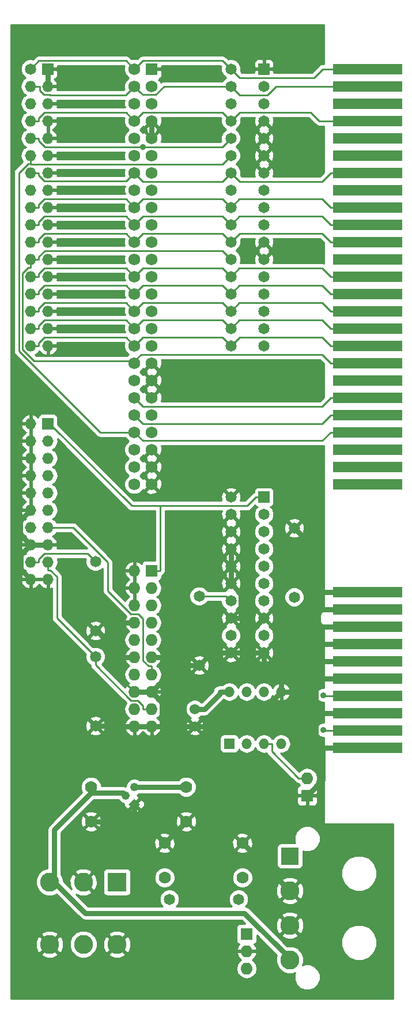
<source format=gbl>
G04 #@! TF.FileFunction,Copper,L2,Bot,Signal*
%FSLAX46Y46*%
G04 Gerber Fmt 4.6, Leading zero omitted, Abs format (unit mm)*
G04 Created by KiCad (PCBNEW (after 2015-mar-04 BZR unknown)-product) date Sun 18 Mar 2018 09:27:42 PM EDT*
%MOMM*%
G01*
G04 APERTURE LIST*
%ADD10C,0.020000*%
%ADD11R,1.778000X1.778000*%
%ADD12O,1.778000X1.778000*%
%ADD13R,1.651000X1.651000*%
%ADD14C,1.651000*%
%ADD15C,1.219200*%
%ADD16R,2.794000X2.794000*%
%ADD17C,2.794000*%
%ADD18R,10.160000X1.524000*%
%ADD19C,1.778000*%
%ADD20R,2.540000X2.540000*%
%ADD21C,1.524000*%
%ADD22O,1.651000X1.651000*%
%ADD23R,1.727200X1.727200*%
%ADD24C,1.727200*%
%ADD25R,1.524000X1.524000*%
%ADD26O,1.524000X1.524000*%
%ADD27O,1.727200X1.727200*%
%ADD28C,0.889000*%
%ADD29C,0.254000*%
%ADD30C,0.762000*%
G04 APERTURE END LIST*
D10*
D11*
X107950000Y-157480000D03*
D12*
X107950000Y-160020000D03*
X107950000Y-162560000D03*
D11*
X116840000Y-137160000D03*
D12*
X116840000Y-134620000D03*
D13*
X110490000Y-30480000D03*
D14*
X105638600Y-30480000D03*
X110490000Y-33020000D03*
X105638600Y-33020000D03*
X110490000Y-35560000D03*
X105638600Y-35560000D03*
X110490000Y-38100000D03*
X105638600Y-38100000D03*
X110490000Y-40640000D03*
X105638600Y-40640000D03*
X110490000Y-43180000D03*
X105638600Y-43180000D03*
X110490000Y-45720000D03*
X105638600Y-45720000D03*
X110490000Y-48260000D03*
X105638600Y-48260000D03*
X110490000Y-50800000D03*
X105638600Y-50800000D03*
X110490000Y-53340000D03*
X105638600Y-53340000D03*
X110490000Y-55880000D03*
X105638600Y-55880000D03*
X110490000Y-58420000D03*
X105638600Y-58420000D03*
X110490000Y-60960000D03*
X105638600Y-60960000D03*
X110490000Y-63500000D03*
X105638600Y-63500000D03*
X110490000Y-66040000D03*
X105638600Y-66040000D03*
X110490000Y-68580000D03*
X105638600Y-68580000D03*
X110490000Y-71120000D03*
X105638600Y-71120000D03*
D13*
X110490000Y-93345000D03*
D14*
X105638600Y-93345000D03*
X110490000Y-95885000D03*
X105638600Y-95885000D03*
X110490000Y-98425000D03*
X105638600Y-98425000D03*
X110490000Y-100965000D03*
X105638600Y-100965000D03*
X110490000Y-103505000D03*
X105638600Y-103505000D03*
X110490000Y-106045000D03*
X105638600Y-106045000D03*
X110490000Y-108585000D03*
X105638600Y-108585000D03*
X110490000Y-111125000D03*
X105638600Y-111125000D03*
X110490000Y-113665000D03*
X105638600Y-113665000D03*
X110490000Y-116205000D03*
X105638600Y-116205000D03*
D15*
X90170000Y-137160000D03*
X91440000Y-135890000D03*
D10*
G36*
X92302105Y-138430000D02*
X91440000Y-139292105D01*
X90577895Y-138430000D01*
X91440000Y-137567895D01*
X92302105Y-138430000D01*
X92302105Y-138430000D01*
G37*
D16*
X88900000Y-149860000D03*
D17*
X88900000Y-159004000D03*
X83947000Y-149860000D03*
X83947000Y-159004000D03*
X78994000Y-149860000D03*
X78994000Y-159004000D03*
D18*
X125730000Y-30480000D03*
X125730000Y-33020000D03*
X125730000Y-35560000D03*
X125730000Y-38100000D03*
X125730000Y-40640000D03*
X125730000Y-43180000D03*
X125730000Y-45720000D03*
X125730000Y-48260000D03*
X125730000Y-50800000D03*
X125730000Y-53340000D03*
X125730000Y-55880000D03*
X125730000Y-58420000D03*
X125730000Y-60960000D03*
X125730000Y-63500000D03*
X125730000Y-66040000D03*
X125730000Y-68580000D03*
X125730000Y-71120000D03*
X125730000Y-73660000D03*
X125730000Y-76200000D03*
X125730000Y-78740000D03*
X125730000Y-81280000D03*
X125730000Y-83820000D03*
X125730000Y-86360000D03*
X125730000Y-88900000D03*
X125730000Y-91440000D03*
D19*
X95885000Y-144145000D03*
X95885000Y-149225000D03*
X107315000Y-149225000D03*
X107315000Y-144145000D03*
D18*
X125730000Y-107314600D03*
X125730000Y-109854600D03*
X125730000Y-112394600D03*
X125730000Y-114934600D03*
X125730000Y-117474600D03*
X125730000Y-120014600D03*
X125730000Y-122554600D03*
X125730000Y-125094600D03*
X125730000Y-127634600D03*
X125730000Y-130174600D03*
D20*
X114300000Y-146050000D03*
D17*
X114300000Y-151130000D03*
X114300000Y-156210000D03*
X114300000Y-161290000D03*
D21*
X100330000Y-127000000D03*
X100330000Y-124460000D03*
D13*
X78740000Y-82550000D03*
D22*
X76200000Y-82550000D03*
X78740000Y-85090000D03*
X76200000Y-85090000D03*
X78740000Y-87630000D03*
X76200000Y-87630000D03*
X78740000Y-90170000D03*
X76200000Y-90170000D03*
X78740000Y-92710000D03*
X76200000Y-92710000D03*
X78740000Y-95250000D03*
X76200000Y-95250000D03*
X78740000Y-97790000D03*
X76200000Y-97790000D03*
X78740000Y-100330000D03*
X76200000Y-100330000D03*
X78740000Y-102870000D03*
X76200000Y-102870000D03*
X78740000Y-105410000D03*
X76200000Y-105410000D03*
D23*
X93980000Y-30480000D03*
D24*
X91440000Y-30480000D03*
X93980000Y-33020000D03*
X91440000Y-33020000D03*
X93980000Y-35560000D03*
X91440000Y-35560000D03*
X93980000Y-38100000D03*
X91440000Y-38100000D03*
X93980000Y-40640000D03*
X91440000Y-40640000D03*
X93980000Y-43180000D03*
X91440000Y-43180000D03*
X93980000Y-45720000D03*
X91440000Y-45720000D03*
X93980000Y-48260000D03*
X91440000Y-48260000D03*
X93980000Y-50800000D03*
X91440000Y-50800000D03*
X93980000Y-53340000D03*
X91440000Y-53340000D03*
X93980000Y-55880000D03*
X91440000Y-55880000D03*
X93980000Y-58420000D03*
X91440000Y-58420000D03*
X93980000Y-60960000D03*
X91440000Y-60960000D03*
X93980000Y-63500000D03*
X91440000Y-63500000D03*
X93980000Y-66040000D03*
X91440000Y-66040000D03*
X93980000Y-68580000D03*
X91440000Y-68580000D03*
X93980000Y-71120000D03*
X91440000Y-71120000D03*
X93980000Y-73660000D03*
X91440000Y-73660000D03*
X93980000Y-76200000D03*
X91440000Y-76200000D03*
X93980000Y-78740000D03*
X91440000Y-78740000D03*
X93980000Y-81280000D03*
X91440000Y-81280000D03*
X93980000Y-83820000D03*
X91440000Y-83820000D03*
X93980000Y-86360000D03*
X91440000Y-86360000D03*
X93980000Y-88900000D03*
X91440000Y-88900000D03*
X93980000Y-91440000D03*
X91440000Y-91440000D03*
D13*
X78740000Y-30480000D03*
D14*
X76200000Y-30480000D03*
D22*
X78740000Y-33020000D03*
X76200000Y-33020000D03*
X78740000Y-35560000D03*
X76200000Y-35560000D03*
X78740000Y-38100000D03*
X76200000Y-38100000D03*
X78740000Y-40640000D03*
X76200000Y-40640000D03*
X78740000Y-43180000D03*
X76200000Y-43180000D03*
X78740000Y-45720000D03*
X76200000Y-45720000D03*
X78740000Y-48260000D03*
X76200000Y-48260000D03*
X78740000Y-50800000D03*
X76200000Y-50800000D03*
X78740000Y-53340000D03*
X76200000Y-53340000D03*
X78740000Y-55880000D03*
X76200000Y-55880000D03*
X78740000Y-58420000D03*
X76200000Y-58420000D03*
X78740000Y-60960000D03*
X76200000Y-60960000D03*
X78740000Y-63500000D03*
X76200000Y-63500000D03*
X78740000Y-66040000D03*
X76200000Y-66040000D03*
X78740000Y-68580000D03*
X76200000Y-68580000D03*
X78740000Y-71120000D03*
X76200000Y-71120000D03*
D25*
X105410000Y-129540000D03*
D26*
X113030000Y-121920000D03*
X107950000Y-129540000D03*
X110490000Y-121920000D03*
X110490000Y-129540000D03*
X107950000Y-121920000D03*
X113030000Y-129540000D03*
X105410000Y-121920000D03*
D19*
X85090000Y-140970000D03*
X85090000Y-135890000D03*
X99060000Y-135890000D03*
X99060000Y-140970000D03*
D23*
X93980000Y-104140000D03*
D27*
X91440000Y-104140000D03*
X93980000Y-106680000D03*
X91440000Y-106680000D03*
X93980000Y-109220000D03*
X91440000Y-109220000D03*
X93980000Y-111760000D03*
X91440000Y-111760000D03*
X93980000Y-114300000D03*
X91440000Y-114300000D03*
X93980000Y-116840000D03*
X91440000Y-116840000D03*
X93980000Y-119380000D03*
X91440000Y-119380000D03*
X93980000Y-121920000D03*
X91440000Y-121920000D03*
X93980000Y-124460000D03*
X91440000Y-124460000D03*
X93980000Y-127000000D03*
X91440000Y-127000000D03*
D14*
X114935000Y-97868740D03*
X114935000Y-108028740D03*
X100965000Y-118031260D03*
X100965000Y-107871260D03*
X85725000Y-126921260D03*
X85725000Y-116761260D03*
X85725000Y-112951260D03*
X85725000Y-102791260D03*
X96598740Y-152400000D03*
X106758740Y-152400000D03*
D28*
X119189520Y-122428000D03*
X119226600Y-127544800D03*
X92710000Y-41910000D03*
X118110000Y-125095000D03*
X118110000Y-129540000D03*
X118110000Y-117475000D03*
D29*
X95224900Y-94615000D02*
X108013200Y-94615000D01*
X108013200Y-94615000D02*
X109283200Y-93345000D01*
X95224900Y-104140000D02*
X95224900Y-94615000D01*
X110490000Y-93345000D02*
X109283200Y-93345000D01*
X93980000Y-104140000D02*
X95224900Y-104140000D01*
X91059000Y-94615000D02*
X95224900Y-94615000D01*
X78994000Y-82550000D02*
X91059000Y-94615000D01*
X78740000Y-82550000D02*
X78994000Y-82550000D01*
X119316120Y-122554600D02*
X119189520Y-122428000D01*
X125730000Y-122554600D02*
X119316120Y-122554600D01*
X100965000Y-107871300D02*
X104924900Y-107871300D01*
X104924900Y-107871300D02*
X105638600Y-108585000D01*
X125730000Y-127634600D02*
X119316400Y-127634600D01*
X119316400Y-127634600D02*
X119226600Y-127544800D01*
X116840000Y-134620000D02*
X115569700Y-134620000D01*
X110490000Y-129540000D02*
X111633300Y-129540000D01*
X111633300Y-129540000D02*
X111633300Y-130683600D01*
X111633300Y-130683600D02*
X115569700Y-134620000D01*
X90221500Y-29261500D02*
X91440000Y-30480000D01*
X77418500Y-29261500D02*
X90221500Y-29261500D01*
X76200000Y-30480000D02*
X77418500Y-29261500D01*
X91440000Y-30480000D02*
X92685000Y-29235000D01*
X92685000Y-29235000D02*
X104393600Y-29235000D01*
X104393600Y-29235000D02*
X105638600Y-30480000D01*
X106146600Y-30988000D02*
X105638600Y-30480000D01*
X106172000Y-30988000D02*
X106146600Y-30988000D01*
X106934000Y-31750000D02*
X106172000Y-30988000D01*
X117856000Y-31750000D02*
X106934000Y-31750000D01*
X119126000Y-30480000D02*
X117856000Y-31750000D01*
X125730000Y-30480000D02*
X119126000Y-30480000D01*
X105638600Y-38100000D02*
X104368600Y-36830000D01*
X104368600Y-36830000D02*
X92710000Y-36830000D01*
X92710000Y-36830000D02*
X91440000Y-38100000D01*
X77406800Y-38100000D02*
X77406800Y-37722900D01*
X77406800Y-37722900D02*
X78243900Y-36885800D01*
X78243900Y-36885800D02*
X90225800Y-36885800D01*
X90225800Y-36885800D02*
X91440000Y-38100000D01*
X76200000Y-38100000D02*
X77406800Y-38100000D01*
X106908600Y-36830000D02*
X105638600Y-38100000D01*
X118618000Y-38100000D02*
X117348000Y-36830000D01*
X117348000Y-36830000D02*
X106908600Y-36830000D01*
X125730000Y-38100000D02*
X118618000Y-38100000D01*
X105638600Y-45720000D02*
X106908600Y-46990000D01*
X106908600Y-46990000D02*
X118998700Y-46990000D01*
X118998700Y-46990000D02*
X120268700Y-45720000D01*
X125730000Y-45720000D02*
X120268700Y-45720000D01*
X91440000Y-45720000D02*
X92710000Y-46990000D01*
X92710000Y-46990000D02*
X104368600Y-46990000D01*
X104368600Y-46990000D02*
X105638600Y-45720000D01*
X76200000Y-45720000D02*
X77406800Y-45720000D01*
X77406800Y-45720000D02*
X77406800Y-46097100D01*
X77406800Y-46097100D02*
X78243900Y-46934200D01*
X78243900Y-46934200D02*
X90225800Y-46934200D01*
X90225800Y-46934200D02*
X91440000Y-45720000D01*
X91440000Y-50800000D02*
X92710000Y-49530000D01*
X92710000Y-49530000D02*
X104368600Y-49530000D01*
X104368600Y-49530000D02*
X105638600Y-50800000D01*
X77406800Y-50800000D02*
X77406800Y-50422900D01*
X77406800Y-50422900D02*
X78243800Y-49585900D01*
X78243800Y-49585900D02*
X90225900Y-49585900D01*
X90225900Y-49585900D02*
X91440000Y-50800000D01*
X125730000Y-50800000D02*
X120268700Y-50800000D01*
X120268700Y-50800000D02*
X119023700Y-49555000D01*
X119023700Y-49555000D02*
X106883600Y-49555000D01*
X106883600Y-49555000D02*
X105638600Y-50800000D01*
X76200000Y-50800000D02*
X77406800Y-50800000D01*
X91440000Y-53340000D02*
X92710000Y-52070000D01*
X92710000Y-52070000D02*
X104368600Y-52070000D01*
X104368600Y-52070000D02*
X105638600Y-53340000D01*
X77406800Y-53340000D02*
X77406800Y-52962900D01*
X77406800Y-52962900D02*
X78243800Y-52125900D01*
X78243800Y-52125900D02*
X90225900Y-52125900D01*
X90225900Y-52125900D02*
X91440000Y-53340000D01*
X125730000Y-53340000D02*
X120268700Y-53340000D01*
X120268700Y-53340000D02*
X119023700Y-52095000D01*
X119023700Y-52095000D02*
X106883600Y-52095000D01*
X106883600Y-52095000D02*
X105638600Y-53340000D01*
X76200000Y-53340000D02*
X77406800Y-53340000D01*
X105638600Y-55880000D02*
X104368600Y-54610000D01*
X104368600Y-54610000D02*
X92710000Y-54610000D01*
X92710000Y-54610000D02*
X91440000Y-55880000D01*
X91440000Y-55880000D02*
X90225800Y-54665800D01*
X90225800Y-54665800D02*
X78243900Y-54665800D01*
X78243900Y-54665800D02*
X77406800Y-55502900D01*
X77406800Y-55502900D02*
X77406800Y-55880000D01*
X120268700Y-55880000D02*
X118998700Y-54610000D01*
X118998700Y-54610000D02*
X106908600Y-54610000D01*
X106908600Y-54610000D02*
X105638600Y-55880000D01*
X125730000Y-55880000D02*
X120268700Y-55880000D01*
X76200000Y-55880000D02*
X77406800Y-55880000D01*
X125730000Y-60960000D02*
X120268700Y-60960000D01*
X120268700Y-60960000D02*
X119023700Y-59715000D01*
X119023700Y-59715000D02*
X106883600Y-59715000D01*
X106883600Y-59715000D02*
X105638600Y-60960000D01*
X91440000Y-60960000D02*
X92710000Y-59690000D01*
X92710000Y-59690000D02*
X104368600Y-59690000D01*
X104368600Y-59690000D02*
X105638600Y-60960000D01*
X77406800Y-60960000D02*
X77406800Y-60582900D01*
X77406800Y-60582900D02*
X78243800Y-59745900D01*
X78243800Y-59745900D02*
X90225900Y-59745900D01*
X90225900Y-59745900D02*
X91440000Y-60960000D01*
X76200000Y-60960000D02*
X77406800Y-60960000D01*
X125730000Y-63500000D02*
X120268700Y-63500000D01*
X120268700Y-63500000D02*
X119023700Y-62255000D01*
X119023700Y-62255000D02*
X106883600Y-62255000D01*
X106883600Y-62255000D02*
X105638600Y-63500000D01*
X91440000Y-63500000D02*
X92710000Y-62230000D01*
X92710000Y-62230000D02*
X104368600Y-62230000D01*
X104368600Y-62230000D02*
X105638600Y-63500000D01*
X77406800Y-63500000D02*
X77406800Y-63122900D01*
X77406800Y-63122900D02*
X78243800Y-62285900D01*
X78243800Y-62285900D02*
X90225900Y-62285900D01*
X90225900Y-62285900D02*
X91440000Y-63500000D01*
X76200000Y-63500000D02*
X77406800Y-63500000D01*
X125730000Y-66040000D02*
X120268700Y-66040000D01*
X120268700Y-66040000D02*
X119023700Y-64795000D01*
X119023700Y-64795000D02*
X106883600Y-64795000D01*
X106883600Y-64795000D02*
X105638600Y-66040000D01*
X91440000Y-66040000D02*
X92710000Y-64770000D01*
X92710000Y-64770000D02*
X104368600Y-64770000D01*
X104368600Y-64770000D02*
X105638600Y-66040000D01*
X77406800Y-66040000D02*
X77406800Y-65662900D01*
X77406800Y-65662900D02*
X78243800Y-64825900D01*
X78243800Y-64825900D02*
X90225900Y-64825900D01*
X90225900Y-64825900D02*
X91440000Y-66040000D01*
X76200000Y-66040000D02*
X77406800Y-66040000D01*
X125730000Y-68580000D02*
X120268700Y-68580000D01*
X120268700Y-68580000D02*
X119023700Y-67335000D01*
X119023700Y-67335000D02*
X106883600Y-67335000D01*
X106883600Y-67335000D02*
X105638600Y-68580000D01*
X91440000Y-68580000D02*
X92710000Y-67310000D01*
X92710000Y-67310000D02*
X104368600Y-67310000D01*
X104368600Y-67310000D02*
X105638600Y-68580000D01*
X77406800Y-68580000D02*
X77406800Y-68202900D01*
X77406800Y-68202900D02*
X78243800Y-67365900D01*
X78243800Y-67365900D02*
X90225900Y-67365900D01*
X90225900Y-67365900D02*
X91440000Y-68580000D01*
X76200000Y-68580000D02*
X77406800Y-68580000D01*
X105638600Y-71120000D02*
X104368600Y-69850000D01*
X104368600Y-69850000D02*
X92710000Y-69850000D01*
X92710000Y-69850000D02*
X91440000Y-71120000D01*
X91440000Y-71120000D02*
X90225800Y-69905800D01*
X90225800Y-69905800D02*
X78243900Y-69905800D01*
X78243900Y-69905800D02*
X77406800Y-70742900D01*
X77406800Y-70742900D02*
X77406800Y-71120000D01*
X120268700Y-71120000D02*
X118998700Y-69850000D01*
X118998700Y-69850000D02*
X106908600Y-69850000D01*
X106908600Y-69850000D02*
X105638600Y-71120000D01*
X125730000Y-71120000D02*
X120268700Y-71120000D01*
X76200000Y-71120000D02*
X77406800Y-71120000D01*
X91440000Y-73375200D02*
X76694000Y-73375200D01*
X76694000Y-73375200D02*
X74992100Y-71673300D01*
X74992100Y-71673300D02*
X74992100Y-60459700D01*
X74992100Y-60459700D02*
X75825000Y-59626800D01*
X75825000Y-59626800D02*
X76200000Y-59626800D01*
X120268700Y-73660000D02*
X118998700Y-72390000D01*
X118998700Y-72390000D02*
X92425200Y-72390000D01*
X92425200Y-72390000D02*
X91440000Y-73375200D01*
X91440000Y-73375200D02*
X91440000Y-73660000D01*
X76200000Y-58420000D02*
X76200000Y-59626800D01*
X76200000Y-58420000D02*
X77406800Y-58420000D01*
X77406800Y-58420000D02*
X77406800Y-58042900D01*
X77406800Y-58042900D02*
X78299700Y-57150000D01*
X78299700Y-57150000D02*
X104368600Y-57150000D01*
X104368600Y-57150000D02*
X105638600Y-58420000D01*
X125730000Y-73660000D02*
X120268700Y-73660000D01*
X125730000Y-78740000D02*
X120268700Y-78740000D01*
X120268700Y-78740000D02*
X118998700Y-80010000D01*
X118998700Y-80010000D02*
X92710000Y-80010000D01*
X92710000Y-80010000D02*
X91440000Y-78740000D01*
X92710000Y-41910000D02*
X104368600Y-41910000D01*
X104368600Y-41910000D02*
X105638600Y-40640000D01*
X77406800Y-40640000D02*
X77406800Y-41017100D01*
X77406800Y-41017100D02*
X78299700Y-41910000D01*
X78299700Y-41910000D02*
X92710000Y-41910000D01*
X91440000Y-81280000D02*
X92710000Y-82550000D01*
X92710000Y-82550000D02*
X118998700Y-82550000D01*
X118998700Y-82550000D02*
X120268700Y-81280000D01*
X76200000Y-40640000D02*
X77406800Y-40640000D01*
X125730000Y-81280000D02*
X120268700Y-81280000D01*
X76200000Y-44386800D02*
X76263200Y-44450000D01*
X76263200Y-44450000D02*
X104368600Y-44450000D01*
X104368600Y-44450000D02*
X105638600Y-43180000D01*
X76200000Y-43180000D02*
X76200000Y-44386800D01*
X91440000Y-83820000D02*
X92684900Y-85064900D01*
X92684900Y-85064900D02*
X119023800Y-85064900D01*
X119023800Y-85064900D02*
X120268700Y-83820000D01*
X91440000Y-83820000D02*
X86403200Y-83820000D01*
X86403200Y-83820000D02*
X74483700Y-71900500D01*
X74483700Y-71900500D02*
X74483700Y-45728100D01*
X74483700Y-45728100D02*
X75825000Y-44386800D01*
X75825000Y-44386800D02*
X76200000Y-44386800D01*
X125730000Y-83820000D02*
X120268700Y-83820000D01*
D30*
X118110000Y-120015000D02*
X118110000Y-123062900D01*
X78740000Y-33020000D02*
X78740000Y-30480000D01*
X107315000Y-144145000D02*
X114300000Y-151130000D01*
X93980000Y-40640000D02*
X93980000Y-38100000D01*
X108143100Y-116205000D02*
X105638600Y-116205000D01*
X110490000Y-116205000D02*
X108143100Y-116205000D01*
X108143100Y-116205000D02*
X108143100Y-112125400D01*
X108143100Y-112125400D02*
X107142700Y-111125000D01*
X108143100Y-112125400D02*
X108143200Y-112125300D01*
X108143200Y-112125300D02*
X109489700Y-112125300D01*
X109489700Y-112125300D02*
X110490000Y-111125000D01*
X110490000Y-117982700D02*
X113030000Y-120522700D01*
X110490000Y-116205000D02*
X110490000Y-117982700D01*
X113030000Y-121920000D02*
X113030000Y-120522700D01*
X107142700Y-111125000D02*
X105638600Y-111125000D01*
X105638600Y-106045000D02*
X107142700Y-107549100D01*
X107142700Y-107549100D02*
X107142700Y-111125000D01*
X105638600Y-103505000D02*
X105638600Y-106045000D01*
X118110000Y-123062900D02*
X115570200Y-123062900D01*
X113030000Y-121920000D02*
X114427300Y-121920000D01*
X115570200Y-123062900D02*
X114427300Y-121920000D01*
X118110000Y-123062900D02*
X118110000Y-125095000D01*
X91440000Y-139700000D02*
X95885000Y-144145000D01*
X85090000Y-140970000D02*
X88900000Y-140970000D01*
X88900000Y-140970000D02*
X90170000Y-139700000D01*
X90170000Y-139700000D02*
X91440000Y-139700000D01*
X91440000Y-139700000D02*
X91440000Y-138430000D01*
X99060000Y-140970000D02*
X95885000Y-144145000D01*
X87401100Y-114300000D02*
X86052400Y-112951300D01*
X86052400Y-112951300D02*
X85725000Y-112951300D01*
X89941100Y-116840000D02*
X87401100Y-114300000D01*
X87401100Y-114300000D02*
X89941100Y-111760000D01*
X91440000Y-111760000D02*
X89941100Y-111760000D01*
X91440000Y-116840000D02*
X89941100Y-116840000D01*
X105638600Y-100965000D02*
X105638600Y-103505000D01*
X76200000Y-100330000D02*
X74713900Y-98843900D01*
X74713900Y-98843900D02*
X74713900Y-96736100D01*
X74713900Y-96736100D02*
X76200000Y-95250000D01*
X76200000Y-105410000D02*
X74727800Y-103937800D01*
X74727800Y-103937800D02*
X74727800Y-101802200D01*
X74727800Y-101802200D02*
X76200000Y-100330000D01*
X118110000Y-129540000D02*
X118745000Y-130175000D01*
X118745000Y-107315000D02*
X118110000Y-107950000D01*
X118110000Y-107950000D02*
X118110000Y-109855000D01*
X125729600Y-107315000D02*
X118745000Y-107315000D01*
X114935000Y-97868700D02*
X118745000Y-101678700D01*
X118745000Y-101678700D02*
X118745000Y-107315000D01*
X118110000Y-109855000D02*
X118110000Y-112395000D01*
X93980000Y-116840000D02*
X95478900Y-116840000D01*
X96551200Y-118031300D02*
X95478900Y-116959000D01*
X95478900Y-116959000D02*
X95478900Y-116840000D01*
X93980000Y-121920000D02*
X96551200Y-119348800D01*
X96551200Y-119348800D02*
X96551200Y-118031300D01*
X96551200Y-118031300D02*
X100965000Y-118031300D01*
X95513500Y-127000000D02*
X100330000Y-127000000D01*
X93980000Y-127000000D02*
X95513500Y-127000000D01*
X93980000Y-121920000D02*
X95513500Y-123453500D01*
X95513500Y-123453500D02*
X95513500Y-127000000D01*
X91440000Y-127000000D02*
X93980000Y-127000000D01*
X91440000Y-121920000D02*
X93980000Y-121920000D01*
X119102700Y-130175000D02*
X118745000Y-130175000D01*
X125729600Y-130175000D02*
X119102700Y-130175000D01*
X116840000Y-137160000D02*
X119102700Y-134897300D01*
X119102700Y-134897300D02*
X119102700Y-130175000D01*
X125729600Y-107315000D02*
X125730000Y-107314600D01*
X125730000Y-107315000D02*
X125729600Y-107315000D01*
X125729600Y-109855000D02*
X125730000Y-109854600D01*
X125729600Y-109855000D02*
X118110000Y-109855000D01*
X125730000Y-109855000D02*
X125729600Y-109855000D01*
X125729600Y-112395000D02*
X125730000Y-112394600D01*
X125729600Y-112395000D02*
X118110000Y-112395000D01*
X125730000Y-112395000D02*
X125729600Y-112395000D01*
X125729600Y-114935000D02*
X125730000Y-114934600D01*
X125729600Y-114935000D02*
X118110000Y-114935000D01*
X125730000Y-114935000D02*
X125729600Y-114935000D01*
X125730000Y-117474600D02*
X125730000Y-117475000D01*
X125730000Y-120014600D02*
X125730000Y-120015000D01*
X125730000Y-125094600D02*
X125730000Y-125095000D01*
X78740000Y-100330000D02*
X76200000Y-100330000D01*
X90690600Y-127000000D02*
X91440000Y-127000000D01*
X90690600Y-127000000D02*
X89941100Y-127000000D01*
X100965000Y-118031300D02*
X102791300Y-116205000D01*
X102791300Y-116205000D02*
X105638600Y-116205000D01*
X85725000Y-126921300D02*
X89862400Y-126921300D01*
X89862400Y-126921300D02*
X89941100Y-127000000D01*
X125729600Y-130175000D02*
X125730000Y-130174600D01*
X125730000Y-130175000D02*
X125729600Y-130175000D01*
X118110000Y-117475000D02*
X118110000Y-120015000D01*
X118110000Y-114935000D02*
X118110000Y-117475000D01*
X125730000Y-120015000D02*
X118110000Y-120015000D01*
X125730000Y-125095000D02*
X118110000Y-125095000D01*
X118110000Y-125095000D02*
X118110000Y-129540000D01*
X118110000Y-112395000D02*
X118110000Y-114935000D01*
X125730000Y-117475000D02*
X118110000Y-117475000D01*
X107950000Y-127000000D02*
X113030000Y-121920000D01*
X100330000Y-127000000D02*
X107950000Y-127000000D01*
D29*
X90170000Y-120650000D02*
X91440000Y-121920000D01*
D30*
X85090000Y-136800700D02*
X89810700Y-136800700D01*
X89810700Y-136800700D02*
X90170000Y-137160000D01*
X79693400Y-149860000D02*
X79693400Y-142197300D01*
X79693400Y-142197300D02*
X85090000Y-136800700D01*
X85090000Y-136800700D02*
X85090000Y-135890000D01*
X114300000Y-161290000D02*
X114300000Y-161083500D01*
X114300000Y-161083500D02*
X107648500Y-154432000D01*
X107648500Y-154432000D02*
X84265400Y-154432000D01*
X84265400Y-154432000D02*
X79693400Y-149860000D01*
X79693400Y-149860000D02*
X78994000Y-149860000D01*
X105410000Y-121920000D02*
X104012700Y-121920000D01*
X100330000Y-124460000D02*
X101759400Y-124460000D01*
X101759400Y-124460000D02*
X104012700Y-122206700D01*
X104012700Y-122206700D02*
X104012700Y-121920000D01*
X99060000Y-135890000D02*
X91440000Y-135890000D01*
D29*
X93980000Y-119380000D02*
X93980000Y-118135100D01*
X93980000Y-118135100D02*
X93513100Y-118135100D01*
X93513100Y-118135100D02*
X92735100Y-117357100D01*
X92735100Y-117357100D02*
X92735100Y-111233700D01*
X92735100Y-111233700D02*
X91991400Y-110490000D01*
X91991400Y-110490000D02*
X90911600Y-110490000D01*
X90911600Y-110490000D02*
X87535500Y-107113900D01*
X87535500Y-107113900D02*
X87535500Y-102890500D01*
X87535500Y-102890500D02*
X82435000Y-97790000D01*
X82435000Y-97790000D02*
X78740000Y-97790000D01*
X85725000Y-116761300D02*
X80073100Y-111109400D01*
X80073100Y-111109400D02*
X80073100Y-105034900D01*
X80073100Y-105034900D02*
X79115000Y-104076800D01*
X79115000Y-104076800D02*
X78740000Y-104076800D01*
X92735100Y-124460000D02*
X92735100Y-123993100D01*
X92735100Y-123993100D02*
X91957100Y-123215100D01*
X91957100Y-123215100D02*
X90954600Y-123215100D01*
X90954600Y-123215100D02*
X85725000Y-117985500D01*
X85725000Y-117985500D02*
X85725000Y-116761300D01*
X78740000Y-102870000D02*
X78740000Y-104076800D01*
X93980000Y-124460000D02*
X92735100Y-124460000D01*
X76200000Y-102870000D02*
X77406800Y-102870000D01*
X85725000Y-102791300D02*
X84589600Y-101655900D01*
X84589600Y-101655900D02*
X78245900Y-101655900D01*
X78245900Y-101655900D02*
X77406800Y-102495000D01*
X77406800Y-102495000D02*
X77406800Y-102870000D01*
X76200000Y-33020000D02*
X77470000Y-33020000D01*
X77470000Y-33020000D02*
X77533499Y-33083499D01*
X77533499Y-33599121D02*
X78160879Y-34226501D01*
X77533499Y-33083499D02*
X77533499Y-33599121D01*
X78160879Y-34226501D02*
X78990401Y-34226501D01*
X78990401Y-34226501D02*
X79053900Y-34290000D01*
X79053900Y-34290000D02*
X90170000Y-34290000D01*
X90170000Y-34290000D02*
X91440000Y-33020000D01*
X92303599Y-33883599D02*
X91440000Y-33020000D01*
X92684601Y-34264601D02*
X92303599Y-33883599D01*
X94577409Y-34264601D02*
X92684601Y-34264601D01*
X95822010Y-33020000D02*
X94577409Y-34264601D01*
X105638600Y-33020000D02*
X95822010Y-33020000D01*
X106400600Y-33782000D02*
X105638600Y-33020000D01*
X106426000Y-33782000D02*
X106400600Y-33782000D01*
X106934000Y-34290000D02*
X106426000Y-33782000D01*
X111005622Y-34290000D02*
X106934000Y-34290000D01*
X112275622Y-33020000D02*
X111005622Y-34290000D01*
X125730000Y-33020000D02*
X112275622Y-33020000D01*
G36*
X90028280Y-45212000D02*
X89941661Y-45420602D01*
X89941141Y-46016782D01*
X89977526Y-46104843D01*
X89910169Y-46172200D01*
X80116118Y-46172200D01*
X80157188Y-46073044D01*
X80035540Y-45847000D01*
X78867000Y-45847000D01*
X78867000Y-45867000D01*
X78613000Y-45867000D01*
X78613000Y-45847000D01*
X78593000Y-45847000D01*
X78593000Y-45593000D01*
X78613000Y-45593000D01*
X78613000Y-45573000D01*
X78867000Y-45573000D01*
X78867000Y-45593000D01*
X80035540Y-45593000D01*
X80157188Y-45366956D01*
X80093007Y-45212000D01*
X90028280Y-45212000D01*
X90028280Y-45212000D01*
G37*
X90028280Y-45212000D02*
X89941661Y-45420602D01*
X89941141Y-46016782D01*
X89977526Y-46104843D01*
X89910169Y-46172200D01*
X80116118Y-46172200D01*
X80157188Y-46073044D01*
X80035540Y-45847000D01*
X78867000Y-45847000D01*
X78867000Y-45867000D01*
X78613000Y-45867000D01*
X78613000Y-45847000D01*
X78593000Y-45847000D01*
X78593000Y-45593000D01*
X78613000Y-45593000D01*
X78613000Y-45573000D01*
X78867000Y-45573000D01*
X78867000Y-45593000D01*
X80035540Y-45593000D01*
X80157188Y-45366956D01*
X80093007Y-45212000D01*
X90028280Y-45212000D01*
G36*
X90028414Y-43688000D02*
X80093007Y-43688000D01*
X80157188Y-43533044D01*
X80035540Y-43307000D01*
X78867000Y-43307000D01*
X78867000Y-43327000D01*
X78613000Y-43327000D01*
X78613000Y-43307000D01*
X78593000Y-43307000D01*
X78593000Y-43053000D01*
X78613000Y-43053000D01*
X78613000Y-43033000D01*
X78867000Y-43033000D01*
X78867000Y-43053000D01*
X80035540Y-43053000D01*
X80157188Y-42826956D01*
X80093007Y-42672000D01*
X90028280Y-42672000D01*
X89941661Y-42880602D01*
X89941141Y-43476782D01*
X90028414Y-43688000D01*
X90028414Y-43688000D01*
G37*
X90028414Y-43688000D02*
X80093007Y-43688000D01*
X80157188Y-43533044D01*
X80035540Y-43307000D01*
X78867000Y-43307000D01*
X78867000Y-43327000D01*
X78613000Y-43327000D01*
X78613000Y-43307000D01*
X78593000Y-43307000D01*
X78593000Y-43053000D01*
X78613000Y-43053000D01*
X78613000Y-43033000D01*
X78867000Y-43033000D01*
X78867000Y-43053000D01*
X80035540Y-43053000D01*
X80157188Y-42826956D01*
X80093007Y-42672000D01*
X90028280Y-42672000D01*
X89941661Y-42880602D01*
X89941141Y-43476782D01*
X90028414Y-43688000D01*
G36*
X90028414Y-56388000D02*
X80093007Y-56388000D01*
X80157188Y-56233044D01*
X80035540Y-56007000D01*
X78867000Y-56007000D01*
X78867000Y-56027000D01*
X78613000Y-56027000D01*
X78613000Y-56007000D01*
X78593000Y-56007000D01*
X78593000Y-55753000D01*
X78613000Y-55753000D01*
X78613000Y-55733000D01*
X78867000Y-55733000D01*
X78867000Y-55753000D01*
X80035540Y-55753000D01*
X80157188Y-55526956D01*
X80116118Y-55427800D01*
X89910169Y-55427800D01*
X89977254Y-55494884D01*
X89941661Y-55580602D01*
X89941141Y-56176782D01*
X90028414Y-56388000D01*
X90028414Y-56388000D01*
G37*
X90028414Y-56388000D02*
X80093007Y-56388000D01*
X80157188Y-56233044D01*
X80035540Y-56007000D01*
X78867000Y-56007000D01*
X78867000Y-56027000D01*
X78613000Y-56027000D01*
X78613000Y-56007000D01*
X78593000Y-56007000D01*
X78593000Y-55753000D01*
X78613000Y-55753000D01*
X78613000Y-55733000D01*
X78867000Y-55733000D01*
X78867000Y-55753000D01*
X80035540Y-55753000D01*
X80157188Y-55526956D01*
X80116118Y-55427800D01*
X89910169Y-55427800D01*
X89977254Y-55494884D01*
X89941661Y-55580602D01*
X89941141Y-56176782D01*
X90028414Y-56388000D01*
G36*
X90051470Y-36123800D02*
X80069895Y-36123800D01*
X80157188Y-35913044D01*
X80035540Y-35687000D01*
X78867000Y-35687000D01*
X78867000Y-35707000D01*
X78613000Y-35707000D01*
X78613000Y-35687000D01*
X78593000Y-35687000D01*
X78593000Y-35433000D01*
X78613000Y-35433000D01*
X78613000Y-35413000D01*
X78867000Y-35413000D01*
X78867000Y-35433000D01*
X80035540Y-35433000D01*
X80157188Y-35206956D01*
X80093007Y-35052000D01*
X90028280Y-35052000D01*
X89941661Y-35260602D01*
X89941141Y-35856782D01*
X90051470Y-36123800D01*
X90051470Y-36123800D01*
G37*
X90051470Y-36123800D02*
X80069895Y-36123800D01*
X80157188Y-35913044D01*
X80035540Y-35687000D01*
X78867000Y-35687000D01*
X78867000Y-35707000D01*
X78613000Y-35707000D01*
X78613000Y-35687000D01*
X78593000Y-35687000D01*
X78593000Y-35433000D01*
X78613000Y-35433000D01*
X78613000Y-35413000D01*
X78867000Y-35413000D01*
X78867000Y-35433000D01*
X80035540Y-35433000D01*
X80157188Y-35206956D01*
X80093007Y-35052000D01*
X90028280Y-35052000D01*
X89941661Y-35260602D01*
X89941141Y-35856782D01*
X90051470Y-36123800D01*
G36*
X90051470Y-53903800D02*
X80069895Y-53903800D01*
X80157188Y-53693044D01*
X80035540Y-53467000D01*
X78867000Y-53467000D01*
X78867000Y-53487000D01*
X78613000Y-53487000D01*
X78613000Y-53467000D01*
X78593000Y-53467000D01*
X78593000Y-53213000D01*
X78613000Y-53213000D01*
X78613000Y-53193000D01*
X78867000Y-53193000D01*
X78867000Y-53213000D01*
X80035540Y-53213000D01*
X80157188Y-52986956D01*
X80116160Y-52887900D01*
X89910269Y-52887900D01*
X89977254Y-52954884D01*
X89941661Y-53040602D01*
X89941141Y-53636782D01*
X90051470Y-53903800D01*
X90051470Y-53903800D01*
G37*
X90051470Y-53903800D02*
X80069895Y-53903800D01*
X80157188Y-53693044D01*
X80035540Y-53467000D01*
X78867000Y-53467000D01*
X78867000Y-53487000D01*
X78613000Y-53487000D01*
X78613000Y-53467000D01*
X78593000Y-53467000D01*
X78593000Y-53213000D01*
X78613000Y-53213000D01*
X78613000Y-53193000D01*
X78867000Y-53193000D01*
X78867000Y-53213000D01*
X80035540Y-53213000D01*
X80157188Y-52986956D01*
X80116160Y-52887900D01*
X89910269Y-52887900D01*
X89977254Y-52954884D01*
X89941661Y-53040602D01*
X89941141Y-53636782D01*
X90051470Y-53903800D01*
G36*
X90051470Y-69143800D02*
X80069895Y-69143800D01*
X80157188Y-68933044D01*
X80035540Y-68707000D01*
X78867000Y-68707000D01*
X78867000Y-68727000D01*
X78613000Y-68727000D01*
X78613000Y-68707000D01*
X78593000Y-68707000D01*
X78593000Y-68453000D01*
X78613000Y-68453000D01*
X78613000Y-68433000D01*
X78867000Y-68433000D01*
X78867000Y-68453000D01*
X80035540Y-68453000D01*
X80157188Y-68226956D01*
X80116160Y-68127900D01*
X89910269Y-68127900D01*
X89977254Y-68194884D01*
X89941661Y-68280602D01*
X89941141Y-68876782D01*
X90051470Y-69143800D01*
X90051470Y-69143800D01*
G37*
X90051470Y-69143800D02*
X80069895Y-69143800D01*
X80157188Y-68933044D01*
X80035540Y-68707000D01*
X78867000Y-68707000D01*
X78867000Y-68727000D01*
X78613000Y-68727000D01*
X78613000Y-68707000D01*
X78593000Y-68707000D01*
X78593000Y-68453000D01*
X78613000Y-68453000D01*
X78613000Y-68433000D01*
X78867000Y-68433000D01*
X78867000Y-68453000D01*
X80035540Y-68453000D01*
X80157188Y-68226956D01*
X80116160Y-68127900D01*
X89910269Y-68127900D01*
X89977254Y-68194884D01*
X89941661Y-68280602D01*
X89941141Y-68876782D01*
X90051470Y-69143800D01*
G36*
X90051511Y-48823900D02*
X80069854Y-48823900D01*
X80157188Y-48613044D01*
X80035540Y-48387000D01*
X78867000Y-48387000D01*
X78867000Y-48407000D01*
X78613000Y-48407000D01*
X78613000Y-48387000D01*
X78593000Y-48387000D01*
X78593000Y-48133000D01*
X78613000Y-48133000D01*
X78613000Y-48113000D01*
X78867000Y-48113000D01*
X78867000Y-48133000D01*
X80035540Y-48133000D01*
X80157188Y-47906956D01*
X80069895Y-47696200D01*
X90051450Y-47696200D01*
X89941661Y-47960602D01*
X89941141Y-48556782D01*
X90051511Y-48823900D01*
X90051511Y-48823900D01*
G37*
X90051511Y-48823900D02*
X80069854Y-48823900D01*
X80157188Y-48613044D01*
X80035540Y-48387000D01*
X78867000Y-48387000D01*
X78867000Y-48407000D01*
X78613000Y-48407000D01*
X78613000Y-48387000D01*
X78593000Y-48387000D01*
X78593000Y-48133000D01*
X78613000Y-48133000D01*
X78613000Y-48113000D01*
X78867000Y-48113000D01*
X78867000Y-48133000D01*
X80035540Y-48133000D01*
X80157188Y-47906956D01*
X80069895Y-47696200D01*
X90051450Y-47696200D01*
X89941661Y-47960602D01*
X89941141Y-48556782D01*
X90051511Y-48823900D01*
G36*
X90051511Y-51363900D02*
X80069854Y-51363900D01*
X80157188Y-51153044D01*
X80035540Y-50927000D01*
X78867000Y-50927000D01*
X78867000Y-50947000D01*
X78613000Y-50947000D01*
X78613000Y-50927000D01*
X78593000Y-50927000D01*
X78593000Y-50673000D01*
X78613000Y-50673000D01*
X78613000Y-50653000D01*
X78867000Y-50653000D01*
X78867000Y-50673000D01*
X80035540Y-50673000D01*
X80157188Y-50446956D01*
X80116160Y-50347900D01*
X89910269Y-50347900D01*
X89977254Y-50414884D01*
X89941661Y-50500602D01*
X89941141Y-51096782D01*
X90051511Y-51363900D01*
X90051511Y-51363900D01*
G37*
X90051511Y-51363900D02*
X80069854Y-51363900D01*
X80157188Y-51153044D01*
X80035540Y-50927000D01*
X78867000Y-50927000D01*
X78867000Y-50947000D01*
X78613000Y-50947000D01*
X78613000Y-50927000D01*
X78593000Y-50927000D01*
X78593000Y-50673000D01*
X78613000Y-50673000D01*
X78613000Y-50653000D01*
X78867000Y-50653000D01*
X78867000Y-50673000D01*
X80035540Y-50673000D01*
X80157188Y-50446956D01*
X80116160Y-50347900D01*
X89910269Y-50347900D01*
X89977254Y-50414884D01*
X89941661Y-50500602D01*
X89941141Y-51096782D01*
X90051511Y-51363900D01*
G36*
X90051511Y-58983900D02*
X80069854Y-58983900D01*
X80157188Y-58773044D01*
X80035540Y-58547000D01*
X78867000Y-58547000D01*
X78867000Y-58567000D01*
X78613000Y-58567000D01*
X78613000Y-58547000D01*
X78593000Y-58547000D01*
X78593000Y-58293000D01*
X78613000Y-58293000D01*
X78613000Y-58273000D01*
X78867000Y-58273000D01*
X78867000Y-58293000D01*
X80035540Y-58293000D01*
X80157188Y-58066956D01*
X80093007Y-57912000D01*
X90028280Y-57912000D01*
X89941661Y-58120602D01*
X89941141Y-58716782D01*
X90051511Y-58983900D01*
X90051511Y-58983900D01*
G37*
X90051511Y-58983900D02*
X80069854Y-58983900D01*
X80157188Y-58773044D01*
X80035540Y-58547000D01*
X78867000Y-58547000D01*
X78867000Y-58567000D01*
X78613000Y-58567000D01*
X78613000Y-58547000D01*
X78593000Y-58547000D01*
X78593000Y-58293000D01*
X78613000Y-58293000D01*
X78613000Y-58273000D01*
X78867000Y-58273000D01*
X78867000Y-58293000D01*
X80035540Y-58293000D01*
X80157188Y-58066956D01*
X80093007Y-57912000D01*
X90028280Y-57912000D01*
X89941661Y-58120602D01*
X89941141Y-58716782D01*
X90051511Y-58983900D01*
G36*
X90051511Y-61523900D02*
X80069854Y-61523900D01*
X80157188Y-61313044D01*
X80035540Y-61087000D01*
X78867000Y-61087000D01*
X78867000Y-61107000D01*
X78613000Y-61107000D01*
X78613000Y-61087000D01*
X78593000Y-61087000D01*
X78593000Y-60833000D01*
X78613000Y-60833000D01*
X78613000Y-60813000D01*
X78867000Y-60813000D01*
X78867000Y-60833000D01*
X80035540Y-60833000D01*
X80157188Y-60606956D01*
X80116160Y-60507900D01*
X89910269Y-60507900D01*
X89977254Y-60574884D01*
X89941661Y-60660602D01*
X89941141Y-61256782D01*
X90051511Y-61523900D01*
X90051511Y-61523900D01*
G37*
X90051511Y-61523900D02*
X80069854Y-61523900D01*
X80157188Y-61313044D01*
X80035540Y-61087000D01*
X78867000Y-61087000D01*
X78867000Y-61107000D01*
X78613000Y-61107000D01*
X78613000Y-61087000D01*
X78593000Y-61087000D01*
X78593000Y-60833000D01*
X78613000Y-60833000D01*
X78613000Y-60813000D01*
X78867000Y-60813000D01*
X78867000Y-60833000D01*
X80035540Y-60833000D01*
X80157188Y-60606956D01*
X80116160Y-60507900D01*
X89910269Y-60507900D01*
X89977254Y-60574884D01*
X89941661Y-60660602D01*
X89941141Y-61256782D01*
X90051511Y-61523900D01*
G36*
X90051511Y-64063900D02*
X80069854Y-64063900D01*
X80157188Y-63853044D01*
X80035540Y-63627000D01*
X78867000Y-63627000D01*
X78867000Y-63647000D01*
X78613000Y-63647000D01*
X78613000Y-63627000D01*
X78593000Y-63627000D01*
X78593000Y-63373000D01*
X78613000Y-63373000D01*
X78613000Y-63353000D01*
X78867000Y-63353000D01*
X78867000Y-63373000D01*
X80035540Y-63373000D01*
X80157188Y-63146956D01*
X80116160Y-63047900D01*
X89910269Y-63047900D01*
X89977254Y-63114884D01*
X89941661Y-63200602D01*
X89941141Y-63796782D01*
X90051511Y-64063900D01*
X90051511Y-64063900D01*
G37*
X90051511Y-64063900D02*
X80069854Y-64063900D01*
X80157188Y-63853044D01*
X80035540Y-63627000D01*
X78867000Y-63627000D01*
X78867000Y-63647000D01*
X78613000Y-63647000D01*
X78613000Y-63627000D01*
X78593000Y-63627000D01*
X78593000Y-63373000D01*
X78613000Y-63373000D01*
X78613000Y-63353000D01*
X78867000Y-63353000D01*
X78867000Y-63373000D01*
X80035540Y-63373000D01*
X80157188Y-63146956D01*
X80116160Y-63047900D01*
X89910269Y-63047900D01*
X89977254Y-63114884D01*
X89941661Y-63200602D01*
X89941141Y-63796782D01*
X90051511Y-64063900D01*
G36*
X90051511Y-66603900D02*
X80069854Y-66603900D01*
X80157188Y-66393044D01*
X80035540Y-66167000D01*
X78867000Y-66167000D01*
X78867000Y-66187000D01*
X78613000Y-66187000D01*
X78613000Y-66167000D01*
X78593000Y-66167000D01*
X78593000Y-65913000D01*
X78613000Y-65913000D01*
X78613000Y-65893000D01*
X78867000Y-65893000D01*
X78867000Y-65913000D01*
X80035540Y-65913000D01*
X80157188Y-65686956D01*
X80116160Y-65587900D01*
X89910269Y-65587900D01*
X89977254Y-65654884D01*
X89941661Y-65740602D01*
X89941141Y-66336782D01*
X90051511Y-66603900D01*
X90051511Y-66603900D01*
G37*
X90051511Y-66603900D02*
X80069854Y-66603900D01*
X80157188Y-66393044D01*
X80035540Y-66167000D01*
X78867000Y-66167000D01*
X78867000Y-66187000D01*
X78613000Y-66187000D01*
X78613000Y-66167000D01*
X78593000Y-66167000D01*
X78593000Y-65913000D01*
X78613000Y-65913000D01*
X78613000Y-65893000D01*
X78867000Y-65893000D01*
X78867000Y-65913000D01*
X80035540Y-65913000D01*
X80157188Y-65686956D01*
X80116160Y-65587900D01*
X89910269Y-65587900D01*
X89977254Y-65654884D01*
X89941661Y-65740602D01*
X89941141Y-66336782D01*
X90051511Y-66603900D01*
G36*
X90590930Y-31750095D02*
X90170290Y-32170003D01*
X89941661Y-32720602D01*
X89941141Y-33316782D01*
X89977526Y-33404842D01*
X89854369Y-33528000D01*
X80200500Y-33528000D01*
X80200500Y-31431810D01*
X80200500Y-31179191D01*
X80200500Y-30765750D01*
X80041750Y-30607000D01*
X78867000Y-30607000D01*
X78867000Y-31723772D01*
X78867000Y-31781750D01*
X78867000Y-32893000D01*
X80035540Y-32893000D01*
X80157188Y-32666956D01*
X79991751Y-32267530D01*
X79693820Y-31939666D01*
X79925198Y-31843827D01*
X80103827Y-31665199D01*
X80200500Y-31431810D01*
X80200500Y-33528000D01*
X80093007Y-33528000D01*
X80157188Y-33373044D01*
X80035540Y-33147000D01*
X78867000Y-33147000D01*
X78867000Y-33167000D01*
X78613000Y-33167000D01*
X78613000Y-33147000D01*
X78593000Y-33147000D01*
X78593000Y-32893000D01*
X78613000Y-32893000D01*
X78613000Y-31781750D01*
X78613000Y-31723772D01*
X78613000Y-30607000D01*
X78593000Y-30607000D01*
X78593000Y-30353000D01*
X78613000Y-30353000D01*
X78613000Y-30333000D01*
X78867000Y-30333000D01*
X78867000Y-30353000D01*
X80041750Y-30353000D01*
X80200500Y-30194250D01*
X80200500Y-30023500D01*
X89905869Y-30023500D01*
X89977254Y-30094884D01*
X89941661Y-30180602D01*
X89941141Y-30776782D01*
X90168808Y-31327780D01*
X90590003Y-31749710D01*
X90590930Y-31750095D01*
X90590930Y-31750095D01*
G37*
X90590930Y-31750095D02*
X90170290Y-32170003D01*
X89941661Y-32720602D01*
X89941141Y-33316782D01*
X89977526Y-33404842D01*
X89854369Y-33528000D01*
X80200500Y-33528000D01*
X80200500Y-31431810D01*
X80200500Y-31179191D01*
X80200500Y-30765750D01*
X80041750Y-30607000D01*
X78867000Y-30607000D01*
X78867000Y-31723772D01*
X78867000Y-31781750D01*
X78867000Y-32893000D01*
X80035540Y-32893000D01*
X80157188Y-32666956D01*
X79991751Y-32267530D01*
X79693820Y-31939666D01*
X79925198Y-31843827D01*
X80103827Y-31665199D01*
X80200500Y-31431810D01*
X80200500Y-33528000D01*
X80093007Y-33528000D01*
X80157188Y-33373044D01*
X80035540Y-33147000D01*
X78867000Y-33147000D01*
X78867000Y-33167000D01*
X78613000Y-33167000D01*
X78613000Y-33147000D01*
X78593000Y-33147000D01*
X78593000Y-32893000D01*
X78613000Y-32893000D01*
X78613000Y-31781750D01*
X78613000Y-31723772D01*
X78613000Y-30607000D01*
X78593000Y-30607000D01*
X78593000Y-30353000D01*
X78613000Y-30353000D01*
X78613000Y-30333000D01*
X78867000Y-30333000D01*
X78867000Y-30353000D01*
X80041750Y-30353000D01*
X80200500Y-30194250D01*
X80200500Y-30023500D01*
X89905869Y-30023500D01*
X89977254Y-30094884D01*
X89941661Y-30180602D01*
X89941141Y-30776782D01*
X90168808Y-31327780D01*
X90590003Y-31749710D01*
X90590930Y-31750095D01*
G36*
X90590930Y-39370095D02*
X90170290Y-39790003D01*
X89941661Y-40340602D01*
X89941141Y-40936782D01*
X90028414Y-41148000D01*
X80093007Y-41148000D01*
X80157188Y-40993044D01*
X80157188Y-40286956D01*
X79991751Y-39887530D01*
X79608509Y-39465784D01*
X79405312Y-39370000D01*
X79608509Y-39274216D01*
X79991751Y-38852470D01*
X80157188Y-38453044D01*
X80035540Y-38227000D01*
X78867000Y-38227000D01*
X78867000Y-39343772D01*
X78867000Y-39396228D01*
X78867000Y-40513000D01*
X80035540Y-40513000D01*
X80157188Y-40286956D01*
X80157188Y-40993044D01*
X80035540Y-40767000D01*
X78867000Y-40767000D01*
X78867000Y-40787000D01*
X78613000Y-40787000D01*
X78613000Y-40767000D01*
X78593000Y-40767000D01*
X78593000Y-40513000D01*
X78613000Y-40513000D01*
X78613000Y-39396228D01*
X78613000Y-39343772D01*
X78613000Y-38227000D01*
X78593000Y-38227000D01*
X78593000Y-37973000D01*
X78613000Y-37973000D01*
X78613000Y-37953000D01*
X78867000Y-37953000D01*
X78867000Y-37973000D01*
X80035540Y-37973000D01*
X80157188Y-37746956D01*
X80116118Y-37647800D01*
X89910169Y-37647800D01*
X89977254Y-37714884D01*
X89941661Y-37800602D01*
X89941141Y-38396782D01*
X90168808Y-38947780D01*
X90590003Y-39369710D01*
X90590930Y-39370095D01*
X90590930Y-39370095D01*
G37*
X90590930Y-39370095D02*
X90170290Y-39790003D01*
X89941661Y-40340602D01*
X89941141Y-40936782D01*
X90028414Y-41148000D01*
X80093007Y-41148000D01*
X80157188Y-40993044D01*
X80157188Y-40286956D01*
X79991751Y-39887530D01*
X79608509Y-39465784D01*
X79405312Y-39370000D01*
X79608509Y-39274216D01*
X79991751Y-38852470D01*
X80157188Y-38453044D01*
X80035540Y-38227000D01*
X78867000Y-38227000D01*
X78867000Y-39343772D01*
X78867000Y-39396228D01*
X78867000Y-40513000D01*
X80035540Y-40513000D01*
X80157188Y-40286956D01*
X80157188Y-40993044D01*
X80035540Y-40767000D01*
X78867000Y-40767000D01*
X78867000Y-40787000D01*
X78613000Y-40787000D01*
X78613000Y-40767000D01*
X78593000Y-40767000D01*
X78593000Y-40513000D01*
X78613000Y-40513000D01*
X78613000Y-39396228D01*
X78613000Y-39343772D01*
X78613000Y-38227000D01*
X78593000Y-38227000D01*
X78593000Y-37973000D01*
X78613000Y-37973000D01*
X78613000Y-37953000D01*
X78867000Y-37953000D01*
X78867000Y-37973000D01*
X80035540Y-37973000D01*
X80157188Y-37746956D01*
X80116118Y-37647800D01*
X89910169Y-37647800D01*
X89977254Y-37714884D01*
X89941661Y-37800602D01*
X89941141Y-38396782D01*
X90168808Y-38947780D01*
X90590003Y-39369710D01*
X90590930Y-39370095D01*
G36*
X90590930Y-72390095D02*
X90367436Y-72613200D01*
X80157188Y-72613200D01*
X80157188Y-71473044D01*
X80035540Y-71247000D01*
X78867000Y-71247000D01*
X78867000Y-72416228D01*
X79093045Y-72537198D01*
X79608509Y-72294216D01*
X79991751Y-71872470D01*
X80157188Y-71473044D01*
X80157188Y-72613200D01*
X77009629Y-72613200D01*
X76834419Y-72437989D01*
X77261342Y-72152729D01*
X77447669Y-71873870D01*
X77485696Y-71866306D01*
X77488249Y-71872470D01*
X77871491Y-72294216D01*
X78386955Y-72537198D01*
X78613000Y-72416228D01*
X78613000Y-71247000D01*
X78593000Y-71247000D01*
X78593000Y-70993000D01*
X78613000Y-70993000D01*
X78613000Y-70973000D01*
X78867000Y-70973000D01*
X78867000Y-70993000D01*
X80035540Y-70993000D01*
X80157188Y-70766956D01*
X80116118Y-70667800D01*
X89910169Y-70667800D01*
X89977254Y-70734884D01*
X89941661Y-70820602D01*
X89941141Y-71416782D01*
X90168808Y-71967780D01*
X90590003Y-72389710D01*
X90590930Y-72390095D01*
X90590930Y-72390095D01*
G37*
X90590930Y-72390095D02*
X90367436Y-72613200D01*
X80157188Y-72613200D01*
X80157188Y-71473044D01*
X80035540Y-71247000D01*
X78867000Y-71247000D01*
X78867000Y-72416228D01*
X79093045Y-72537198D01*
X79608509Y-72294216D01*
X79991751Y-71872470D01*
X80157188Y-71473044D01*
X80157188Y-72613200D01*
X77009629Y-72613200D01*
X76834419Y-72437989D01*
X77261342Y-72152729D01*
X77447669Y-71873870D01*
X77485696Y-71866306D01*
X77488249Y-71872470D01*
X77871491Y-72294216D01*
X78386955Y-72537198D01*
X78613000Y-72416228D01*
X78613000Y-71247000D01*
X78593000Y-71247000D01*
X78593000Y-70993000D01*
X78613000Y-70993000D01*
X78613000Y-70973000D01*
X78867000Y-70973000D01*
X78867000Y-70993000D01*
X80035540Y-70993000D01*
X80157188Y-70766956D01*
X80116118Y-70667800D01*
X89910169Y-70667800D01*
X89977254Y-70734884D01*
X89941661Y-70820602D01*
X89941141Y-71416782D01*
X90168808Y-71967780D01*
X90590003Y-72389710D01*
X90590930Y-72390095D01*
G36*
X91587000Y-116967000D02*
X91567000Y-116967000D01*
X91567000Y-116987000D01*
X91313000Y-116987000D01*
X91313000Y-116967000D01*
X90105531Y-116967000D01*
X89985032Y-117199027D01*
X90233179Y-117728490D01*
X90651160Y-118110007D01*
X90380330Y-118290971D01*
X90055474Y-118777152D01*
X89941400Y-119350641D01*
X89941400Y-119409359D01*
X90055474Y-119982848D01*
X90380330Y-120469029D01*
X90651160Y-120649992D01*
X90233179Y-121031510D01*
X90110467Y-121293336D01*
X87197340Y-118380209D01*
X87197340Y-113174129D01*
X87170553Y-112593725D01*
X86999976Y-112181916D01*
X86751215Y-112104650D01*
X86571610Y-112284255D01*
X86571610Y-111925045D01*
X86494344Y-111676284D01*
X85947869Y-111478920D01*
X85367465Y-111505707D01*
X84955656Y-111676284D01*
X84878390Y-111925045D01*
X85725000Y-112771655D01*
X86571610Y-111925045D01*
X86571610Y-112284255D01*
X85904605Y-112951260D01*
X86751215Y-113797870D01*
X86999976Y-113720604D01*
X87197340Y-113174129D01*
X87197340Y-118380209D01*
X86684361Y-117867231D01*
X86962430Y-117589647D01*
X87185246Y-117053046D01*
X87185753Y-116472023D01*
X86963874Y-115935034D01*
X86571610Y-115542084D01*
X86571610Y-113977475D01*
X85725000Y-113130865D01*
X85545395Y-113310470D01*
X85545395Y-112951260D01*
X84698785Y-112104650D01*
X84450024Y-112181916D01*
X84252660Y-112728391D01*
X84279447Y-113308795D01*
X84450024Y-113720604D01*
X84698785Y-113797870D01*
X85545395Y-112951260D01*
X85545395Y-113310470D01*
X84878390Y-113977475D01*
X84955656Y-114226236D01*
X85502131Y-114423600D01*
X86082535Y-114396813D01*
X86494344Y-114226236D01*
X86571610Y-113977475D01*
X86571610Y-115542084D01*
X86553387Y-115523830D01*
X86016786Y-115301014D01*
X85435763Y-115300507D01*
X85369299Y-115327968D01*
X80835100Y-110793769D01*
X80835100Y-105034900D01*
X80777096Y-104743296D01*
X80777096Y-104743295D01*
X80611915Y-104496085D01*
X79888347Y-103772517D01*
X80117939Y-103428909D01*
X80229113Y-102870000D01*
X80139184Y-102417900D01*
X84273969Y-102417900D01*
X84291392Y-102435322D01*
X84264754Y-102499474D01*
X84264247Y-103080497D01*
X84486126Y-103617486D01*
X84896613Y-104028690D01*
X85433214Y-104251506D01*
X86014237Y-104252013D01*
X86551226Y-104030134D01*
X86773500Y-103808247D01*
X86773500Y-107113900D01*
X86831504Y-107405505D01*
X86996685Y-107652715D01*
X90227530Y-110883561D01*
X89985032Y-111400973D01*
X90105531Y-111633000D01*
X91313000Y-111633000D01*
X91313000Y-111613000D01*
X91567000Y-111613000D01*
X91567000Y-111633000D01*
X91587000Y-111633000D01*
X91587000Y-111887000D01*
X91567000Y-111887000D01*
X91567000Y-111907000D01*
X91313000Y-111907000D01*
X91313000Y-111887000D01*
X90105531Y-111887000D01*
X89985032Y-112119027D01*
X90233179Y-112648490D01*
X90651160Y-113030007D01*
X90380330Y-113210971D01*
X90055474Y-113697152D01*
X89941400Y-114270641D01*
X89941400Y-114329359D01*
X90055474Y-114902848D01*
X90380330Y-115389029D01*
X90651160Y-115569992D01*
X90233179Y-115951510D01*
X89985032Y-116480973D01*
X90105531Y-116713000D01*
X91313000Y-116713000D01*
X91313000Y-116693000D01*
X91567000Y-116693000D01*
X91567000Y-116713000D01*
X91587000Y-116713000D01*
X91587000Y-116967000D01*
X91587000Y-116967000D01*
G37*
X91587000Y-116967000D02*
X91567000Y-116967000D01*
X91567000Y-116987000D01*
X91313000Y-116987000D01*
X91313000Y-116967000D01*
X90105531Y-116967000D01*
X89985032Y-117199027D01*
X90233179Y-117728490D01*
X90651160Y-118110007D01*
X90380330Y-118290971D01*
X90055474Y-118777152D01*
X89941400Y-119350641D01*
X89941400Y-119409359D01*
X90055474Y-119982848D01*
X90380330Y-120469029D01*
X90651160Y-120649992D01*
X90233179Y-121031510D01*
X90110467Y-121293336D01*
X87197340Y-118380209D01*
X87197340Y-113174129D01*
X87170553Y-112593725D01*
X86999976Y-112181916D01*
X86751215Y-112104650D01*
X86571610Y-112284255D01*
X86571610Y-111925045D01*
X86494344Y-111676284D01*
X85947869Y-111478920D01*
X85367465Y-111505707D01*
X84955656Y-111676284D01*
X84878390Y-111925045D01*
X85725000Y-112771655D01*
X86571610Y-111925045D01*
X86571610Y-112284255D01*
X85904605Y-112951260D01*
X86751215Y-113797870D01*
X86999976Y-113720604D01*
X87197340Y-113174129D01*
X87197340Y-118380209D01*
X86684361Y-117867231D01*
X86962430Y-117589647D01*
X87185246Y-117053046D01*
X87185753Y-116472023D01*
X86963874Y-115935034D01*
X86571610Y-115542084D01*
X86571610Y-113977475D01*
X85725000Y-113130865D01*
X85545395Y-113310470D01*
X85545395Y-112951260D01*
X84698785Y-112104650D01*
X84450024Y-112181916D01*
X84252660Y-112728391D01*
X84279447Y-113308795D01*
X84450024Y-113720604D01*
X84698785Y-113797870D01*
X85545395Y-112951260D01*
X85545395Y-113310470D01*
X84878390Y-113977475D01*
X84955656Y-114226236D01*
X85502131Y-114423600D01*
X86082535Y-114396813D01*
X86494344Y-114226236D01*
X86571610Y-113977475D01*
X86571610Y-115542084D01*
X86553387Y-115523830D01*
X86016786Y-115301014D01*
X85435763Y-115300507D01*
X85369299Y-115327968D01*
X80835100Y-110793769D01*
X80835100Y-105034900D01*
X80777096Y-104743296D01*
X80777096Y-104743295D01*
X80611915Y-104496085D01*
X79888347Y-103772517D01*
X80117939Y-103428909D01*
X80229113Y-102870000D01*
X80139184Y-102417900D01*
X84273969Y-102417900D01*
X84291392Y-102435322D01*
X84264754Y-102499474D01*
X84264247Y-103080497D01*
X84486126Y-103617486D01*
X84896613Y-104028690D01*
X85433214Y-104251506D01*
X86014237Y-104252013D01*
X86551226Y-104030134D01*
X86773500Y-103808247D01*
X86773500Y-107113900D01*
X86831504Y-107405505D01*
X86996685Y-107652715D01*
X90227530Y-110883561D01*
X89985032Y-111400973D01*
X90105531Y-111633000D01*
X91313000Y-111633000D01*
X91313000Y-111613000D01*
X91567000Y-111613000D01*
X91567000Y-111633000D01*
X91587000Y-111633000D01*
X91587000Y-111887000D01*
X91567000Y-111887000D01*
X91567000Y-111907000D01*
X91313000Y-111907000D01*
X91313000Y-111887000D01*
X90105531Y-111887000D01*
X89985032Y-112119027D01*
X90233179Y-112648490D01*
X90651160Y-113030007D01*
X90380330Y-113210971D01*
X90055474Y-113697152D01*
X89941400Y-114270641D01*
X89941400Y-114329359D01*
X90055474Y-114902848D01*
X90380330Y-115389029D01*
X90651160Y-115569992D01*
X90233179Y-115951510D01*
X89985032Y-116480973D01*
X90105531Y-116713000D01*
X91313000Y-116713000D01*
X91313000Y-116693000D01*
X91567000Y-116693000D01*
X91567000Y-116713000D01*
X91587000Y-116713000D01*
X91587000Y-116967000D01*
G36*
X94173747Y-33034142D02*
X93994142Y-33213747D01*
X93980000Y-33199605D01*
X93965857Y-33213747D01*
X93786252Y-33034142D01*
X93800395Y-33020000D01*
X93786252Y-33005857D01*
X93965857Y-32826252D01*
X93980000Y-32840395D01*
X93994142Y-32826252D01*
X94173747Y-33005857D01*
X94159605Y-33020000D01*
X94173747Y-33034142D01*
X94173747Y-33034142D01*
G37*
X94173747Y-33034142D02*
X93994142Y-33213747D01*
X93980000Y-33199605D01*
X93965857Y-33213747D01*
X93786252Y-33034142D01*
X93800395Y-33020000D01*
X93786252Y-33005857D01*
X93965857Y-32826252D01*
X93980000Y-32840395D01*
X93994142Y-32826252D01*
X94173747Y-33005857D01*
X94159605Y-33020000D01*
X94173747Y-33034142D01*
G36*
X94173747Y-35574142D02*
X93994142Y-35753747D01*
X93980000Y-35739605D01*
X93965857Y-35753747D01*
X93786252Y-35574142D01*
X93800395Y-35560000D01*
X93786252Y-35545857D01*
X93965857Y-35366252D01*
X93980000Y-35380395D01*
X93994142Y-35366252D01*
X94173747Y-35545857D01*
X94159605Y-35560000D01*
X94173747Y-35574142D01*
X94173747Y-35574142D01*
G37*
X94173747Y-35574142D02*
X93994142Y-35753747D01*
X93980000Y-35739605D01*
X93965857Y-35753747D01*
X93786252Y-35574142D01*
X93800395Y-35560000D01*
X93786252Y-35545857D01*
X93965857Y-35366252D01*
X93980000Y-35380395D01*
X93994142Y-35366252D01*
X94173747Y-35545857D01*
X94159605Y-35560000D01*
X94173747Y-35574142D01*
G36*
X94173747Y-43194142D02*
X93994142Y-43373747D01*
X93980000Y-43359605D01*
X93965857Y-43373747D01*
X93786252Y-43194142D01*
X93800395Y-43180000D01*
X93786252Y-43165857D01*
X93965857Y-42986252D01*
X93980000Y-43000395D01*
X93994142Y-42986252D01*
X94173747Y-43165857D01*
X94159605Y-43180000D01*
X94173747Y-43194142D01*
X94173747Y-43194142D01*
G37*
X94173747Y-43194142D02*
X93994142Y-43373747D01*
X93980000Y-43359605D01*
X93965857Y-43373747D01*
X93786252Y-43194142D01*
X93800395Y-43180000D01*
X93786252Y-43165857D01*
X93965857Y-42986252D01*
X93980000Y-43000395D01*
X93994142Y-42986252D01*
X94173747Y-43165857D01*
X94159605Y-43180000D01*
X94173747Y-43194142D01*
G36*
X94173747Y-45734142D02*
X93994142Y-45913747D01*
X93980000Y-45899605D01*
X93965857Y-45913747D01*
X93786252Y-45734142D01*
X93800395Y-45720000D01*
X93786252Y-45705857D01*
X93965857Y-45526252D01*
X93980000Y-45540395D01*
X93994142Y-45526252D01*
X94173747Y-45705857D01*
X94159605Y-45720000D01*
X94173747Y-45734142D01*
X94173747Y-45734142D01*
G37*
X94173747Y-45734142D02*
X93994142Y-45913747D01*
X93980000Y-45899605D01*
X93965857Y-45913747D01*
X93786252Y-45734142D01*
X93800395Y-45720000D01*
X93786252Y-45705857D01*
X93965857Y-45526252D01*
X93980000Y-45540395D01*
X93994142Y-45526252D01*
X94173747Y-45705857D01*
X94159605Y-45720000D01*
X94173747Y-45734142D01*
G36*
X94173747Y-48274142D02*
X93994142Y-48453747D01*
X93980000Y-48439605D01*
X93965857Y-48453747D01*
X93786252Y-48274142D01*
X93800395Y-48260000D01*
X93786252Y-48245857D01*
X93965857Y-48066252D01*
X93980000Y-48080395D01*
X93994142Y-48066252D01*
X94173747Y-48245857D01*
X94159605Y-48260000D01*
X94173747Y-48274142D01*
X94173747Y-48274142D01*
G37*
X94173747Y-48274142D02*
X93994142Y-48453747D01*
X93980000Y-48439605D01*
X93965857Y-48453747D01*
X93786252Y-48274142D01*
X93800395Y-48260000D01*
X93786252Y-48245857D01*
X93965857Y-48066252D01*
X93980000Y-48080395D01*
X93994142Y-48066252D01*
X94173747Y-48245857D01*
X94159605Y-48260000D01*
X94173747Y-48274142D01*
G36*
X94173747Y-50814142D02*
X93994142Y-50993747D01*
X93980000Y-50979605D01*
X93965857Y-50993747D01*
X93786252Y-50814142D01*
X93800395Y-50800000D01*
X93786252Y-50785857D01*
X93965857Y-50606252D01*
X93980000Y-50620395D01*
X93994142Y-50606252D01*
X94173747Y-50785857D01*
X94159605Y-50800000D01*
X94173747Y-50814142D01*
X94173747Y-50814142D01*
G37*
X94173747Y-50814142D02*
X93994142Y-50993747D01*
X93980000Y-50979605D01*
X93965857Y-50993747D01*
X93786252Y-50814142D01*
X93800395Y-50800000D01*
X93786252Y-50785857D01*
X93965857Y-50606252D01*
X93980000Y-50620395D01*
X93994142Y-50606252D01*
X94173747Y-50785857D01*
X94159605Y-50800000D01*
X94173747Y-50814142D01*
G36*
X94173747Y-53354142D02*
X93994142Y-53533747D01*
X93980000Y-53519605D01*
X93965857Y-53533747D01*
X93786252Y-53354142D01*
X93800395Y-53340000D01*
X93786252Y-53325857D01*
X93965857Y-53146252D01*
X93980000Y-53160395D01*
X93994142Y-53146252D01*
X94173747Y-53325857D01*
X94159605Y-53340000D01*
X94173747Y-53354142D01*
X94173747Y-53354142D01*
G37*
X94173747Y-53354142D02*
X93994142Y-53533747D01*
X93980000Y-53519605D01*
X93965857Y-53533747D01*
X93786252Y-53354142D01*
X93800395Y-53340000D01*
X93786252Y-53325857D01*
X93965857Y-53146252D01*
X93980000Y-53160395D01*
X93994142Y-53146252D01*
X94173747Y-53325857D01*
X94159605Y-53340000D01*
X94173747Y-53354142D01*
G36*
X94173747Y-55894142D02*
X93994142Y-56073747D01*
X93980000Y-56059605D01*
X93965857Y-56073747D01*
X93786252Y-55894142D01*
X93800395Y-55880000D01*
X93786252Y-55865857D01*
X93965857Y-55686252D01*
X93980000Y-55700395D01*
X93994142Y-55686252D01*
X94173747Y-55865857D01*
X94159605Y-55880000D01*
X94173747Y-55894142D01*
X94173747Y-55894142D01*
G37*
X94173747Y-55894142D02*
X93994142Y-56073747D01*
X93980000Y-56059605D01*
X93965857Y-56073747D01*
X93786252Y-55894142D01*
X93800395Y-55880000D01*
X93786252Y-55865857D01*
X93965857Y-55686252D01*
X93980000Y-55700395D01*
X93994142Y-55686252D01*
X94173747Y-55865857D01*
X94159605Y-55880000D01*
X94173747Y-55894142D01*
G36*
X94173747Y-58434142D02*
X93994142Y-58613747D01*
X93980000Y-58599605D01*
X93965857Y-58613747D01*
X93786252Y-58434142D01*
X93800395Y-58420000D01*
X93786252Y-58405857D01*
X93965857Y-58226252D01*
X93980000Y-58240395D01*
X93994142Y-58226252D01*
X94173747Y-58405857D01*
X94159605Y-58420000D01*
X94173747Y-58434142D01*
X94173747Y-58434142D01*
G37*
X94173747Y-58434142D02*
X93994142Y-58613747D01*
X93980000Y-58599605D01*
X93965857Y-58613747D01*
X93786252Y-58434142D01*
X93800395Y-58420000D01*
X93786252Y-58405857D01*
X93965857Y-58226252D01*
X93980000Y-58240395D01*
X93994142Y-58226252D01*
X94173747Y-58405857D01*
X94159605Y-58420000D01*
X94173747Y-58434142D01*
G36*
X94173747Y-60974142D02*
X93994142Y-61153747D01*
X93980000Y-61139605D01*
X93965857Y-61153747D01*
X93786252Y-60974142D01*
X93800395Y-60960000D01*
X93786252Y-60945857D01*
X93965857Y-60766252D01*
X93980000Y-60780395D01*
X93994142Y-60766252D01*
X94173747Y-60945857D01*
X94159605Y-60960000D01*
X94173747Y-60974142D01*
X94173747Y-60974142D01*
G37*
X94173747Y-60974142D02*
X93994142Y-61153747D01*
X93980000Y-61139605D01*
X93965857Y-61153747D01*
X93786252Y-60974142D01*
X93800395Y-60960000D01*
X93786252Y-60945857D01*
X93965857Y-60766252D01*
X93980000Y-60780395D01*
X93994142Y-60766252D01*
X94173747Y-60945857D01*
X94159605Y-60960000D01*
X94173747Y-60974142D01*
G36*
X94173747Y-63514142D02*
X93994142Y-63693747D01*
X93980000Y-63679605D01*
X93965857Y-63693747D01*
X93786252Y-63514142D01*
X93800395Y-63500000D01*
X93786252Y-63485857D01*
X93965857Y-63306252D01*
X93980000Y-63320395D01*
X93994142Y-63306252D01*
X94173747Y-63485857D01*
X94159605Y-63500000D01*
X94173747Y-63514142D01*
X94173747Y-63514142D01*
G37*
X94173747Y-63514142D02*
X93994142Y-63693747D01*
X93980000Y-63679605D01*
X93965857Y-63693747D01*
X93786252Y-63514142D01*
X93800395Y-63500000D01*
X93786252Y-63485857D01*
X93965857Y-63306252D01*
X93980000Y-63320395D01*
X93994142Y-63306252D01*
X94173747Y-63485857D01*
X94159605Y-63500000D01*
X94173747Y-63514142D01*
G36*
X94173747Y-66054142D02*
X93994142Y-66233747D01*
X93980000Y-66219605D01*
X93965857Y-66233747D01*
X93786252Y-66054142D01*
X93800395Y-66040000D01*
X93786252Y-66025857D01*
X93965857Y-65846252D01*
X93980000Y-65860395D01*
X93994142Y-65846252D01*
X94173747Y-66025857D01*
X94159605Y-66040000D01*
X94173747Y-66054142D01*
X94173747Y-66054142D01*
G37*
X94173747Y-66054142D02*
X93994142Y-66233747D01*
X93980000Y-66219605D01*
X93965857Y-66233747D01*
X93786252Y-66054142D01*
X93800395Y-66040000D01*
X93786252Y-66025857D01*
X93965857Y-65846252D01*
X93980000Y-65860395D01*
X93994142Y-65846252D01*
X94173747Y-66025857D01*
X94159605Y-66040000D01*
X94173747Y-66054142D01*
G36*
X94173747Y-68594142D02*
X93994142Y-68773747D01*
X93980000Y-68759605D01*
X93965857Y-68773747D01*
X93786252Y-68594142D01*
X93800395Y-68580000D01*
X93786252Y-68565857D01*
X93965857Y-68386252D01*
X93980000Y-68400395D01*
X93994142Y-68386252D01*
X94173747Y-68565857D01*
X94159605Y-68580000D01*
X94173747Y-68594142D01*
X94173747Y-68594142D01*
G37*
X94173747Y-68594142D02*
X93994142Y-68773747D01*
X93980000Y-68759605D01*
X93965857Y-68773747D01*
X93786252Y-68594142D01*
X93800395Y-68580000D01*
X93786252Y-68565857D01*
X93965857Y-68386252D01*
X93980000Y-68400395D01*
X93994142Y-68386252D01*
X94173747Y-68565857D01*
X94159605Y-68580000D01*
X94173747Y-68594142D01*
G36*
X94173747Y-71134142D02*
X93994142Y-71313747D01*
X93980000Y-71299605D01*
X93965857Y-71313747D01*
X93786252Y-71134142D01*
X93800395Y-71120000D01*
X93786252Y-71105857D01*
X93965857Y-70926252D01*
X93980000Y-70940395D01*
X93994142Y-70926252D01*
X94173747Y-71105857D01*
X94159605Y-71120000D01*
X94173747Y-71134142D01*
X94173747Y-71134142D01*
G37*
X94173747Y-71134142D02*
X93994142Y-71313747D01*
X93980000Y-71299605D01*
X93965857Y-71313747D01*
X93786252Y-71134142D01*
X93800395Y-71120000D01*
X93786252Y-71105857D01*
X93965857Y-70926252D01*
X93980000Y-70940395D01*
X93994142Y-70926252D01*
X94173747Y-71105857D01*
X94159605Y-71120000D01*
X94173747Y-71134142D01*
G36*
X94173747Y-81294142D02*
X93994142Y-81473747D01*
X93980000Y-81459605D01*
X93965857Y-81473747D01*
X93786252Y-81294142D01*
X93800395Y-81280000D01*
X93786252Y-81265857D01*
X93965857Y-81086252D01*
X93980000Y-81100395D01*
X93994142Y-81086252D01*
X94173747Y-81265857D01*
X94159605Y-81280000D01*
X94173747Y-81294142D01*
X94173747Y-81294142D01*
G37*
X94173747Y-81294142D02*
X93994142Y-81473747D01*
X93980000Y-81459605D01*
X93965857Y-81473747D01*
X93786252Y-81294142D01*
X93800395Y-81280000D01*
X93786252Y-81265857D01*
X93965857Y-81086252D01*
X93980000Y-81100395D01*
X93994142Y-81086252D01*
X94173747Y-81265857D01*
X94159605Y-81280000D01*
X94173747Y-81294142D01*
G36*
X94173747Y-83834142D02*
X93994142Y-84013747D01*
X93980000Y-83999605D01*
X93965857Y-84013747D01*
X93786252Y-83834142D01*
X93800395Y-83820000D01*
X93786252Y-83805857D01*
X93965857Y-83626252D01*
X93980000Y-83640395D01*
X93994142Y-83626252D01*
X94173747Y-83805857D01*
X94159605Y-83820000D01*
X94173747Y-83834142D01*
X94173747Y-83834142D01*
G37*
X94173747Y-83834142D02*
X93994142Y-84013747D01*
X93980000Y-83999605D01*
X93965857Y-84013747D01*
X93786252Y-83834142D01*
X93800395Y-83820000D01*
X93786252Y-83805857D01*
X93965857Y-83626252D01*
X93980000Y-83640395D01*
X93994142Y-83626252D01*
X94173747Y-83805857D01*
X94159605Y-83820000D01*
X94173747Y-83834142D01*
G36*
X94462900Y-102628960D02*
X93116400Y-102628960D01*
X92874277Y-102675937D01*
X92661473Y-102815727D01*
X92519023Y-103026760D01*
X92500698Y-103118135D01*
X92214947Y-102857312D01*
X91799026Y-102685042D01*
X91567000Y-102806183D01*
X91567000Y-104013000D01*
X91587000Y-104013000D01*
X91587000Y-104267000D01*
X91567000Y-104267000D01*
X91567000Y-105346183D01*
X91567000Y-105473817D01*
X91567000Y-106553000D01*
X91587000Y-106553000D01*
X91587000Y-106807000D01*
X91567000Y-106807000D01*
X91567000Y-107886183D01*
X91567000Y-108013817D01*
X91567000Y-109093000D01*
X91587000Y-109093000D01*
X91587000Y-109347000D01*
X91567000Y-109347000D01*
X91567000Y-109367000D01*
X91313000Y-109367000D01*
X91313000Y-109347000D01*
X91293000Y-109347000D01*
X91293000Y-109093000D01*
X91313000Y-109093000D01*
X91313000Y-108013817D01*
X91313000Y-107886183D01*
X91313000Y-106807000D01*
X91313000Y-106553000D01*
X91313000Y-105473817D01*
X91313000Y-105346183D01*
X91313000Y-104267000D01*
X91313000Y-104013000D01*
X91313000Y-102806183D01*
X91080974Y-102685042D01*
X90665053Y-102857312D01*
X90233179Y-103251510D01*
X89985032Y-103780973D01*
X90105531Y-104013000D01*
X91313000Y-104013000D01*
X91313000Y-104267000D01*
X90105531Y-104267000D01*
X89985032Y-104499027D01*
X90233179Y-105028490D01*
X90651152Y-105410000D01*
X90233179Y-105791510D01*
X89985032Y-106320973D01*
X90105531Y-106553000D01*
X91313000Y-106553000D01*
X91313000Y-106807000D01*
X90105531Y-106807000D01*
X89985032Y-107039027D01*
X90233179Y-107568490D01*
X90651152Y-107950000D01*
X90233179Y-108331510D01*
X90104754Y-108605524D01*
X88297500Y-106798269D01*
X88297500Y-102890500D01*
X88239496Y-102598895D01*
X88074315Y-102351685D01*
X88074315Y-102351684D01*
X82973815Y-97251185D01*
X82726605Y-97086004D01*
X82435000Y-97028000D01*
X79982237Y-97028000D01*
X79801342Y-96757271D01*
X79446241Y-96519999D01*
X79801342Y-96282729D01*
X80117939Y-95808909D01*
X80229113Y-95250000D01*
X80117939Y-94691091D01*
X79801342Y-94217271D01*
X79446241Y-93980000D01*
X79801342Y-93742729D01*
X80117939Y-93268909D01*
X80229113Y-92710000D01*
X80117939Y-92151091D01*
X79801342Y-91677271D01*
X79446241Y-91440000D01*
X79801342Y-91202729D01*
X80117939Y-90728909D01*
X80229113Y-90170000D01*
X80117939Y-89611091D01*
X79801342Y-89137271D01*
X79446241Y-88900000D01*
X79801342Y-88662729D01*
X80117939Y-88188909D01*
X80229113Y-87630000D01*
X80117939Y-87071091D01*
X79801342Y-86597271D01*
X79446241Y-86360000D01*
X79801342Y-86122729D01*
X80117939Y-85648909D01*
X80229113Y-85090000D01*
X80172684Y-84806314D01*
X90520185Y-95153816D01*
X90668376Y-95252834D01*
X90767395Y-95318996D01*
X90767396Y-95318996D01*
X91059000Y-95377000D01*
X94462900Y-95377000D01*
X94462900Y-102628960D01*
X94462900Y-102628960D01*
G37*
X94462900Y-102628960D02*
X93116400Y-102628960D01*
X92874277Y-102675937D01*
X92661473Y-102815727D01*
X92519023Y-103026760D01*
X92500698Y-103118135D01*
X92214947Y-102857312D01*
X91799026Y-102685042D01*
X91567000Y-102806183D01*
X91567000Y-104013000D01*
X91587000Y-104013000D01*
X91587000Y-104267000D01*
X91567000Y-104267000D01*
X91567000Y-105346183D01*
X91567000Y-105473817D01*
X91567000Y-106553000D01*
X91587000Y-106553000D01*
X91587000Y-106807000D01*
X91567000Y-106807000D01*
X91567000Y-107886183D01*
X91567000Y-108013817D01*
X91567000Y-109093000D01*
X91587000Y-109093000D01*
X91587000Y-109347000D01*
X91567000Y-109347000D01*
X91567000Y-109367000D01*
X91313000Y-109367000D01*
X91313000Y-109347000D01*
X91293000Y-109347000D01*
X91293000Y-109093000D01*
X91313000Y-109093000D01*
X91313000Y-108013817D01*
X91313000Y-107886183D01*
X91313000Y-106807000D01*
X91313000Y-106553000D01*
X91313000Y-105473817D01*
X91313000Y-105346183D01*
X91313000Y-104267000D01*
X91313000Y-104013000D01*
X91313000Y-102806183D01*
X91080974Y-102685042D01*
X90665053Y-102857312D01*
X90233179Y-103251510D01*
X89985032Y-103780973D01*
X90105531Y-104013000D01*
X91313000Y-104013000D01*
X91313000Y-104267000D01*
X90105531Y-104267000D01*
X89985032Y-104499027D01*
X90233179Y-105028490D01*
X90651152Y-105410000D01*
X90233179Y-105791510D01*
X89985032Y-106320973D01*
X90105531Y-106553000D01*
X91313000Y-106553000D01*
X91313000Y-106807000D01*
X90105531Y-106807000D01*
X89985032Y-107039027D01*
X90233179Y-107568490D01*
X90651152Y-107950000D01*
X90233179Y-108331510D01*
X90104754Y-108605524D01*
X88297500Y-106798269D01*
X88297500Y-102890500D01*
X88239496Y-102598895D01*
X88074315Y-102351685D01*
X88074315Y-102351684D01*
X82973815Y-97251185D01*
X82726605Y-97086004D01*
X82435000Y-97028000D01*
X79982237Y-97028000D01*
X79801342Y-96757271D01*
X79446241Y-96519999D01*
X79801342Y-96282729D01*
X80117939Y-95808909D01*
X80229113Y-95250000D01*
X80117939Y-94691091D01*
X79801342Y-94217271D01*
X79446241Y-93980000D01*
X79801342Y-93742729D01*
X80117939Y-93268909D01*
X80229113Y-92710000D01*
X80117939Y-92151091D01*
X79801342Y-91677271D01*
X79446241Y-91440000D01*
X79801342Y-91202729D01*
X80117939Y-90728909D01*
X80229113Y-90170000D01*
X80117939Y-89611091D01*
X79801342Y-89137271D01*
X79446241Y-88900000D01*
X79801342Y-88662729D01*
X80117939Y-88188909D01*
X80229113Y-87630000D01*
X80117939Y-87071091D01*
X79801342Y-86597271D01*
X79446241Y-86360000D01*
X79801342Y-86122729D01*
X80117939Y-85648909D01*
X80229113Y-85090000D01*
X80172684Y-84806314D01*
X90520185Y-95153816D01*
X90668376Y-95252834D01*
X90767395Y-95318996D01*
X90767396Y-95318996D01*
X91059000Y-95377000D01*
X94462900Y-95377000D01*
X94462900Y-102628960D01*
G36*
X104888178Y-31749804D02*
X104812374Y-31781126D01*
X104401170Y-32191613D01*
X104373603Y-32258000D01*
X95822010Y-32258000D01*
X95530405Y-32316004D01*
X95431386Y-32382165D01*
X95368019Y-32424506D01*
X95286516Y-32227741D01*
X95033807Y-32145800D01*
X95148475Y-32031133D01*
X95059028Y-31941686D01*
X95203299Y-31881927D01*
X95381927Y-31703298D01*
X95478600Y-31469909D01*
X95478600Y-30765750D01*
X95319850Y-30607000D01*
X94107000Y-30607000D01*
X94107000Y-30627000D01*
X93853000Y-30627000D01*
X93853000Y-30607000D01*
X93833000Y-30607000D01*
X93833000Y-30353000D01*
X93853000Y-30353000D01*
X93853000Y-30333000D01*
X94107000Y-30333000D01*
X94107000Y-30353000D01*
X95319850Y-30353000D01*
X95478600Y-30194250D01*
X95478600Y-29997000D01*
X104077970Y-29997000D01*
X104205003Y-30124033D01*
X104178354Y-30188214D01*
X104177847Y-30769237D01*
X104399726Y-31306226D01*
X104810213Y-31717430D01*
X104888178Y-31749804D01*
X104888178Y-31749804D01*
G37*
X104888178Y-31749804D02*
X104812374Y-31781126D01*
X104401170Y-32191613D01*
X104373603Y-32258000D01*
X95822010Y-32258000D01*
X95530405Y-32316004D01*
X95431386Y-32382165D01*
X95368019Y-32424506D01*
X95286516Y-32227741D01*
X95033807Y-32145800D01*
X95148475Y-32031133D01*
X95059028Y-31941686D01*
X95203299Y-31881927D01*
X95381927Y-31703298D01*
X95478600Y-31469909D01*
X95478600Y-30765750D01*
X95319850Y-30607000D01*
X94107000Y-30607000D01*
X94107000Y-30627000D01*
X93853000Y-30627000D01*
X93853000Y-30607000D01*
X93833000Y-30607000D01*
X93833000Y-30353000D01*
X93853000Y-30353000D01*
X93853000Y-30333000D01*
X94107000Y-30333000D01*
X94107000Y-30353000D01*
X95319850Y-30353000D01*
X95478600Y-30194250D01*
X95478600Y-29997000D01*
X104077970Y-29997000D01*
X104205003Y-30124033D01*
X104178354Y-30188214D01*
X104177847Y-30769237D01*
X104399726Y-31306226D01*
X104810213Y-31717430D01*
X104888178Y-31749804D01*
G36*
X104888178Y-39369804D02*
X104812374Y-39401126D01*
X104401170Y-39811613D01*
X104178354Y-40348214D01*
X104177847Y-40929237D01*
X104205297Y-40995672D01*
X104052969Y-41148000D01*
X95389878Y-41148000D01*
X95490248Y-40871970D01*
X95464058Y-40276365D01*
X95286516Y-39847741D01*
X95033805Y-39765800D01*
X94854200Y-39945405D01*
X94854200Y-39586195D01*
X94784099Y-39370000D01*
X94854200Y-39153805D01*
X93980000Y-38279605D01*
X93105800Y-39153805D01*
X93175900Y-39370000D01*
X93105800Y-39586195D01*
X93980000Y-40460395D01*
X94854200Y-39586195D01*
X94854200Y-39945405D01*
X94159605Y-40640000D01*
X94173747Y-40654142D01*
X93994142Y-40833747D01*
X93980000Y-40819605D01*
X93965857Y-40833747D01*
X93786252Y-40654142D01*
X93800395Y-40640000D01*
X92926195Y-39765800D01*
X92726967Y-39830399D01*
X92711192Y-39792220D01*
X92289997Y-39370290D01*
X92289069Y-39369904D01*
X92709710Y-38949997D01*
X92726541Y-38909462D01*
X92926195Y-38974200D01*
X93800395Y-38100000D01*
X93786252Y-38085857D01*
X93965857Y-37906252D01*
X93980000Y-37920395D01*
X93994142Y-37906252D01*
X94173747Y-38085857D01*
X94159605Y-38100000D01*
X95033805Y-38974200D01*
X95286516Y-38892259D01*
X95490248Y-38331970D01*
X95464058Y-37736365D01*
X95404260Y-37592000D01*
X104052969Y-37592000D01*
X104205003Y-37744034D01*
X104178354Y-37808214D01*
X104177847Y-38389237D01*
X104399726Y-38926226D01*
X104810213Y-39337430D01*
X104888178Y-39369804D01*
X104888178Y-39369804D01*
G37*
X104888178Y-39369804D02*
X104812374Y-39401126D01*
X104401170Y-39811613D01*
X104178354Y-40348214D01*
X104177847Y-40929237D01*
X104205297Y-40995672D01*
X104052969Y-41148000D01*
X95389878Y-41148000D01*
X95490248Y-40871970D01*
X95464058Y-40276365D01*
X95286516Y-39847741D01*
X95033805Y-39765800D01*
X94854200Y-39945405D01*
X94854200Y-39586195D01*
X94784099Y-39370000D01*
X94854200Y-39153805D01*
X93980000Y-38279605D01*
X93105800Y-39153805D01*
X93175900Y-39370000D01*
X93105800Y-39586195D01*
X93980000Y-40460395D01*
X94854200Y-39586195D01*
X94854200Y-39945405D01*
X94159605Y-40640000D01*
X94173747Y-40654142D01*
X93994142Y-40833747D01*
X93980000Y-40819605D01*
X93965857Y-40833747D01*
X93786252Y-40654142D01*
X93800395Y-40640000D01*
X92926195Y-39765800D01*
X92726967Y-39830399D01*
X92711192Y-39792220D01*
X92289997Y-39370290D01*
X92289069Y-39369904D01*
X92709710Y-38949997D01*
X92726541Y-38909462D01*
X92926195Y-38974200D01*
X93800395Y-38100000D01*
X93786252Y-38085857D01*
X93965857Y-37906252D01*
X93980000Y-37920395D01*
X93994142Y-37906252D01*
X94173747Y-38085857D01*
X94159605Y-38100000D01*
X95033805Y-38974200D01*
X95286516Y-38892259D01*
X95490248Y-38331970D01*
X95464058Y-37736365D01*
X95404260Y-37592000D01*
X104052969Y-37592000D01*
X104205003Y-37744034D01*
X104178354Y-37808214D01*
X104177847Y-38389237D01*
X104399726Y-38926226D01*
X104810213Y-39337430D01*
X104888178Y-39369804D01*
G36*
X110683747Y-33034142D02*
X110504142Y-33213747D01*
X110490000Y-33199605D01*
X110475857Y-33213747D01*
X110296252Y-33034142D01*
X110310395Y-33020000D01*
X110296252Y-33005857D01*
X110475857Y-32826252D01*
X110490000Y-32840395D01*
X110504142Y-32826252D01*
X110683747Y-33005857D01*
X110669605Y-33020000D01*
X110683747Y-33034142D01*
X110683747Y-33034142D01*
G37*
X110683747Y-33034142D02*
X110504142Y-33213747D01*
X110490000Y-33199605D01*
X110475857Y-33213747D01*
X110296252Y-33034142D01*
X110310395Y-33020000D01*
X110296252Y-33005857D01*
X110475857Y-32826252D01*
X110490000Y-32840395D01*
X110504142Y-32826252D01*
X110683747Y-33005857D01*
X110669605Y-33020000D01*
X110683747Y-33034142D01*
G36*
X110683747Y-35574142D02*
X110504142Y-35753747D01*
X110490000Y-35739605D01*
X110475857Y-35753747D01*
X110296252Y-35574142D01*
X110310395Y-35560000D01*
X110296252Y-35545857D01*
X110475857Y-35366252D01*
X110490000Y-35380395D01*
X110504142Y-35366252D01*
X110683747Y-35545857D01*
X110669605Y-35560000D01*
X110683747Y-35574142D01*
X110683747Y-35574142D01*
G37*
X110683747Y-35574142D02*
X110504142Y-35753747D01*
X110490000Y-35739605D01*
X110475857Y-35753747D01*
X110296252Y-35574142D01*
X110310395Y-35560000D01*
X110296252Y-35545857D01*
X110475857Y-35366252D01*
X110490000Y-35380395D01*
X110504142Y-35366252D01*
X110683747Y-35545857D01*
X110669605Y-35560000D01*
X110683747Y-35574142D01*
G36*
X110683747Y-48274142D02*
X110504142Y-48453747D01*
X110490000Y-48439605D01*
X110475857Y-48453747D01*
X110296252Y-48274142D01*
X110310395Y-48260000D01*
X110296252Y-48245857D01*
X110475857Y-48066252D01*
X110490000Y-48080395D01*
X110504142Y-48066252D01*
X110683747Y-48245857D01*
X110669605Y-48260000D01*
X110683747Y-48274142D01*
X110683747Y-48274142D01*
G37*
X110683747Y-48274142D02*
X110504142Y-48453747D01*
X110490000Y-48439605D01*
X110475857Y-48453747D01*
X110296252Y-48274142D01*
X110310395Y-48260000D01*
X110296252Y-48245857D01*
X110475857Y-48066252D01*
X110490000Y-48080395D01*
X110504142Y-48066252D01*
X110683747Y-48245857D01*
X110669605Y-48260000D01*
X110683747Y-48274142D01*
G36*
X110683747Y-50814142D02*
X110504142Y-50993747D01*
X110490000Y-50979605D01*
X110475857Y-50993747D01*
X110296252Y-50814142D01*
X110310395Y-50800000D01*
X110296252Y-50785857D01*
X110475857Y-50606252D01*
X110490000Y-50620395D01*
X110504142Y-50606252D01*
X110683747Y-50785857D01*
X110669605Y-50800000D01*
X110683747Y-50814142D01*
X110683747Y-50814142D01*
G37*
X110683747Y-50814142D02*
X110504142Y-50993747D01*
X110490000Y-50979605D01*
X110475857Y-50993747D01*
X110296252Y-50814142D01*
X110310395Y-50800000D01*
X110296252Y-50785857D01*
X110475857Y-50606252D01*
X110490000Y-50620395D01*
X110504142Y-50606252D01*
X110683747Y-50785857D01*
X110669605Y-50800000D01*
X110683747Y-50814142D01*
G36*
X110683747Y-53354142D02*
X110504142Y-53533747D01*
X110490000Y-53519605D01*
X110475857Y-53533747D01*
X110296252Y-53354142D01*
X110310395Y-53340000D01*
X110296252Y-53325857D01*
X110475857Y-53146252D01*
X110490000Y-53160395D01*
X110504142Y-53146252D01*
X110683747Y-53325857D01*
X110669605Y-53340000D01*
X110683747Y-53354142D01*
X110683747Y-53354142D01*
G37*
X110683747Y-53354142D02*
X110504142Y-53533747D01*
X110490000Y-53519605D01*
X110475857Y-53533747D01*
X110296252Y-53354142D01*
X110310395Y-53340000D01*
X110296252Y-53325857D01*
X110475857Y-53146252D01*
X110490000Y-53160395D01*
X110504142Y-53146252D01*
X110683747Y-53325857D01*
X110669605Y-53340000D01*
X110683747Y-53354142D01*
G36*
X110683747Y-60974142D02*
X110504142Y-61153747D01*
X110490000Y-61139605D01*
X110475857Y-61153747D01*
X110296252Y-60974142D01*
X110310395Y-60960000D01*
X110296252Y-60945857D01*
X110475857Y-60766252D01*
X110490000Y-60780395D01*
X110504142Y-60766252D01*
X110683747Y-60945857D01*
X110669605Y-60960000D01*
X110683747Y-60974142D01*
X110683747Y-60974142D01*
G37*
X110683747Y-60974142D02*
X110504142Y-61153747D01*
X110490000Y-61139605D01*
X110475857Y-61153747D01*
X110296252Y-60974142D01*
X110310395Y-60960000D01*
X110296252Y-60945857D01*
X110475857Y-60766252D01*
X110490000Y-60780395D01*
X110504142Y-60766252D01*
X110683747Y-60945857D01*
X110669605Y-60960000D01*
X110683747Y-60974142D01*
G36*
X110683747Y-63514142D02*
X110504142Y-63693747D01*
X110490000Y-63679605D01*
X110475857Y-63693747D01*
X110296252Y-63514142D01*
X110310395Y-63500000D01*
X110296252Y-63485857D01*
X110475857Y-63306252D01*
X110490000Y-63320395D01*
X110504142Y-63306252D01*
X110683747Y-63485857D01*
X110669605Y-63500000D01*
X110683747Y-63514142D01*
X110683747Y-63514142D01*
G37*
X110683747Y-63514142D02*
X110504142Y-63693747D01*
X110490000Y-63679605D01*
X110475857Y-63693747D01*
X110296252Y-63514142D01*
X110310395Y-63500000D01*
X110296252Y-63485857D01*
X110475857Y-63306252D01*
X110490000Y-63320395D01*
X110504142Y-63306252D01*
X110683747Y-63485857D01*
X110669605Y-63500000D01*
X110683747Y-63514142D01*
G36*
X110683747Y-66054142D02*
X110504142Y-66233747D01*
X110490000Y-66219605D01*
X110475857Y-66233747D01*
X110296252Y-66054142D01*
X110310395Y-66040000D01*
X110296252Y-66025857D01*
X110475857Y-65846252D01*
X110490000Y-65860395D01*
X110504142Y-65846252D01*
X110683747Y-66025857D01*
X110669605Y-66040000D01*
X110683747Y-66054142D01*
X110683747Y-66054142D01*
G37*
X110683747Y-66054142D02*
X110504142Y-66233747D01*
X110490000Y-66219605D01*
X110475857Y-66233747D01*
X110296252Y-66054142D01*
X110310395Y-66040000D01*
X110296252Y-66025857D01*
X110475857Y-65846252D01*
X110490000Y-65860395D01*
X110504142Y-65846252D01*
X110683747Y-66025857D01*
X110669605Y-66040000D01*
X110683747Y-66054142D01*
G36*
X110683747Y-68594142D02*
X110504142Y-68773747D01*
X110490000Y-68759605D01*
X110475857Y-68773747D01*
X110296252Y-68594142D01*
X110310395Y-68580000D01*
X110296252Y-68565857D01*
X110475857Y-68386252D01*
X110490000Y-68400395D01*
X110504142Y-68386252D01*
X110683747Y-68565857D01*
X110669605Y-68580000D01*
X110683747Y-68594142D01*
X110683747Y-68594142D01*
G37*
X110683747Y-68594142D02*
X110504142Y-68773747D01*
X110490000Y-68759605D01*
X110475857Y-68773747D01*
X110296252Y-68594142D01*
X110310395Y-68580000D01*
X110296252Y-68565857D01*
X110475857Y-68386252D01*
X110490000Y-68400395D01*
X110504142Y-68386252D01*
X110683747Y-68565857D01*
X110669605Y-68580000D01*
X110683747Y-68594142D01*
G36*
X110683747Y-71134142D02*
X110504142Y-71313747D01*
X110490000Y-71299605D01*
X110475857Y-71313747D01*
X110296252Y-71134142D01*
X110310395Y-71120000D01*
X110296252Y-71105857D01*
X110475857Y-70926252D01*
X110490000Y-70940395D01*
X110504142Y-70926252D01*
X110683747Y-71105857D01*
X110669605Y-71120000D01*
X110683747Y-71134142D01*
X110683747Y-71134142D01*
G37*
X110683747Y-71134142D02*
X110504142Y-71313747D01*
X110490000Y-71299605D01*
X110475857Y-71313747D01*
X110296252Y-71134142D01*
X110310395Y-71120000D01*
X110296252Y-71105857D01*
X110475857Y-70926252D01*
X110490000Y-70940395D01*
X110504142Y-70926252D01*
X110683747Y-71105857D01*
X110669605Y-71120000D01*
X110683747Y-71134142D01*
G36*
X119253000Y-45658069D02*
X118683069Y-46228000D01*
X111859362Y-46228000D01*
X111962340Y-45942869D01*
X111962340Y-43402869D01*
X111962340Y-40862869D01*
X111935553Y-40282465D01*
X111764976Y-39870656D01*
X111516215Y-39793390D01*
X111336610Y-39972995D01*
X111336610Y-39613785D01*
X111260889Y-39370000D01*
X111336610Y-39126215D01*
X110490000Y-38279605D01*
X109643390Y-39126215D01*
X109719110Y-39370000D01*
X109643390Y-39613785D01*
X110490000Y-40460395D01*
X111336610Y-39613785D01*
X111336610Y-39972995D01*
X110669605Y-40640000D01*
X111516215Y-41486610D01*
X111764976Y-41409344D01*
X111962340Y-40862869D01*
X111962340Y-43402869D01*
X111935553Y-42822465D01*
X111764976Y-42410656D01*
X111516215Y-42333390D01*
X111336610Y-42512995D01*
X111336610Y-42153785D01*
X111260889Y-41910000D01*
X111336610Y-41666215D01*
X110490000Y-40819605D01*
X110310395Y-40999210D01*
X110310395Y-40640000D01*
X109463785Y-39793390D01*
X109215024Y-39870656D01*
X109017660Y-40417131D01*
X109044447Y-40997535D01*
X109215024Y-41409344D01*
X109463785Y-41486610D01*
X110310395Y-40640000D01*
X110310395Y-40999210D01*
X109643390Y-41666215D01*
X109719110Y-41910000D01*
X109643390Y-42153785D01*
X110490000Y-43000395D01*
X111336610Y-42153785D01*
X111336610Y-42512995D01*
X110669605Y-43180000D01*
X111516215Y-44026610D01*
X111764976Y-43949344D01*
X111962340Y-43402869D01*
X111962340Y-45942869D01*
X111935553Y-45362465D01*
X111764976Y-44950656D01*
X111516215Y-44873390D01*
X111336610Y-45052995D01*
X111336610Y-44693785D01*
X111260889Y-44450000D01*
X111336610Y-44206215D01*
X110490000Y-43359605D01*
X110310395Y-43539210D01*
X110310395Y-43180000D01*
X109463785Y-42333390D01*
X109215024Y-42410656D01*
X109017660Y-42957131D01*
X109044447Y-43537535D01*
X109215024Y-43949344D01*
X109463785Y-44026610D01*
X110310395Y-43180000D01*
X110310395Y-43539210D01*
X109643390Y-44206215D01*
X109719110Y-44450000D01*
X109643390Y-44693785D01*
X110490000Y-45540395D01*
X111336610Y-44693785D01*
X111336610Y-45052995D01*
X110669605Y-45720000D01*
X110683747Y-45734142D01*
X110504142Y-45913747D01*
X110490000Y-45899605D01*
X110475857Y-45913747D01*
X110296252Y-45734142D01*
X110310395Y-45720000D01*
X109463785Y-44873390D01*
X109215024Y-44950656D01*
X109017660Y-45497131D01*
X109044447Y-46077535D01*
X109106771Y-46228000D01*
X107224230Y-46228000D01*
X107072196Y-46075965D01*
X107098846Y-46011786D01*
X107099353Y-45430763D01*
X106877474Y-44893774D01*
X106466987Y-44482570D01*
X106389021Y-44450195D01*
X106464826Y-44418874D01*
X106876030Y-44008387D01*
X107098846Y-43471786D01*
X107099353Y-42890763D01*
X106877474Y-42353774D01*
X106466987Y-41942570D01*
X106389021Y-41910195D01*
X106464826Y-41878874D01*
X106876030Y-41468387D01*
X107098846Y-40931786D01*
X107099353Y-40350763D01*
X106877474Y-39813774D01*
X106466987Y-39402570D01*
X106389021Y-39370195D01*
X106464826Y-39338874D01*
X106876030Y-38928387D01*
X107098846Y-38391786D01*
X107099353Y-37810763D01*
X107071902Y-37744328D01*
X107224230Y-37592000D01*
X109120637Y-37592000D01*
X109017660Y-37877131D01*
X109044447Y-38457535D01*
X109215024Y-38869344D01*
X109463785Y-38946610D01*
X110310395Y-38100000D01*
X110296252Y-38085857D01*
X110475857Y-37906252D01*
X110490000Y-37920395D01*
X110504142Y-37906252D01*
X110683747Y-38085857D01*
X110669605Y-38100000D01*
X111516215Y-38946610D01*
X111764976Y-38869344D01*
X111962340Y-38322869D01*
X111935553Y-37742465D01*
X111873228Y-37592000D01*
X117032369Y-37592000D01*
X118079184Y-38638815D01*
X118079185Y-38638815D01*
X118326395Y-38803996D01*
X118618000Y-38862000D01*
X119253000Y-38862000D01*
X119253000Y-45658069D01*
X119253000Y-45658069D01*
G37*
X119253000Y-45658069D02*
X118683069Y-46228000D01*
X111859362Y-46228000D01*
X111962340Y-45942869D01*
X111962340Y-43402869D01*
X111962340Y-40862869D01*
X111935553Y-40282465D01*
X111764976Y-39870656D01*
X111516215Y-39793390D01*
X111336610Y-39972995D01*
X111336610Y-39613785D01*
X111260889Y-39370000D01*
X111336610Y-39126215D01*
X110490000Y-38279605D01*
X109643390Y-39126215D01*
X109719110Y-39370000D01*
X109643390Y-39613785D01*
X110490000Y-40460395D01*
X111336610Y-39613785D01*
X111336610Y-39972995D01*
X110669605Y-40640000D01*
X111516215Y-41486610D01*
X111764976Y-41409344D01*
X111962340Y-40862869D01*
X111962340Y-43402869D01*
X111935553Y-42822465D01*
X111764976Y-42410656D01*
X111516215Y-42333390D01*
X111336610Y-42512995D01*
X111336610Y-42153785D01*
X111260889Y-41910000D01*
X111336610Y-41666215D01*
X110490000Y-40819605D01*
X110310395Y-40999210D01*
X110310395Y-40640000D01*
X109463785Y-39793390D01*
X109215024Y-39870656D01*
X109017660Y-40417131D01*
X109044447Y-40997535D01*
X109215024Y-41409344D01*
X109463785Y-41486610D01*
X110310395Y-40640000D01*
X110310395Y-40999210D01*
X109643390Y-41666215D01*
X109719110Y-41910000D01*
X109643390Y-42153785D01*
X110490000Y-43000395D01*
X111336610Y-42153785D01*
X111336610Y-42512995D01*
X110669605Y-43180000D01*
X111516215Y-44026610D01*
X111764976Y-43949344D01*
X111962340Y-43402869D01*
X111962340Y-45942869D01*
X111935553Y-45362465D01*
X111764976Y-44950656D01*
X111516215Y-44873390D01*
X111336610Y-45052995D01*
X111336610Y-44693785D01*
X111260889Y-44450000D01*
X111336610Y-44206215D01*
X110490000Y-43359605D01*
X110310395Y-43539210D01*
X110310395Y-43180000D01*
X109463785Y-42333390D01*
X109215024Y-42410656D01*
X109017660Y-42957131D01*
X109044447Y-43537535D01*
X109215024Y-43949344D01*
X109463785Y-44026610D01*
X110310395Y-43180000D01*
X110310395Y-43539210D01*
X109643390Y-44206215D01*
X109719110Y-44450000D01*
X109643390Y-44693785D01*
X110490000Y-45540395D01*
X111336610Y-44693785D01*
X111336610Y-45052995D01*
X110669605Y-45720000D01*
X110683747Y-45734142D01*
X110504142Y-45913747D01*
X110490000Y-45899605D01*
X110475857Y-45913747D01*
X110296252Y-45734142D01*
X110310395Y-45720000D01*
X109463785Y-44873390D01*
X109215024Y-44950656D01*
X109017660Y-45497131D01*
X109044447Y-46077535D01*
X109106771Y-46228000D01*
X107224230Y-46228000D01*
X107072196Y-46075965D01*
X107098846Y-46011786D01*
X107099353Y-45430763D01*
X106877474Y-44893774D01*
X106466987Y-44482570D01*
X106389021Y-44450195D01*
X106464826Y-44418874D01*
X106876030Y-44008387D01*
X107098846Y-43471786D01*
X107099353Y-42890763D01*
X106877474Y-42353774D01*
X106466987Y-41942570D01*
X106389021Y-41910195D01*
X106464826Y-41878874D01*
X106876030Y-41468387D01*
X107098846Y-40931786D01*
X107099353Y-40350763D01*
X106877474Y-39813774D01*
X106466987Y-39402570D01*
X106389021Y-39370195D01*
X106464826Y-39338874D01*
X106876030Y-38928387D01*
X107098846Y-38391786D01*
X107099353Y-37810763D01*
X107071902Y-37744328D01*
X107224230Y-37592000D01*
X109120637Y-37592000D01*
X109017660Y-37877131D01*
X109044447Y-38457535D01*
X109215024Y-38869344D01*
X109463785Y-38946610D01*
X110310395Y-38100000D01*
X110296252Y-38085857D01*
X110475857Y-37906252D01*
X110490000Y-37920395D01*
X110504142Y-37906252D01*
X110683747Y-38085857D01*
X110669605Y-38100000D01*
X111516215Y-38946610D01*
X111764976Y-38869344D01*
X111962340Y-38322869D01*
X111935553Y-37742465D01*
X111873228Y-37592000D01*
X117032369Y-37592000D01*
X118079184Y-38638815D01*
X118079185Y-38638815D01*
X118326395Y-38803996D01*
X118618000Y-38862000D01*
X119253000Y-38862000D01*
X119253000Y-45658069D01*
G36*
X119253000Y-58998610D02*
X119023700Y-58953000D01*
X111850333Y-58953000D01*
X111962340Y-58642869D01*
X111935553Y-58062465D01*
X111764976Y-57650656D01*
X111516215Y-57573390D01*
X111336610Y-57752995D01*
X111336610Y-57393785D01*
X111260889Y-57150000D01*
X111336610Y-56906215D01*
X110490000Y-56059605D01*
X109643390Y-56906215D01*
X109719110Y-57150000D01*
X109643390Y-57393785D01*
X110490000Y-58240395D01*
X111336610Y-57393785D01*
X111336610Y-57752995D01*
X110669605Y-58420000D01*
X110683747Y-58434142D01*
X110504142Y-58613747D01*
X110490000Y-58599605D01*
X110475857Y-58613747D01*
X110296252Y-58434142D01*
X110310395Y-58420000D01*
X109463785Y-57573390D01*
X109215024Y-57650656D01*
X109017660Y-58197131D01*
X109044447Y-58777535D01*
X109117127Y-58953000D01*
X106998685Y-58953000D01*
X107098846Y-58711786D01*
X107099353Y-58130763D01*
X106877474Y-57593774D01*
X106466987Y-57182570D01*
X106389021Y-57150195D01*
X106464826Y-57118874D01*
X106876030Y-56708387D01*
X107098846Y-56171786D01*
X107099353Y-55590763D01*
X107071902Y-55524328D01*
X107224230Y-55372000D01*
X109120637Y-55372000D01*
X109017660Y-55657131D01*
X109044447Y-56237535D01*
X109215024Y-56649344D01*
X109463785Y-56726610D01*
X110310395Y-55880000D01*
X110296252Y-55865857D01*
X110475857Y-55686252D01*
X110490000Y-55700395D01*
X110504142Y-55686252D01*
X110683747Y-55865857D01*
X110669605Y-55880000D01*
X111516215Y-56726610D01*
X111764976Y-56649344D01*
X111962340Y-56102869D01*
X111935553Y-55522465D01*
X111873228Y-55372000D01*
X118683069Y-55372000D01*
X119253000Y-55941930D01*
X119253000Y-58998610D01*
X119253000Y-58998610D01*
G37*
X119253000Y-58998610D02*
X119023700Y-58953000D01*
X111850333Y-58953000D01*
X111962340Y-58642869D01*
X111935553Y-58062465D01*
X111764976Y-57650656D01*
X111516215Y-57573390D01*
X111336610Y-57752995D01*
X111336610Y-57393785D01*
X111260889Y-57150000D01*
X111336610Y-56906215D01*
X110490000Y-56059605D01*
X109643390Y-56906215D01*
X109719110Y-57150000D01*
X109643390Y-57393785D01*
X110490000Y-58240395D01*
X111336610Y-57393785D01*
X111336610Y-57752995D01*
X110669605Y-58420000D01*
X110683747Y-58434142D01*
X110504142Y-58613747D01*
X110490000Y-58599605D01*
X110475857Y-58613747D01*
X110296252Y-58434142D01*
X110310395Y-58420000D01*
X109463785Y-57573390D01*
X109215024Y-57650656D01*
X109017660Y-58197131D01*
X109044447Y-58777535D01*
X109117127Y-58953000D01*
X106998685Y-58953000D01*
X107098846Y-58711786D01*
X107099353Y-58130763D01*
X106877474Y-57593774D01*
X106466987Y-57182570D01*
X106389021Y-57150195D01*
X106464826Y-57118874D01*
X106876030Y-56708387D01*
X107098846Y-56171786D01*
X107099353Y-55590763D01*
X107071902Y-55524328D01*
X107224230Y-55372000D01*
X109120637Y-55372000D01*
X109017660Y-55657131D01*
X109044447Y-56237535D01*
X109215024Y-56649344D01*
X109463785Y-56726610D01*
X110310395Y-55880000D01*
X110296252Y-55865857D01*
X110475857Y-55686252D01*
X110490000Y-55700395D01*
X110504142Y-55686252D01*
X110683747Y-55865857D01*
X110669605Y-55880000D01*
X111516215Y-56726610D01*
X111764976Y-56649344D01*
X111962340Y-56102869D01*
X111935553Y-55522465D01*
X111873228Y-55372000D01*
X118683069Y-55372000D01*
X119253000Y-55941930D01*
X119253000Y-58998610D01*
G36*
X119253000Y-78678069D02*
X118683069Y-79248000D01*
X95389878Y-79248000D01*
X95490248Y-78971970D01*
X95490248Y-76431970D01*
X95464058Y-75836365D01*
X95286516Y-75407741D01*
X95033805Y-75325800D01*
X94854200Y-75505405D01*
X94854200Y-75146195D01*
X94784099Y-74930000D01*
X94854200Y-74713805D01*
X93980000Y-73839605D01*
X93105800Y-74713805D01*
X93175900Y-74930000D01*
X93105800Y-75146195D01*
X93980000Y-76020395D01*
X94854200Y-75146195D01*
X94854200Y-75505405D01*
X94159605Y-76200000D01*
X95033805Y-77074200D01*
X95286516Y-76992259D01*
X95490248Y-76431970D01*
X95490248Y-78971970D01*
X95464058Y-78376365D01*
X95286516Y-77947741D01*
X95033805Y-77865800D01*
X94854200Y-78045405D01*
X94854200Y-77686195D01*
X94784099Y-77470000D01*
X94854200Y-77253805D01*
X93980000Y-76379605D01*
X93105800Y-77253805D01*
X93175900Y-77470000D01*
X93105800Y-77686195D01*
X93980000Y-78560395D01*
X94854200Y-77686195D01*
X94854200Y-78045405D01*
X94159605Y-78740000D01*
X94173747Y-78754142D01*
X93994142Y-78933747D01*
X93980000Y-78919605D01*
X93965857Y-78933747D01*
X93786252Y-78754142D01*
X93800395Y-78740000D01*
X92926195Y-77865800D01*
X92726967Y-77930399D01*
X92711192Y-77892220D01*
X92289997Y-77470290D01*
X92289069Y-77469904D01*
X92709710Y-77049997D01*
X92726541Y-77009462D01*
X92926195Y-77074200D01*
X93800395Y-76200000D01*
X92926195Y-75325800D01*
X92726967Y-75390399D01*
X92711192Y-75352220D01*
X92289997Y-74930290D01*
X92289069Y-74929904D01*
X92709710Y-74509997D01*
X92726541Y-74469462D01*
X92926195Y-74534200D01*
X93800395Y-73660000D01*
X93786252Y-73645857D01*
X93965857Y-73466252D01*
X93980000Y-73480395D01*
X93994142Y-73466252D01*
X94173747Y-73645857D01*
X94159605Y-73660000D01*
X95033805Y-74534200D01*
X95286516Y-74452259D01*
X95490248Y-73891970D01*
X95464058Y-73296365D01*
X95404260Y-73152000D01*
X118683069Y-73152000D01*
X119253000Y-73721930D01*
X119253000Y-78678069D01*
X119253000Y-78678069D01*
G37*
X119253000Y-78678069D02*
X118683069Y-79248000D01*
X95389878Y-79248000D01*
X95490248Y-78971970D01*
X95490248Y-76431970D01*
X95464058Y-75836365D01*
X95286516Y-75407741D01*
X95033805Y-75325800D01*
X94854200Y-75505405D01*
X94854200Y-75146195D01*
X94784099Y-74930000D01*
X94854200Y-74713805D01*
X93980000Y-73839605D01*
X93105800Y-74713805D01*
X93175900Y-74930000D01*
X93105800Y-75146195D01*
X93980000Y-76020395D01*
X94854200Y-75146195D01*
X94854200Y-75505405D01*
X94159605Y-76200000D01*
X95033805Y-77074200D01*
X95286516Y-76992259D01*
X95490248Y-76431970D01*
X95490248Y-78971970D01*
X95464058Y-78376365D01*
X95286516Y-77947741D01*
X95033805Y-77865800D01*
X94854200Y-78045405D01*
X94854200Y-77686195D01*
X94784099Y-77470000D01*
X94854200Y-77253805D01*
X93980000Y-76379605D01*
X93105800Y-77253805D01*
X93175900Y-77470000D01*
X93105800Y-77686195D01*
X93980000Y-78560395D01*
X94854200Y-77686195D01*
X94854200Y-78045405D01*
X94159605Y-78740000D01*
X94173747Y-78754142D01*
X93994142Y-78933747D01*
X93980000Y-78919605D01*
X93965857Y-78933747D01*
X93786252Y-78754142D01*
X93800395Y-78740000D01*
X92926195Y-77865800D01*
X92726967Y-77930399D01*
X92711192Y-77892220D01*
X92289997Y-77470290D01*
X92289069Y-77469904D01*
X92709710Y-77049997D01*
X92726541Y-77009462D01*
X92926195Y-77074200D01*
X93800395Y-76200000D01*
X92926195Y-75325800D01*
X92726967Y-75390399D01*
X92711192Y-75352220D01*
X92289997Y-74930290D01*
X92289069Y-74929904D01*
X92709710Y-74509997D01*
X92726541Y-74469462D01*
X92926195Y-74534200D01*
X93800395Y-73660000D01*
X93786252Y-73645857D01*
X93965857Y-73466252D01*
X93980000Y-73480395D01*
X93994142Y-73466252D01*
X94173747Y-73645857D01*
X94159605Y-73660000D01*
X95033805Y-74534200D01*
X95286516Y-74452259D01*
X95490248Y-73891970D01*
X95464058Y-73296365D01*
X95404260Y-73152000D01*
X118683069Y-73152000D01*
X119253000Y-73721930D01*
X119253000Y-78678069D01*
G36*
X129413000Y-167005000D02*
X127089355Y-167005000D01*
X127089355Y-158229374D01*
X127089355Y-148069374D01*
X126689972Y-147102793D01*
X125951096Y-146362627D01*
X124985215Y-145961558D01*
X123939374Y-145960645D01*
X122972793Y-146360028D01*
X122232627Y-147098904D01*
X121831558Y-148064785D01*
X121830645Y-149110626D01*
X122230028Y-150077207D01*
X122968904Y-150817373D01*
X123934785Y-151218442D01*
X124980626Y-151219355D01*
X125947207Y-150819972D01*
X126687373Y-150081096D01*
X127088442Y-149115215D01*
X127089355Y-148069374D01*
X127089355Y-158229374D01*
X126689972Y-157262793D01*
X125951096Y-156522627D01*
X124985215Y-156121558D01*
X123939374Y-156120645D01*
X122972793Y-156520028D01*
X122232627Y-157258904D01*
X121831558Y-158224785D01*
X121830645Y-159270626D01*
X122230028Y-160237207D01*
X122968904Y-160977373D01*
X123934785Y-161378442D01*
X124980626Y-161379355D01*
X125947207Y-160979972D01*
X126687373Y-160241096D01*
X127088442Y-159275215D01*
X127089355Y-158229374D01*
X127089355Y-167005000D01*
X118745330Y-167005000D01*
X118745330Y-163452735D01*
X118745330Y-143132735D01*
X118455922Y-142432314D01*
X118364000Y-142340231D01*
X118364000Y-138175309D01*
X118364000Y-137445750D01*
X118364000Y-136874250D01*
X118364000Y-136144691D01*
X118267327Y-135911302D01*
X118088699Y-135732673D01*
X117952000Y-135676050D01*
X118247992Y-135233067D01*
X118364000Y-134649857D01*
X118364000Y-134590143D01*
X118247992Y-134006933D01*
X117917631Y-133512512D01*
X117423210Y-133182151D01*
X116840000Y-133066143D01*
X116407340Y-133152204D01*
X116407340Y-98091609D01*
X116380553Y-97511205D01*
X116209976Y-97099396D01*
X115961215Y-97022130D01*
X115781610Y-97201735D01*
X115781610Y-96842525D01*
X115704344Y-96593764D01*
X115157869Y-96396400D01*
X114577465Y-96423187D01*
X114165656Y-96593764D01*
X114088390Y-96842525D01*
X114935000Y-97689135D01*
X115781610Y-96842525D01*
X115781610Y-97201735D01*
X115114605Y-97868740D01*
X115961215Y-98715350D01*
X116209976Y-98638084D01*
X116407340Y-98091609D01*
X116407340Y-133152204D01*
X116395753Y-133154509D01*
X116395753Y-107739503D01*
X116173874Y-107202514D01*
X115781610Y-106809564D01*
X115781610Y-98894955D01*
X114935000Y-98048345D01*
X114755395Y-98227950D01*
X114755395Y-97868740D01*
X113908785Y-97022130D01*
X113660024Y-97099396D01*
X113462660Y-97645871D01*
X113489447Y-98226275D01*
X113660024Y-98638084D01*
X113908785Y-98715350D01*
X114755395Y-97868740D01*
X114755395Y-98227950D01*
X114088390Y-98894955D01*
X114165656Y-99143716D01*
X114712131Y-99341080D01*
X115292535Y-99314293D01*
X115704344Y-99143716D01*
X115781610Y-98894955D01*
X115781610Y-106809564D01*
X115763387Y-106791310D01*
X115226786Y-106568494D01*
X114645763Y-106567987D01*
X114108774Y-106789866D01*
X113697570Y-107200353D01*
X113474754Y-107736954D01*
X113474247Y-108317977D01*
X113696126Y-108854966D01*
X114106613Y-109266170D01*
X114643214Y-109488986D01*
X115224237Y-109489493D01*
X115761226Y-109267614D01*
X116172430Y-108857127D01*
X116395246Y-108320526D01*
X116395753Y-107739503D01*
X116395753Y-133154509D01*
X116256790Y-133182151D01*
X115762369Y-133512512D01*
X115673237Y-133645906D01*
X112982189Y-130954858D01*
X113030000Y-130964369D01*
X113564609Y-130858029D01*
X114017828Y-130555197D01*
X114320660Y-130101978D01*
X114427000Y-129567369D01*
X114427000Y-129512631D01*
X114384231Y-129297616D01*
X114384231Y-122263072D01*
X114384231Y-121576928D01*
X114149858Y-121084801D01*
X113744997Y-120719826D01*
X113373070Y-120565780D01*
X113157000Y-120688280D01*
X113157000Y-121793000D01*
X114262476Y-121793000D01*
X114384231Y-121576928D01*
X114384231Y-122263072D01*
X114262476Y-122047000D01*
X113157000Y-122047000D01*
X113157000Y-123151720D01*
X113373070Y-123274220D01*
X113744997Y-123120174D01*
X114149858Y-122755199D01*
X114384231Y-122263072D01*
X114384231Y-129297616D01*
X114320660Y-128978022D01*
X114017828Y-128524803D01*
X113564609Y-128221971D01*
X113030000Y-128115631D01*
X112903000Y-128140892D01*
X112903000Y-123151720D01*
X112903000Y-122047000D01*
X112883000Y-122047000D01*
X112883000Y-121793000D01*
X112903000Y-121793000D01*
X112903000Y-120688280D01*
X112686930Y-120565780D01*
X112315003Y-120719826D01*
X111962940Y-121037204D01*
X111962940Y-94170500D01*
X111962940Y-92519500D01*
X111915963Y-92277377D01*
X111776173Y-92064573D01*
X111565140Y-91922123D01*
X111315500Y-91872060D01*
X109664500Y-91872060D01*
X109422377Y-91919037D01*
X109209573Y-92058827D01*
X109067123Y-92269860D01*
X109017060Y-92519500D01*
X109017060Y-92635938D01*
X108991595Y-92641004D01*
X108744384Y-92806185D01*
X107697569Y-93853000D01*
X107007962Y-93853000D01*
X107110940Y-93567869D01*
X107084153Y-92987465D01*
X106913576Y-92575656D01*
X106664815Y-92498390D01*
X106485210Y-92677995D01*
X106485210Y-92318785D01*
X106407944Y-92070024D01*
X105861469Y-91872660D01*
X105281065Y-91899447D01*
X104869256Y-92070024D01*
X104791990Y-92318785D01*
X105638600Y-93165395D01*
X106485210Y-92318785D01*
X106485210Y-92677995D01*
X105818205Y-93345000D01*
X105832347Y-93359142D01*
X105652742Y-93538747D01*
X105638600Y-93524605D01*
X105624457Y-93538747D01*
X105444852Y-93359142D01*
X105458995Y-93345000D01*
X104612385Y-92498390D01*
X104363624Y-92575656D01*
X104166260Y-93122131D01*
X104193047Y-93702535D01*
X104255371Y-93853000D01*
X95490248Y-93853000D01*
X95490248Y-91671970D01*
X95490248Y-89131970D01*
X95464058Y-88536365D01*
X95286516Y-88107741D01*
X95033805Y-88025800D01*
X94854200Y-88205405D01*
X94854200Y-87846195D01*
X94784099Y-87630000D01*
X94854200Y-87413805D01*
X93980000Y-86539605D01*
X93105800Y-87413805D01*
X93175900Y-87630000D01*
X93105800Y-87846195D01*
X93980000Y-88720395D01*
X94854200Y-87846195D01*
X94854200Y-88205405D01*
X94159605Y-88900000D01*
X95033805Y-89774200D01*
X95286516Y-89692259D01*
X95490248Y-89131970D01*
X95490248Y-91671970D01*
X95464058Y-91076365D01*
X95286516Y-90647741D01*
X95033805Y-90565800D01*
X94854200Y-90745405D01*
X94854200Y-90386195D01*
X94784099Y-90170000D01*
X94854200Y-89953805D01*
X93980000Y-89079605D01*
X93105800Y-89953805D01*
X93175900Y-90170000D01*
X93105800Y-90386195D01*
X93980000Y-91260395D01*
X94854200Y-90386195D01*
X94854200Y-90745405D01*
X94159605Y-91440000D01*
X95033805Y-92314200D01*
X95286516Y-92232259D01*
X95490248Y-91671970D01*
X95490248Y-93853000D01*
X95224900Y-93853000D01*
X94854200Y-93853000D01*
X94854200Y-92493805D01*
X93980000Y-91619605D01*
X93105800Y-92493805D01*
X93187741Y-92746516D01*
X93748030Y-92950248D01*
X94343635Y-92924058D01*
X94772259Y-92746516D01*
X94854200Y-92493805D01*
X94854200Y-93853000D01*
X91374630Y-93853000D01*
X80212940Y-82691309D01*
X80212940Y-81724500D01*
X80165963Y-81482377D01*
X80026173Y-81269573D01*
X79815140Y-81127123D01*
X79565500Y-81077060D01*
X77914500Y-81077060D01*
X77672377Y-81124037D01*
X77459573Y-81263827D01*
X77317123Y-81474860D01*
X77288452Y-81617825D01*
X77068509Y-81375784D01*
X76553045Y-81132802D01*
X76327000Y-81253772D01*
X76327000Y-82423000D01*
X76347000Y-82423000D01*
X76347000Y-82677000D01*
X76327000Y-82677000D01*
X76327000Y-83793772D01*
X76327000Y-83846228D01*
X76327000Y-84963000D01*
X76347000Y-84963000D01*
X76347000Y-85217000D01*
X76327000Y-85217000D01*
X76327000Y-86333772D01*
X76327000Y-86386228D01*
X76327000Y-87503000D01*
X76347000Y-87503000D01*
X76347000Y-87757000D01*
X76327000Y-87757000D01*
X76327000Y-88873772D01*
X76327000Y-88926228D01*
X76327000Y-90043000D01*
X76347000Y-90043000D01*
X76347000Y-90297000D01*
X76327000Y-90297000D01*
X76327000Y-91413772D01*
X76327000Y-91466228D01*
X76327000Y-92583000D01*
X76347000Y-92583000D01*
X76347000Y-92837000D01*
X76327000Y-92837000D01*
X76327000Y-93953772D01*
X76327000Y-94006228D01*
X76327000Y-95123000D01*
X76347000Y-95123000D01*
X76347000Y-95377000D01*
X76327000Y-95377000D01*
X76327000Y-95397000D01*
X76073000Y-95397000D01*
X76073000Y-95377000D01*
X76073000Y-95123000D01*
X76073000Y-94006228D01*
X76073000Y-93953772D01*
X76073000Y-92837000D01*
X76073000Y-92583000D01*
X76073000Y-91466228D01*
X76073000Y-91413772D01*
X76073000Y-90297000D01*
X76073000Y-90043000D01*
X76073000Y-88926228D01*
X76073000Y-88873772D01*
X76073000Y-87757000D01*
X76073000Y-87503000D01*
X76073000Y-86386228D01*
X76073000Y-86333772D01*
X76073000Y-85217000D01*
X76073000Y-84963000D01*
X76073000Y-83846228D01*
X76073000Y-83793772D01*
X76073000Y-82677000D01*
X76073000Y-82423000D01*
X76073000Y-81253772D01*
X75846955Y-81132802D01*
X75331491Y-81375784D01*
X74948249Y-81797530D01*
X74782812Y-82196956D01*
X74904460Y-82423000D01*
X76073000Y-82423000D01*
X76073000Y-82677000D01*
X74904460Y-82677000D01*
X74782812Y-82903044D01*
X74948249Y-83302470D01*
X75331491Y-83724216D01*
X75534687Y-83820000D01*
X75331491Y-83915784D01*
X74948249Y-84337530D01*
X74782812Y-84736956D01*
X74904460Y-84963000D01*
X76073000Y-84963000D01*
X76073000Y-85217000D01*
X74904460Y-85217000D01*
X74782812Y-85443044D01*
X74948249Y-85842470D01*
X75331491Y-86264216D01*
X75534687Y-86360000D01*
X75331491Y-86455784D01*
X74948249Y-86877530D01*
X74782812Y-87276956D01*
X74904460Y-87503000D01*
X76073000Y-87503000D01*
X76073000Y-87757000D01*
X74904460Y-87757000D01*
X74782812Y-87983044D01*
X74948249Y-88382470D01*
X75331491Y-88804216D01*
X75534687Y-88900000D01*
X75331491Y-88995784D01*
X74948249Y-89417530D01*
X74782812Y-89816956D01*
X74904460Y-90043000D01*
X76073000Y-90043000D01*
X76073000Y-90297000D01*
X74904460Y-90297000D01*
X74782812Y-90523044D01*
X74948249Y-90922470D01*
X75331491Y-91344216D01*
X75534687Y-91440000D01*
X75331491Y-91535784D01*
X74948249Y-91957530D01*
X74782812Y-92356956D01*
X74904460Y-92583000D01*
X76073000Y-92583000D01*
X76073000Y-92837000D01*
X74904460Y-92837000D01*
X74782812Y-93063044D01*
X74948249Y-93462470D01*
X75331491Y-93884216D01*
X75534687Y-93980000D01*
X75331491Y-94075784D01*
X74948249Y-94497530D01*
X74782812Y-94896956D01*
X74904460Y-95123000D01*
X76073000Y-95123000D01*
X76073000Y-95377000D01*
X74904460Y-95377000D01*
X74782812Y-95603044D01*
X74948249Y-96002470D01*
X75331491Y-96424216D01*
X75510689Y-96508687D01*
X75138658Y-96757271D01*
X74822061Y-97231091D01*
X74710887Y-97790000D01*
X74822061Y-98348909D01*
X75138658Y-98822729D01*
X75510689Y-99071312D01*
X75331491Y-99155784D01*
X74948249Y-99577530D01*
X74782812Y-99976956D01*
X74904460Y-100203000D01*
X76073000Y-100203000D01*
X76073000Y-100183000D01*
X76327000Y-100183000D01*
X76327000Y-100203000D01*
X77444460Y-100203000D01*
X77495540Y-100203000D01*
X78613000Y-100203000D01*
X78613000Y-100183000D01*
X78867000Y-100183000D01*
X78867000Y-100203000D01*
X80035540Y-100203000D01*
X80157188Y-99976956D01*
X79991751Y-99577530D01*
X79608509Y-99155784D01*
X79429310Y-99071312D01*
X79801342Y-98822729D01*
X79982237Y-98552000D01*
X82119369Y-98552000D01*
X84461269Y-100893900D01*
X80069854Y-100893900D01*
X80157188Y-100683044D01*
X80035540Y-100457000D01*
X78867000Y-100457000D01*
X78867000Y-100477000D01*
X78613000Y-100477000D01*
X78613000Y-100457000D01*
X77495540Y-100457000D01*
X77444460Y-100457000D01*
X76327000Y-100457000D01*
X76327000Y-100477000D01*
X76073000Y-100477000D01*
X76073000Y-100457000D01*
X74904460Y-100457000D01*
X74782812Y-100683044D01*
X74948249Y-101082470D01*
X75331491Y-101504216D01*
X75510689Y-101588687D01*
X75138658Y-101837271D01*
X74822061Y-102311091D01*
X74710887Y-102870000D01*
X74822061Y-103428909D01*
X75138658Y-103902729D01*
X75510689Y-104151312D01*
X75331491Y-104235784D01*
X74948249Y-104657530D01*
X74782812Y-105056956D01*
X74904460Y-105283000D01*
X76073000Y-105283000D01*
X76073000Y-105263000D01*
X76327000Y-105263000D01*
X76327000Y-105283000D01*
X77444460Y-105283000D01*
X77495540Y-105283000D01*
X78613000Y-105283000D01*
X78613000Y-105263000D01*
X78867000Y-105263000D01*
X78867000Y-105283000D01*
X78887000Y-105283000D01*
X78887000Y-105537000D01*
X78867000Y-105537000D01*
X78867000Y-106706228D01*
X79093045Y-106827198D01*
X79311100Y-106724410D01*
X79311100Y-111109400D01*
X79369104Y-111401005D01*
X79534285Y-111648215D01*
X84291391Y-116405322D01*
X84264754Y-116469474D01*
X84264247Y-117050497D01*
X84486126Y-117587486D01*
X84896613Y-117998690D01*
X84971836Y-118029925D01*
X84971837Y-118029926D01*
X85021004Y-118277105D01*
X85186185Y-118524315D01*
X90241144Y-123579275D01*
X90055474Y-123857152D01*
X89941400Y-124430641D01*
X89941400Y-124489359D01*
X90055474Y-125062848D01*
X90380330Y-125549029D01*
X90651160Y-125729992D01*
X90233179Y-126111510D01*
X89985032Y-126640973D01*
X90105531Y-126873000D01*
X91313000Y-126873000D01*
X91313000Y-126853000D01*
X91567000Y-126853000D01*
X91567000Y-126873000D01*
X92645531Y-126873000D01*
X92774469Y-126873000D01*
X93853000Y-126873000D01*
X93853000Y-126853000D01*
X94107000Y-126853000D01*
X94107000Y-126873000D01*
X95314469Y-126873000D01*
X95434968Y-126640973D01*
X95186821Y-126111510D01*
X94768839Y-125729992D01*
X95039670Y-125549029D01*
X95364526Y-125062848D01*
X95478600Y-124489359D01*
X95478600Y-124430641D01*
X95364526Y-123857152D01*
X95039670Y-123370971D01*
X94768839Y-123190007D01*
X95186821Y-122808490D01*
X95434968Y-122279027D01*
X95314469Y-122047000D01*
X94107000Y-122047000D01*
X94107000Y-122067000D01*
X93853000Y-122067000D01*
X93853000Y-122047000D01*
X92774469Y-122047000D01*
X92645531Y-122047000D01*
X91567000Y-122047000D01*
X91567000Y-122067000D01*
X91313000Y-122067000D01*
X91313000Y-122047000D01*
X91293000Y-122047000D01*
X91293000Y-121793000D01*
X91313000Y-121793000D01*
X91313000Y-121773000D01*
X91567000Y-121773000D01*
X91567000Y-121793000D01*
X92645531Y-121793000D01*
X92774469Y-121793000D01*
X93853000Y-121793000D01*
X93853000Y-121773000D01*
X94107000Y-121773000D01*
X94107000Y-121793000D01*
X95314469Y-121793000D01*
X95434968Y-121560973D01*
X95186821Y-121031510D01*
X94768839Y-120649992D01*
X95039670Y-120469029D01*
X95364526Y-119982848D01*
X95478600Y-119409359D01*
X95478600Y-119350641D01*
X95364526Y-118777152D01*
X95039670Y-118290971D01*
X94768839Y-118110007D01*
X95186821Y-117728490D01*
X95434968Y-117199027D01*
X95314469Y-116967000D01*
X94107000Y-116967000D01*
X94107000Y-116987000D01*
X93853000Y-116987000D01*
X93853000Y-116967000D01*
X93833000Y-116967000D01*
X93833000Y-116713000D01*
X93853000Y-116713000D01*
X93853000Y-116693000D01*
X94107000Y-116693000D01*
X94107000Y-116713000D01*
X95314469Y-116713000D01*
X95434968Y-116480973D01*
X95186821Y-115951510D01*
X94768839Y-115569992D01*
X95039670Y-115389029D01*
X95364526Y-114902848D01*
X95478600Y-114329359D01*
X95478600Y-114270641D01*
X95364526Y-113697152D01*
X95039670Y-113210971D01*
X94768827Y-113030000D01*
X95039670Y-112849029D01*
X95364526Y-112362848D01*
X95478600Y-111789359D01*
X95478600Y-111730641D01*
X95364526Y-111157152D01*
X95039670Y-110670971D01*
X94768827Y-110490000D01*
X95039670Y-110309029D01*
X95364526Y-109822848D01*
X95478600Y-109249359D01*
X95478600Y-109190641D01*
X95364526Y-108617152D01*
X95039670Y-108130971D01*
X94768827Y-107950000D01*
X95039670Y-107769029D01*
X95364526Y-107282848D01*
X95478600Y-106709359D01*
X95478600Y-106650641D01*
X95364526Y-106077152D01*
X95052699Y-105610470D01*
X95085723Y-105604063D01*
X95298527Y-105464273D01*
X95440977Y-105253240D01*
X95491040Y-105003600D01*
X95491040Y-104849061D01*
X95516505Y-104843996D01*
X95763715Y-104678815D01*
X95928896Y-104431605D01*
X95986900Y-104140000D01*
X95986900Y-95377000D01*
X104269237Y-95377000D01*
X104166260Y-95662131D01*
X104193047Y-96242535D01*
X104363624Y-96654344D01*
X104612385Y-96731610D01*
X105458995Y-95885000D01*
X105444852Y-95870857D01*
X105624457Y-95691252D01*
X105638600Y-95705395D01*
X105652742Y-95691252D01*
X105832347Y-95870857D01*
X105818205Y-95885000D01*
X106664815Y-96731610D01*
X106913576Y-96654344D01*
X107110940Y-96107869D01*
X107084153Y-95527465D01*
X107021828Y-95377000D01*
X108013200Y-95377000D01*
X108013200Y-95376999D01*
X108304804Y-95318996D01*
X108304805Y-95318996D01*
X108552015Y-95153815D01*
X109154894Y-94550936D01*
X109203827Y-94625427D01*
X109414860Y-94767877D01*
X109520573Y-94789076D01*
X109252570Y-95056613D01*
X109029754Y-95593214D01*
X109029247Y-96174237D01*
X109251126Y-96711226D01*
X109661613Y-97122430D01*
X109739578Y-97154804D01*
X109663774Y-97186126D01*
X109252570Y-97596613D01*
X109029754Y-98133214D01*
X109029247Y-98714237D01*
X109251126Y-99251226D01*
X109661613Y-99662430D01*
X109739578Y-99694804D01*
X109663774Y-99726126D01*
X109252570Y-100136613D01*
X109029754Y-100673214D01*
X109029247Y-101254237D01*
X109251126Y-101791226D01*
X109661613Y-102202430D01*
X109739578Y-102234804D01*
X109663774Y-102266126D01*
X109252570Y-102676613D01*
X109029754Y-103213214D01*
X109029247Y-103794237D01*
X109251126Y-104331226D01*
X109661613Y-104742430D01*
X109739578Y-104774804D01*
X109663774Y-104806126D01*
X109252570Y-105216613D01*
X109029754Y-105753214D01*
X109029247Y-106334237D01*
X109251126Y-106871226D01*
X109661613Y-107282430D01*
X109739578Y-107314804D01*
X109663774Y-107346126D01*
X109252570Y-107756613D01*
X109029754Y-108293214D01*
X109029247Y-108874237D01*
X109251126Y-109411226D01*
X109661613Y-109822430D01*
X109724365Y-109848487D01*
X109720656Y-109850024D01*
X109643390Y-110098785D01*
X110490000Y-110945395D01*
X111336610Y-110098785D01*
X111259344Y-109850024D01*
X111255925Y-109848789D01*
X111316226Y-109823874D01*
X111727430Y-109413387D01*
X111950246Y-108876786D01*
X111950753Y-108295763D01*
X111728874Y-107758774D01*
X111318387Y-107347570D01*
X111240421Y-107315195D01*
X111316226Y-107283874D01*
X111727430Y-106873387D01*
X111950246Y-106336786D01*
X111950753Y-105755763D01*
X111728874Y-105218774D01*
X111318387Y-104807570D01*
X111240421Y-104775195D01*
X111316226Y-104743874D01*
X111727430Y-104333387D01*
X111950246Y-103796786D01*
X111950753Y-103215763D01*
X111728874Y-102678774D01*
X111318387Y-102267570D01*
X111240421Y-102235195D01*
X111316226Y-102203874D01*
X111727430Y-101793387D01*
X111950246Y-101256786D01*
X111950753Y-100675763D01*
X111728874Y-100138774D01*
X111318387Y-99727570D01*
X111240421Y-99695195D01*
X111316226Y-99663874D01*
X111727430Y-99253387D01*
X111950246Y-98716786D01*
X111950753Y-98135763D01*
X111728874Y-97598774D01*
X111318387Y-97187570D01*
X111240421Y-97155195D01*
X111316226Y-97123874D01*
X111727430Y-96713387D01*
X111950246Y-96176786D01*
X111950753Y-95595763D01*
X111728874Y-95058774D01*
X111460396Y-94789827D01*
X111557623Y-94770963D01*
X111770427Y-94631173D01*
X111912877Y-94420140D01*
X111962940Y-94170500D01*
X111962940Y-121037204D01*
X111962340Y-121037745D01*
X111962340Y-116427869D01*
X111962340Y-111347869D01*
X111935553Y-110767465D01*
X111764976Y-110355656D01*
X111516215Y-110278390D01*
X110669605Y-111125000D01*
X111516215Y-111971610D01*
X111764976Y-111894344D01*
X111962340Y-111347869D01*
X111962340Y-116427869D01*
X111950753Y-116176809D01*
X111950753Y-113375763D01*
X111728874Y-112838774D01*
X111318387Y-112427570D01*
X111255634Y-112401512D01*
X111259344Y-112399976D01*
X111336610Y-112151215D01*
X110490000Y-111304605D01*
X110310395Y-111484210D01*
X110310395Y-111125000D01*
X109463785Y-110278390D01*
X109215024Y-110355656D01*
X109017660Y-110902131D01*
X109044447Y-111482535D01*
X109215024Y-111894344D01*
X109463785Y-111971610D01*
X110310395Y-111125000D01*
X110310395Y-111484210D01*
X109643390Y-112151215D01*
X109720656Y-112399976D01*
X109724074Y-112401210D01*
X109663774Y-112426126D01*
X109252570Y-112836613D01*
X109029754Y-113373214D01*
X109029247Y-113954237D01*
X109251126Y-114491226D01*
X109661613Y-114902430D01*
X109724365Y-114928487D01*
X109720656Y-114930024D01*
X109643390Y-115178785D01*
X110490000Y-116025395D01*
X111336610Y-115178785D01*
X111259344Y-114930024D01*
X111255925Y-114928789D01*
X111316226Y-114903874D01*
X111727430Y-114493387D01*
X111950246Y-113956786D01*
X111950753Y-113375763D01*
X111950753Y-116176809D01*
X111935553Y-115847465D01*
X111764976Y-115435656D01*
X111516215Y-115358390D01*
X110669605Y-116205000D01*
X111516215Y-117051610D01*
X111764976Y-116974344D01*
X111962340Y-116427869D01*
X111962340Y-121037745D01*
X111910142Y-121084801D01*
X111780287Y-121357464D01*
X111477828Y-120904803D01*
X111336610Y-120810443D01*
X111336610Y-117231215D01*
X110490000Y-116384605D01*
X110310395Y-116564210D01*
X110310395Y-116205000D01*
X109463785Y-115358390D01*
X109215024Y-115435656D01*
X109017660Y-115982131D01*
X109044447Y-116562535D01*
X109215024Y-116974344D01*
X109463785Y-117051610D01*
X110310395Y-116205000D01*
X110310395Y-116564210D01*
X109643390Y-117231215D01*
X109720656Y-117479976D01*
X110267131Y-117677340D01*
X110847535Y-117650553D01*
X111259344Y-117479976D01*
X111336610Y-117231215D01*
X111336610Y-120810443D01*
X111024609Y-120601971D01*
X110490000Y-120495631D01*
X109955391Y-120601971D01*
X109502172Y-120904803D01*
X109220000Y-121327102D01*
X108937828Y-120904803D01*
X108484609Y-120601971D01*
X107950000Y-120495631D01*
X107415391Y-120601971D01*
X107110940Y-120805399D01*
X107110940Y-116427869D01*
X107110940Y-111347869D01*
X107110940Y-106267869D01*
X107110940Y-103727869D01*
X107110940Y-101187869D01*
X107110940Y-98647869D01*
X107084153Y-98067465D01*
X106913576Y-97655656D01*
X106664815Y-97578390D01*
X106485210Y-97757995D01*
X106485210Y-97398785D01*
X106409489Y-97155000D01*
X106485210Y-96911215D01*
X105638600Y-96064605D01*
X104791990Y-96911215D01*
X104867710Y-97155000D01*
X104791990Y-97398785D01*
X105638600Y-98245395D01*
X106485210Y-97398785D01*
X106485210Y-97757995D01*
X105818205Y-98425000D01*
X106664815Y-99271610D01*
X106913576Y-99194344D01*
X107110940Y-98647869D01*
X107110940Y-101187869D01*
X107084153Y-100607465D01*
X106913576Y-100195656D01*
X106664815Y-100118390D01*
X106485210Y-100297995D01*
X106485210Y-99938785D01*
X106409489Y-99695000D01*
X106485210Y-99451215D01*
X105638600Y-98604605D01*
X105458995Y-98784210D01*
X105458995Y-98425000D01*
X104612385Y-97578390D01*
X104363624Y-97655656D01*
X104166260Y-98202131D01*
X104193047Y-98782535D01*
X104363624Y-99194344D01*
X104612385Y-99271610D01*
X105458995Y-98425000D01*
X105458995Y-98784210D01*
X104791990Y-99451215D01*
X104867710Y-99695000D01*
X104791990Y-99938785D01*
X105638600Y-100785395D01*
X106485210Y-99938785D01*
X106485210Y-100297995D01*
X105818205Y-100965000D01*
X106664815Y-101811610D01*
X106913576Y-101734344D01*
X107110940Y-101187869D01*
X107110940Y-103727869D01*
X107084153Y-103147465D01*
X106913576Y-102735656D01*
X106664815Y-102658390D01*
X106485210Y-102837995D01*
X106485210Y-102478785D01*
X106409489Y-102235000D01*
X106485210Y-101991215D01*
X105638600Y-101144605D01*
X105458995Y-101324210D01*
X105458995Y-100965000D01*
X104612385Y-100118390D01*
X104363624Y-100195656D01*
X104166260Y-100742131D01*
X104193047Y-101322535D01*
X104363624Y-101734344D01*
X104612385Y-101811610D01*
X105458995Y-100965000D01*
X105458995Y-101324210D01*
X104791990Y-101991215D01*
X104867710Y-102235000D01*
X104791990Y-102478785D01*
X105638600Y-103325395D01*
X106485210Y-102478785D01*
X106485210Y-102837995D01*
X105818205Y-103505000D01*
X106664815Y-104351610D01*
X106913576Y-104274344D01*
X107110940Y-103727869D01*
X107110940Y-106267869D01*
X107084153Y-105687465D01*
X106913576Y-105275656D01*
X106664815Y-105198390D01*
X106485210Y-105377995D01*
X106485210Y-105018785D01*
X106409489Y-104775000D01*
X106485210Y-104531215D01*
X105638600Y-103684605D01*
X105458995Y-103864210D01*
X105458995Y-103505000D01*
X104612385Y-102658390D01*
X104363624Y-102735656D01*
X104166260Y-103282131D01*
X104193047Y-103862535D01*
X104363624Y-104274344D01*
X104612385Y-104351610D01*
X105458995Y-103505000D01*
X105458995Y-103864210D01*
X104791990Y-104531215D01*
X104867710Y-104775000D01*
X104791990Y-105018785D01*
X105638600Y-105865395D01*
X106485210Y-105018785D01*
X106485210Y-105377995D01*
X105818205Y-106045000D01*
X106664815Y-106891610D01*
X106913576Y-106814344D01*
X107110940Y-106267869D01*
X107110940Y-111347869D01*
X107099353Y-111096809D01*
X107099353Y-108295763D01*
X106877474Y-107758774D01*
X106466987Y-107347570D01*
X106404234Y-107321512D01*
X106407944Y-107319976D01*
X106485210Y-107071215D01*
X105638600Y-106224605D01*
X105458995Y-106404210D01*
X105458995Y-106045000D01*
X104612385Y-105198390D01*
X104363624Y-105275656D01*
X104166260Y-105822131D01*
X104193047Y-106402535D01*
X104363624Y-106814344D01*
X104612385Y-106891610D01*
X105458995Y-106045000D01*
X105458995Y-106404210D01*
X104791990Y-107071215D01*
X104803819Y-107109300D01*
X102230428Y-107109300D01*
X102203874Y-107045034D01*
X101793387Y-106633830D01*
X101256786Y-106411014D01*
X100675763Y-106410507D01*
X100138774Y-106632386D01*
X99727570Y-107042873D01*
X99504754Y-107579474D01*
X99504247Y-108160497D01*
X99726126Y-108697486D01*
X100136613Y-109108690D01*
X100673214Y-109331506D01*
X101254237Y-109332013D01*
X101791226Y-109110134D01*
X102202430Y-108699647D01*
X102229979Y-108633300D01*
X104178057Y-108633300D01*
X104177847Y-108874237D01*
X104399726Y-109411226D01*
X104810213Y-109822430D01*
X104872965Y-109848487D01*
X104869256Y-109850024D01*
X104791990Y-110098785D01*
X105638600Y-110945395D01*
X106485210Y-110098785D01*
X106407944Y-109850024D01*
X106404525Y-109848789D01*
X106464826Y-109823874D01*
X106876030Y-109413387D01*
X107098846Y-108876786D01*
X107099353Y-108295763D01*
X107099353Y-111096809D01*
X107084153Y-110767465D01*
X106913576Y-110355656D01*
X106664815Y-110278390D01*
X105818205Y-111125000D01*
X106664815Y-111971610D01*
X106913576Y-111894344D01*
X107110940Y-111347869D01*
X107110940Y-116427869D01*
X107099353Y-116176809D01*
X107099353Y-113375763D01*
X106877474Y-112838774D01*
X106466987Y-112427570D01*
X106404234Y-112401512D01*
X106407944Y-112399976D01*
X106485210Y-112151215D01*
X105638600Y-111304605D01*
X105458995Y-111484210D01*
X105458995Y-111125000D01*
X104612385Y-110278390D01*
X104363624Y-110355656D01*
X104166260Y-110902131D01*
X104193047Y-111482535D01*
X104363624Y-111894344D01*
X104612385Y-111971610D01*
X105458995Y-111125000D01*
X105458995Y-111484210D01*
X104791990Y-112151215D01*
X104869256Y-112399976D01*
X104872674Y-112401210D01*
X104812374Y-112426126D01*
X104401170Y-112836613D01*
X104178354Y-113373214D01*
X104177847Y-113954237D01*
X104399726Y-114491226D01*
X104810213Y-114902430D01*
X104872965Y-114928487D01*
X104869256Y-114930024D01*
X104791990Y-115178785D01*
X105638600Y-116025395D01*
X106485210Y-115178785D01*
X106407944Y-114930024D01*
X106404525Y-114928789D01*
X106464826Y-114903874D01*
X106876030Y-114493387D01*
X107098846Y-113956786D01*
X107099353Y-113375763D01*
X107099353Y-116176809D01*
X107084153Y-115847465D01*
X106913576Y-115435656D01*
X106664815Y-115358390D01*
X105818205Y-116205000D01*
X106664815Y-117051610D01*
X106913576Y-116974344D01*
X107110940Y-116427869D01*
X107110940Y-120805399D01*
X106962172Y-120904803D01*
X106680000Y-121327102D01*
X106485210Y-121035579D01*
X106485210Y-117231215D01*
X105638600Y-116384605D01*
X105458995Y-116564210D01*
X105458995Y-116205000D01*
X104612385Y-115358390D01*
X104363624Y-115435656D01*
X104166260Y-115982131D01*
X104193047Y-116562535D01*
X104363624Y-116974344D01*
X104612385Y-117051610D01*
X105458995Y-116205000D01*
X105458995Y-116564210D01*
X104791990Y-117231215D01*
X104869256Y-117479976D01*
X105415731Y-117677340D01*
X105996135Y-117650553D01*
X106407944Y-117479976D01*
X106485210Y-117231215D01*
X106485210Y-121035579D01*
X106397828Y-120904803D01*
X105944609Y-120601971D01*
X105410000Y-120495631D01*
X104875391Y-120601971D01*
X104423373Y-120904000D01*
X104012700Y-120904000D01*
X103623894Y-120981338D01*
X103294280Y-121201580D01*
X103074038Y-121531194D01*
X103030007Y-121752551D01*
X102437340Y-122345218D01*
X102437340Y-118254129D01*
X102410553Y-117673725D01*
X102239976Y-117261916D01*
X101991215Y-117184650D01*
X101811610Y-117364255D01*
X101811610Y-117005045D01*
X101734344Y-116756284D01*
X101187869Y-116558920D01*
X100607465Y-116585707D01*
X100195656Y-116756284D01*
X100118390Y-117005045D01*
X100965000Y-117851655D01*
X101811610Y-117005045D01*
X101811610Y-117364255D01*
X101144605Y-118031260D01*
X101991215Y-118877870D01*
X102239976Y-118800604D01*
X102437340Y-118254129D01*
X102437340Y-122345218D01*
X101811610Y-122970948D01*
X101811610Y-119057475D01*
X100965000Y-118210865D01*
X100785395Y-118390470D01*
X100785395Y-118031260D01*
X99938785Y-117184650D01*
X99690024Y-117261916D01*
X99492660Y-117808391D01*
X99519447Y-118388795D01*
X99690024Y-118800604D01*
X99938785Y-118877870D01*
X100785395Y-118031260D01*
X100785395Y-118390470D01*
X100118390Y-119057475D01*
X100195656Y-119306236D01*
X100742131Y-119503600D01*
X101322535Y-119476813D01*
X101734344Y-119306236D01*
X101811610Y-119057475D01*
X101811610Y-122970948D01*
X101338559Y-123444000D01*
X101289706Y-123444000D01*
X101122370Y-123276371D01*
X100609100Y-123063243D01*
X100053339Y-123062758D01*
X99539697Y-123274990D01*
X99146371Y-123667630D01*
X98933243Y-124180900D01*
X98932758Y-124736661D01*
X99144990Y-125250303D01*
X99537630Y-125643629D01*
X99729727Y-125723394D01*
X99598857Y-125777603D01*
X99529392Y-126019787D01*
X100330000Y-126820395D01*
X101130608Y-126019787D01*
X101061143Y-125777603D01*
X100920682Y-125727491D01*
X101120303Y-125645010D01*
X101289608Y-125476000D01*
X101759400Y-125476000D01*
X101759400Y-125475999D01*
X102083699Y-125411492D01*
X102148206Y-125398662D01*
X102148207Y-125398662D01*
X102477820Y-125178420D01*
X104601332Y-123054908D01*
X104875391Y-123238029D01*
X105410000Y-123344369D01*
X105944609Y-123238029D01*
X106397828Y-122935197D01*
X106680000Y-122512897D01*
X106962172Y-122935197D01*
X107415391Y-123238029D01*
X107950000Y-123344369D01*
X108484609Y-123238029D01*
X108937828Y-122935197D01*
X109220000Y-122512897D01*
X109502172Y-122935197D01*
X109955391Y-123238029D01*
X110490000Y-123344369D01*
X111024609Y-123238029D01*
X111477828Y-122935197D01*
X111780287Y-122482535D01*
X111910142Y-122755199D01*
X112315003Y-123120174D01*
X112686930Y-123274220D01*
X112903000Y-123151720D01*
X112903000Y-128140892D01*
X112495391Y-128221971D01*
X112042172Y-128524803D01*
X111844870Y-128820084D01*
X111649110Y-128781144D01*
X111477828Y-128524803D01*
X111024609Y-128221971D01*
X110490000Y-128115631D01*
X109955391Y-128221971D01*
X109502172Y-128524803D01*
X109220000Y-128947102D01*
X108937828Y-128524803D01*
X108484609Y-128221971D01*
X107950000Y-128115631D01*
X107415391Y-128221971D01*
X106962172Y-128524803D01*
X106813488Y-128747323D01*
X106772463Y-128535877D01*
X106632673Y-128323073D01*
X106421640Y-128180623D01*
X106172000Y-128130560D01*
X104648000Y-128130560D01*
X104405877Y-128177537D01*
X104193073Y-128317327D01*
X104050623Y-128528360D01*
X104000560Y-128778000D01*
X104000560Y-130302000D01*
X104047537Y-130544123D01*
X104187327Y-130756927D01*
X104398360Y-130899377D01*
X104648000Y-130949440D01*
X106172000Y-130949440D01*
X106414123Y-130902463D01*
X106626927Y-130762673D01*
X106769377Y-130551640D01*
X106813334Y-130332446D01*
X106962172Y-130555197D01*
X107415391Y-130858029D01*
X107950000Y-130964369D01*
X108484609Y-130858029D01*
X108937828Y-130555197D01*
X109220000Y-130132897D01*
X109502172Y-130555197D01*
X109955391Y-130858029D01*
X110490000Y-130964369D01*
X110910510Y-130880724D01*
X110929304Y-130975205D01*
X111094485Y-131222415D01*
X115030884Y-135158815D01*
X115030885Y-135158815D01*
X115278095Y-135323996D01*
X115525669Y-135373241D01*
X115727999Y-135676050D01*
X115591301Y-135732673D01*
X115412673Y-135911302D01*
X115316000Y-136144691D01*
X115316000Y-136874250D01*
X115474750Y-137033000D01*
X116713000Y-137033000D01*
X116713000Y-137013000D01*
X116967000Y-137013000D01*
X116967000Y-137033000D01*
X118205250Y-137033000D01*
X118364000Y-136874250D01*
X118364000Y-137445750D01*
X118205250Y-137287000D01*
X116967000Y-137287000D01*
X116967000Y-138525250D01*
X117125750Y-138684000D01*
X117602691Y-138684000D01*
X117855310Y-138684000D01*
X118088699Y-138587327D01*
X118267327Y-138408698D01*
X118364000Y-138175309D01*
X118364000Y-142340231D01*
X117920505Y-141895961D01*
X117220590Y-141605332D01*
X116713000Y-141604888D01*
X116713000Y-138525250D01*
X116713000Y-137287000D01*
X115474750Y-137287000D01*
X115316000Y-137445750D01*
X115316000Y-138175309D01*
X115412673Y-138408698D01*
X115591301Y-138587327D01*
X115824690Y-138684000D01*
X116077309Y-138684000D01*
X116554250Y-138684000D01*
X116713000Y-138525250D01*
X116713000Y-141604888D01*
X116462735Y-141604670D01*
X115762314Y-141894078D01*
X115225961Y-142429495D01*
X114935332Y-143129410D01*
X114934670Y-143887265D01*
X115036023Y-144132560D01*
X113030000Y-144132560D01*
X112787877Y-144179537D01*
X112575073Y-144319327D01*
X112432623Y-144530360D01*
X112382560Y-144780000D01*
X112382560Y-147320000D01*
X112429537Y-147562123D01*
X112569327Y-147774927D01*
X112780360Y-147917377D01*
X113030000Y-147967440D01*
X115570000Y-147967440D01*
X115812123Y-147920463D01*
X116024927Y-147780673D01*
X116167377Y-147569640D01*
X116217440Y-147320000D01*
X116217440Y-145314193D01*
X116459410Y-145414668D01*
X117217265Y-145415330D01*
X117917686Y-145125922D01*
X118454039Y-144590505D01*
X118744668Y-143890590D01*
X118745330Y-143132735D01*
X118745330Y-163452735D01*
X118455922Y-162752314D01*
X117920505Y-162215961D01*
X117220590Y-161925332D01*
X116462735Y-161924670D01*
X116340423Y-161975208D01*
X116340423Y-156569254D01*
X116340423Y-151489254D01*
X116322586Y-150681071D01*
X116047625Y-150017256D01*
X115739556Y-149870050D01*
X115559950Y-150049655D01*
X115559950Y-149690444D01*
X115412744Y-149382375D01*
X114659254Y-149089577D01*
X113851071Y-149107414D01*
X113187256Y-149382375D01*
X113040050Y-149690444D01*
X114300000Y-150950395D01*
X115559950Y-149690444D01*
X115559950Y-150049655D01*
X114479605Y-151130000D01*
X115739556Y-152389950D01*
X116047625Y-152242744D01*
X116340423Y-151489254D01*
X116340423Y-156569254D01*
X116322586Y-155761071D01*
X116047625Y-155097256D01*
X115739556Y-154950050D01*
X115559950Y-155129655D01*
X115559950Y-154770444D01*
X115559950Y-152569556D01*
X114300000Y-151309605D01*
X114120395Y-151489210D01*
X114120395Y-151130000D01*
X112860444Y-149870050D01*
X112552375Y-150017256D01*
X112259577Y-150770746D01*
X112277414Y-151578929D01*
X112552375Y-152242744D01*
X112860444Y-152389950D01*
X114120395Y-151130000D01*
X114120395Y-151489210D01*
X113040050Y-152569556D01*
X113187256Y-152877625D01*
X113940746Y-153170423D01*
X114748929Y-153152586D01*
X115412744Y-152877625D01*
X115559950Y-152569556D01*
X115559950Y-154770444D01*
X115412744Y-154462375D01*
X114659254Y-154169577D01*
X113851071Y-154187414D01*
X113187256Y-154462375D01*
X113040050Y-154770444D01*
X114300000Y-156030395D01*
X115559950Y-154770444D01*
X115559950Y-155129655D01*
X114479605Y-156210000D01*
X115739556Y-157469950D01*
X116047625Y-157322744D01*
X116340423Y-156569254D01*
X116340423Y-161975208D01*
X116189861Y-162037419D01*
X116331646Y-161695963D01*
X116332352Y-160887584D01*
X116023650Y-160140468D01*
X115559950Y-159675958D01*
X115559950Y-157649556D01*
X114300000Y-156389605D01*
X114120395Y-156569210D01*
X114120395Y-156210000D01*
X112860444Y-154950050D01*
X112552375Y-155097256D01*
X112259577Y-155850746D01*
X112277414Y-156658929D01*
X112552375Y-157322744D01*
X112860444Y-157469950D01*
X114120395Y-156210000D01*
X114120395Y-156569210D01*
X113040050Y-157649556D01*
X113187256Y-157957625D01*
X113940746Y-158250423D01*
X114748929Y-158232586D01*
X115412744Y-157957625D01*
X115559950Y-157649556D01*
X115559950Y-159675958D01*
X115452538Y-159568359D01*
X114705963Y-159258354D01*
X113911000Y-159257659D01*
X108850516Y-154197175D01*
X108850516Y-144383035D01*
X108824723Y-143777300D01*
X108642539Y-143337467D01*
X108387196Y-143252409D01*
X108207591Y-143432014D01*
X108207591Y-143072804D01*
X108122533Y-142817461D01*
X107553035Y-142609484D01*
X106947300Y-142635277D01*
X106507467Y-142817461D01*
X106422409Y-143072804D01*
X107315000Y-143965395D01*
X108207591Y-143072804D01*
X108207591Y-143432014D01*
X107494605Y-144145000D01*
X108387196Y-145037591D01*
X108642539Y-144952533D01*
X108850516Y-144383035D01*
X108850516Y-154197175D01*
X108839264Y-154185923D01*
X108839264Y-148923188D01*
X108607738Y-148362851D01*
X108207591Y-147962005D01*
X108207591Y-145217196D01*
X107315000Y-144324605D01*
X107135395Y-144504210D01*
X107135395Y-144145000D01*
X106242804Y-143252409D01*
X105987461Y-143337467D01*
X105779484Y-143906965D01*
X105805277Y-144512700D01*
X105987461Y-144952533D01*
X106242804Y-145037591D01*
X107135395Y-144145000D01*
X107135395Y-144504210D01*
X106422409Y-145217196D01*
X106507467Y-145472539D01*
X107076965Y-145680516D01*
X107682700Y-145654723D01*
X108122533Y-145472539D01*
X108207591Y-145217196D01*
X108207591Y-147962005D01*
X108179404Y-147933769D01*
X107619472Y-147701265D01*
X107013188Y-147700736D01*
X106452851Y-147932262D01*
X106023769Y-148360596D01*
X105791265Y-148920528D01*
X105790736Y-149526812D01*
X106022262Y-150087149D01*
X106450596Y-150516231D01*
X107010528Y-150748735D01*
X107616812Y-150749264D01*
X108177149Y-150517738D01*
X108606231Y-150089404D01*
X108838735Y-149529472D01*
X108839264Y-148923188D01*
X108839264Y-154185923D01*
X108366920Y-153713580D01*
X108037307Y-153493338D01*
X107972799Y-153480507D01*
X107781689Y-153442493D01*
X107996170Y-153228387D01*
X108218986Y-152691786D01*
X108219493Y-152110763D01*
X107997614Y-151573774D01*
X107587127Y-151162570D01*
X107050526Y-150939754D01*
X106469503Y-150939247D01*
X105932514Y-151161126D01*
X105521310Y-151571613D01*
X105298494Y-152108214D01*
X105297987Y-152689237D01*
X105519866Y-153226226D01*
X105709309Y-153416000D01*
X101739144Y-153416000D01*
X101739144Y-127207698D01*
X101711362Y-126652632D01*
X101552397Y-126268857D01*
X101310213Y-126199392D01*
X100509605Y-127000000D01*
X101310213Y-127800608D01*
X101552397Y-127731143D01*
X101739144Y-127207698D01*
X101739144Y-153416000D01*
X101130608Y-153416000D01*
X101130608Y-127980213D01*
X100330000Y-127179605D01*
X100150395Y-127359210D01*
X100150395Y-127000000D01*
X99349787Y-126199392D01*
X99107603Y-126268857D01*
X98920856Y-126792302D01*
X98948638Y-127347368D01*
X99107603Y-127731143D01*
X99349787Y-127800608D01*
X100150395Y-127000000D01*
X100150395Y-127359210D01*
X99529392Y-127980213D01*
X99598857Y-128222397D01*
X100122302Y-128409144D01*
X100677368Y-128381362D01*
X101061143Y-128222397D01*
X101130608Y-127980213D01*
X101130608Y-153416000D01*
X100595516Y-153416000D01*
X100595516Y-141208035D01*
X100569723Y-140602300D01*
X100387539Y-140162467D01*
X100132196Y-140077409D01*
X99952591Y-140257014D01*
X99952591Y-139897804D01*
X99867533Y-139642461D01*
X99298035Y-139434484D01*
X98692300Y-139460277D01*
X98252467Y-139642461D01*
X98167409Y-139897804D01*
X99060000Y-140790395D01*
X99952591Y-139897804D01*
X99952591Y-140257014D01*
X99239605Y-140970000D01*
X100132196Y-141862591D01*
X100387539Y-141777533D01*
X100595516Y-141208035D01*
X100595516Y-153416000D01*
X99952591Y-153416000D01*
X99952591Y-142042196D01*
X99060000Y-141149605D01*
X98880395Y-141329210D01*
X98880395Y-140970000D01*
X97987804Y-140077409D01*
X97732461Y-140162467D01*
X97524484Y-140731965D01*
X97550277Y-141337700D01*
X97732461Y-141777533D01*
X97987804Y-141862591D01*
X98880395Y-140970000D01*
X98880395Y-141329210D01*
X98167409Y-142042196D01*
X98252467Y-142297539D01*
X98821965Y-142505516D01*
X99427700Y-142479723D01*
X99867533Y-142297539D01*
X99952591Y-142042196D01*
X99952591Y-153416000D01*
X97648229Y-153416000D01*
X97836170Y-153228387D01*
X98058986Y-152691786D01*
X98059493Y-152110763D01*
X97837614Y-151573774D01*
X97427127Y-151162570D01*
X97420516Y-151159824D01*
X97420516Y-144383035D01*
X97394723Y-143777300D01*
X97212539Y-143337467D01*
X96957196Y-143252409D01*
X96777591Y-143432014D01*
X96777591Y-143072804D01*
X96692533Y-142817461D01*
X96123035Y-142609484D01*
X95517300Y-142635277D01*
X95077467Y-142817461D01*
X94992409Y-143072804D01*
X95885000Y-143965395D01*
X96777591Y-143072804D01*
X96777591Y-143432014D01*
X96064605Y-144145000D01*
X96957196Y-145037591D01*
X97212539Y-144952533D01*
X97420516Y-144383035D01*
X97420516Y-151159824D01*
X97409264Y-151155152D01*
X97409264Y-148923188D01*
X97177738Y-148362851D01*
X96777591Y-147962005D01*
X96777591Y-145217196D01*
X95885000Y-144324605D01*
X95705395Y-144504210D01*
X95705395Y-144145000D01*
X94812804Y-143252409D01*
X94557461Y-143337467D01*
X94349484Y-143906965D01*
X94375277Y-144512700D01*
X94557461Y-144952533D01*
X94812804Y-145037591D01*
X95705395Y-144145000D01*
X95705395Y-144504210D01*
X94992409Y-145217196D01*
X95077467Y-145472539D01*
X95646965Y-145680516D01*
X96252700Y-145654723D01*
X96692533Y-145472539D01*
X96777591Y-145217196D01*
X96777591Y-147962005D01*
X96749404Y-147933769D01*
X96189472Y-147701265D01*
X95583188Y-147700736D01*
X95022851Y-147932262D01*
X94593769Y-148360596D01*
X94361265Y-148920528D01*
X94360736Y-149526812D01*
X94592262Y-150087149D01*
X95020596Y-150516231D01*
X95580528Y-150748735D01*
X96186812Y-150749264D01*
X96747149Y-150517738D01*
X97176231Y-150089404D01*
X97408735Y-149529472D01*
X97409264Y-148923188D01*
X97409264Y-151155152D01*
X96890526Y-150939754D01*
X96309503Y-150939247D01*
X95772514Y-151161126D01*
X95361310Y-151571613D01*
X95138494Y-152108214D01*
X95137987Y-152689237D01*
X95359866Y-153226226D01*
X95549309Y-153416000D01*
X92937105Y-153416000D01*
X92937105Y-138556309D01*
X92937104Y-138303690D01*
X92840431Y-138070301D01*
X92522121Y-137751991D01*
X92297614Y-137751991D01*
X91619605Y-138430000D01*
X92297614Y-139108009D01*
X92522121Y-139108009D01*
X92661803Y-138968327D01*
X92840432Y-138789698D01*
X92937105Y-138556309D01*
X92937105Y-153416000D01*
X92118009Y-153416000D01*
X92118009Y-139512121D01*
X92118009Y-139287614D01*
X91440000Y-138609605D01*
X90761991Y-139287614D01*
X90761991Y-139512121D01*
X91080301Y-139830431D01*
X91313690Y-139927104D01*
X91566309Y-139927105D01*
X91799698Y-139830432D01*
X91978327Y-139651803D01*
X92118009Y-139512121D01*
X92118009Y-153416000D01*
X90944440Y-153416000D01*
X90944440Y-151257000D01*
X90944440Y-148463000D01*
X90897463Y-148220877D01*
X90757673Y-148008073D01*
X90546640Y-147865623D01*
X90297000Y-147815560D01*
X87503000Y-147815560D01*
X87260877Y-147862537D01*
X87048073Y-148002327D01*
X86905623Y-148213360D01*
X86855560Y-148463000D01*
X86855560Y-151257000D01*
X86902537Y-151499123D01*
X87042327Y-151711927D01*
X87253360Y-151854377D01*
X87503000Y-151904440D01*
X90297000Y-151904440D01*
X90539123Y-151857463D01*
X90751927Y-151717673D01*
X90894377Y-151506640D01*
X90944440Y-151257000D01*
X90944440Y-153416000D01*
X86625516Y-153416000D01*
X86625516Y-141208035D01*
X86599723Y-140602300D01*
X86417539Y-140162467D01*
X86162196Y-140077409D01*
X85982591Y-140257014D01*
X85982591Y-139897804D01*
X85897533Y-139642461D01*
X85328035Y-139434484D01*
X84722300Y-139460277D01*
X84282467Y-139642461D01*
X84197409Y-139897804D01*
X85090000Y-140790395D01*
X85982591Y-139897804D01*
X85982591Y-140257014D01*
X85269605Y-140970000D01*
X86162196Y-141862591D01*
X86417539Y-141777533D01*
X86625516Y-141208035D01*
X86625516Y-153416000D01*
X85987423Y-153416000D01*
X85987423Y-150219254D01*
X85982591Y-150000319D01*
X85982591Y-142042196D01*
X85090000Y-141149605D01*
X84910395Y-141329210D01*
X84910395Y-140970000D01*
X84017804Y-140077409D01*
X83762461Y-140162467D01*
X83554484Y-140731965D01*
X83580277Y-141337700D01*
X83762461Y-141777533D01*
X84017804Y-141862591D01*
X84910395Y-140970000D01*
X84910395Y-141329210D01*
X84197409Y-142042196D01*
X84282467Y-142297539D01*
X84851965Y-142505516D01*
X85457700Y-142479723D01*
X85897533Y-142297539D01*
X85982591Y-142042196D01*
X85982591Y-150000319D01*
X85969586Y-149411071D01*
X85694625Y-148747256D01*
X85386556Y-148600050D01*
X85206950Y-148779655D01*
X85206950Y-148420444D01*
X85059744Y-148112375D01*
X84306254Y-147819577D01*
X83498071Y-147837414D01*
X82834256Y-148112375D01*
X82687050Y-148420444D01*
X83947000Y-149680395D01*
X85206950Y-148420444D01*
X85206950Y-148779655D01*
X84126605Y-149860000D01*
X85386556Y-151119950D01*
X85694625Y-150972744D01*
X85987423Y-150219254D01*
X85987423Y-153416000D01*
X84686240Y-153416000D01*
X82905582Y-151635341D01*
X83587746Y-151900423D01*
X84395929Y-151882586D01*
X85059744Y-151607625D01*
X85206950Y-151299556D01*
X83947000Y-150039605D01*
X83932857Y-150053747D01*
X83753252Y-149874142D01*
X83767395Y-149860000D01*
X82507444Y-148600050D01*
X82199375Y-148747256D01*
X81906577Y-149500746D01*
X81924414Y-150308929D01*
X82168538Y-150898298D01*
X81026091Y-149755851D01*
X81026352Y-149457584D01*
X80717650Y-148710468D01*
X80709400Y-148702203D01*
X80709400Y-142618140D01*
X85510840Y-137816700D01*
X89094683Y-137816700D01*
X89114264Y-137864088D01*
X89464070Y-138214505D01*
X89921348Y-138404383D01*
X89942895Y-138404401D01*
X89942896Y-138556310D01*
X90039569Y-138789699D01*
X90357879Y-139108009D01*
X90582386Y-139108009D01*
X91260395Y-138430000D01*
X91246252Y-138415857D01*
X91425857Y-138236252D01*
X91440000Y-138250395D01*
X92118009Y-137572386D01*
X92118009Y-137347879D01*
X91841069Y-137070939D01*
X92144088Y-136945736D01*
X92183893Y-136906000D01*
X97920844Y-136906000D01*
X98195596Y-137181231D01*
X98755528Y-137413735D01*
X99361812Y-137414264D01*
X99922149Y-137182738D01*
X100351231Y-136754404D01*
X100583735Y-136194472D01*
X100584264Y-135588188D01*
X100352738Y-135027851D01*
X99924404Y-134598769D01*
X99364472Y-134366265D01*
X98758188Y-134365736D01*
X98197851Y-134597262D01*
X97920629Y-134874000D01*
X95434968Y-134874000D01*
X95434968Y-127359027D01*
X95314469Y-127127000D01*
X94107000Y-127127000D01*
X94107000Y-128333817D01*
X94339026Y-128454958D01*
X94754947Y-128282688D01*
X95186821Y-127888490D01*
X95434968Y-127359027D01*
X95434968Y-134874000D01*
X93853000Y-134874000D01*
X93853000Y-128333817D01*
X93853000Y-127127000D01*
X92774469Y-127127000D01*
X92645531Y-127127000D01*
X91567000Y-127127000D01*
X91567000Y-128333817D01*
X91799026Y-128454958D01*
X92214947Y-128282688D01*
X92646821Y-127888490D01*
X92710000Y-127753687D01*
X92773179Y-127888490D01*
X93205053Y-128282688D01*
X93620974Y-128454958D01*
X93853000Y-128333817D01*
X93853000Y-134874000D01*
X92184367Y-134874000D01*
X92145930Y-134835495D01*
X91688652Y-134645617D01*
X91313000Y-134645289D01*
X91313000Y-128333817D01*
X91313000Y-127127000D01*
X90105531Y-127127000D01*
X89985032Y-127359027D01*
X90233179Y-127888490D01*
X90665053Y-128282688D01*
X91080974Y-128454958D01*
X91313000Y-128333817D01*
X91313000Y-134645289D01*
X91193520Y-134645185D01*
X90735912Y-134834264D01*
X90385495Y-135184070D01*
X90195617Y-135641348D01*
X90195425Y-135861226D01*
X90134999Y-135849207D01*
X89810700Y-135784700D01*
X87197340Y-135784700D01*
X87197340Y-127144129D01*
X87170553Y-126563725D01*
X86999976Y-126151916D01*
X86751215Y-126074650D01*
X86571610Y-126254255D01*
X86571610Y-125895045D01*
X86494344Y-125646284D01*
X85947869Y-125448920D01*
X85367465Y-125475707D01*
X84955656Y-125646284D01*
X84878390Y-125895045D01*
X85725000Y-126741655D01*
X86571610Y-125895045D01*
X86571610Y-126254255D01*
X85904605Y-126921260D01*
X86751215Y-127767870D01*
X86999976Y-127690604D01*
X87197340Y-127144129D01*
X87197340Y-135784700D01*
X86614092Y-135784700D01*
X86614264Y-135588188D01*
X86571610Y-135484957D01*
X86571610Y-127947475D01*
X85725000Y-127100865D01*
X85545395Y-127280470D01*
X85545395Y-126921260D01*
X84698785Y-126074650D01*
X84450024Y-126151916D01*
X84252660Y-126698391D01*
X84279447Y-127278795D01*
X84450024Y-127690604D01*
X84698785Y-127767870D01*
X85545395Y-126921260D01*
X85545395Y-127280470D01*
X84878390Y-127947475D01*
X84955656Y-128196236D01*
X85502131Y-128393600D01*
X86082535Y-128366813D01*
X86494344Y-128196236D01*
X86571610Y-127947475D01*
X86571610Y-135484957D01*
X86382738Y-135027851D01*
X85954404Y-134598769D01*
X85394472Y-134366265D01*
X84788188Y-134365736D01*
X84227851Y-134597262D01*
X83798769Y-135025596D01*
X83566265Y-135585528D01*
X83565736Y-136191812D01*
X83769324Y-136684534D01*
X78974980Y-141478880D01*
X78754738Y-141808493D01*
X78741907Y-141873000D01*
X78677400Y-142197300D01*
X78677400Y-147827722D01*
X78613000Y-147827666D01*
X78613000Y-106706228D01*
X78613000Y-105537000D01*
X77495540Y-105537000D01*
X77444460Y-105537000D01*
X76327000Y-105537000D01*
X76327000Y-106706228D01*
X76553045Y-106827198D01*
X77068509Y-106584216D01*
X77451751Y-106162470D01*
X77470000Y-106118410D01*
X77488249Y-106162470D01*
X77871491Y-106584216D01*
X78386955Y-106827198D01*
X78613000Y-106706228D01*
X78613000Y-147827666D01*
X78591584Y-147827648D01*
X77844468Y-148136350D01*
X77272359Y-148707462D01*
X76962354Y-149454037D01*
X76961648Y-150262416D01*
X77270350Y-151009532D01*
X77841462Y-151581641D01*
X78588037Y-151891646D01*
X79396416Y-151892352D01*
X80027962Y-151631402D01*
X83546979Y-155150420D01*
X83546980Y-155150420D01*
X83767221Y-155297580D01*
X83876593Y-155370661D01*
X83876594Y-155370662D01*
X84265400Y-155448000D01*
X107227659Y-155448000D01*
X107723219Y-155943560D01*
X107061000Y-155943560D01*
X106818877Y-155990537D01*
X106606073Y-156130327D01*
X106463623Y-156341360D01*
X106413560Y-156591000D01*
X106413560Y-158369000D01*
X106460537Y-158611123D01*
X106600327Y-158823927D01*
X106811360Y-158966377D01*
X106876168Y-158979373D01*
X106646689Y-159230071D01*
X106469866Y-159656987D01*
X106590670Y-159893000D01*
X107823000Y-159893000D01*
X107823000Y-159873000D01*
X108077000Y-159873000D01*
X108077000Y-159893000D01*
X109309330Y-159893000D01*
X109430134Y-159656987D01*
X109253311Y-159230071D01*
X109024768Y-158980396D01*
X109081123Y-158969463D01*
X109293927Y-158829673D01*
X109436377Y-158618640D01*
X109486440Y-158369000D01*
X109486440Y-157706780D01*
X112384349Y-160604689D01*
X112268354Y-160884037D01*
X112267648Y-161692416D01*
X112576350Y-162439532D01*
X113147462Y-163011641D01*
X113894037Y-163321646D01*
X114702416Y-163322352D01*
X115047255Y-163179867D01*
X114935332Y-163449410D01*
X114934670Y-164207265D01*
X115224078Y-164907686D01*
X115759495Y-165444039D01*
X116459410Y-165734668D01*
X117217265Y-165735330D01*
X117917686Y-165445922D01*
X118454039Y-164910505D01*
X118744668Y-164210590D01*
X118745330Y-163452735D01*
X118745330Y-167005000D01*
X109503857Y-167005000D01*
X109503857Y-162560000D01*
X109387849Y-161976790D01*
X109057488Y-161482369D01*
X108766898Y-161288203D01*
X108851809Y-161248555D01*
X109253311Y-160809929D01*
X109430134Y-160383013D01*
X109309330Y-160147000D01*
X108077000Y-160147000D01*
X108077000Y-160167000D01*
X107823000Y-160167000D01*
X107823000Y-160147000D01*
X106590670Y-160147000D01*
X106469866Y-160383013D01*
X106646689Y-160809929D01*
X107048191Y-161248555D01*
X107133101Y-161288203D01*
X106842512Y-161482369D01*
X106512151Y-161976790D01*
X106396143Y-162560000D01*
X106512151Y-163143210D01*
X106842512Y-163637631D01*
X107336933Y-163967992D01*
X107920143Y-164084000D01*
X107979857Y-164084000D01*
X108563067Y-163967992D01*
X109057488Y-163637631D01*
X109387849Y-163143210D01*
X109503857Y-162560000D01*
X109503857Y-167005000D01*
X90940423Y-167005000D01*
X90940423Y-159363254D01*
X90922586Y-158555071D01*
X90647625Y-157891256D01*
X90339556Y-157744050D01*
X90159950Y-157923655D01*
X90159950Y-157564444D01*
X90012744Y-157256375D01*
X89259254Y-156963577D01*
X88451071Y-156981414D01*
X87787256Y-157256375D01*
X87640050Y-157564444D01*
X88900000Y-158824395D01*
X90159950Y-157564444D01*
X90159950Y-157923655D01*
X89079605Y-159004000D01*
X90339556Y-160263950D01*
X90647625Y-160116744D01*
X90940423Y-159363254D01*
X90940423Y-167005000D01*
X90159950Y-167005000D01*
X90159950Y-160443556D01*
X88900000Y-159183605D01*
X88720395Y-159363210D01*
X88720395Y-159004000D01*
X87460444Y-157744050D01*
X87152375Y-157891256D01*
X86859577Y-158644746D01*
X86877414Y-159452929D01*
X87152375Y-160116744D01*
X87460444Y-160263950D01*
X88720395Y-159004000D01*
X88720395Y-159363210D01*
X87640050Y-160443556D01*
X87787256Y-160751625D01*
X88540746Y-161044423D01*
X89348929Y-161026586D01*
X90012744Y-160751625D01*
X90159950Y-160443556D01*
X90159950Y-167005000D01*
X85979352Y-167005000D01*
X85979352Y-158601584D01*
X85670650Y-157854468D01*
X85099538Y-157282359D01*
X84352963Y-156972354D01*
X83544584Y-156971648D01*
X82797468Y-157280350D01*
X82225359Y-157851462D01*
X81915354Y-158598037D01*
X81914648Y-159406416D01*
X82223350Y-160153532D01*
X82794462Y-160725641D01*
X83541037Y-161035646D01*
X84349416Y-161036352D01*
X85096532Y-160727650D01*
X85668641Y-160156538D01*
X85978646Y-159409963D01*
X85979352Y-158601584D01*
X85979352Y-167005000D01*
X81034423Y-167005000D01*
X81034423Y-159363254D01*
X81016586Y-158555071D01*
X80741625Y-157891256D01*
X80433556Y-157744050D01*
X80253950Y-157923655D01*
X80253950Y-157564444D01*
X80106744Y-157256375D01*
X79353254Y-156963577D01*
X78545071Y-156981414D01*
X77881256Y-157256375D01*
X77734050Y-157564444D01*
X78994000Y-158824395D01*
X80253950Y-157564444D01*
X80253950Y-157923655D01*
X79173605Y-159004000D01*
X80433556Y-160263950D01*
X80741625Y-160116744D01*
X81034423Y-159363254D01*
X81034423Y-167005000D01*
X80253950Y-167005000D01*
X80253950Y-160443556D01*
X78994000Y-159183605D01*
X78814395Y-159363210D01*
X78814395Y-159004000D01*
X77554444Y-157744050D01*
X77246375Y-157891256D01*
X76953577Y-158644746D01*
X76971414Y-159452929D01*
X77246375Y-160116744D01*
X77554444Y-160263950D01*
X78814395Y-159004000D01*
X78814395Y-159363210D01*
X77734050Y-160443556D01*
X77881256Y-160751625D01*
X78634746Y-161044423D01*
X79442929Y-161026586D01*
X80106744Y-160751625D01*
X80253950Y-160443556D01*
X80253950Y-167005000D01*
X76073000Y-167005000D01*
X76073000Y-106706228D01*
X76073000Y-105537000D01*
X74904460Y-105537000D01*
X74782812Y-105763044D01*
X74948249Y-106162470D01*
X75331491Y-106584216D01*
X75846955Y-106827198D01*
X76073000Y-106706228D01*
X76073000Y-167005000D01*
X73279000Y-167005000D01*
X73279000Y-24003000D01*
X119253000Y-24003000D01*
X119253000Y-29718000D01*
X119126000Y-29718000D01*
X118834395Y-29776004D01*
X118587184Y-29941185D01*
X117540369Y-30988000D01*
X111950500Y-30988000D01*
X111950500Y-30765750D01*
X111950500Y-30194250D01*
X111950500Y-29780809D01*
X111950500Y-29528190D01*
X111853827Y-29294801D01*
X111675198Y-29116173D01*
X111441809Y-29019500D01*
X110775750Y-29019500D01*
X110617000Y-29178250D01*
X110617000Y-30353000D01*
X111791750Y-30353000D01*
X111950500Y-30194250D01*
X111950500Y-30765750D01*
X111791750Y-30607000D01*
X110617000Y-30607000D01*
X110617000Y-30627000D01*
X110363000Y-30627000D01*
X110363000Y-30607000D01*
X110363000Y-30353000D01*
X110363000Y-29178250D01*
X110204250Y-29019500D01*
X109538191Y-29019500D01*
X109304802Y-29116173D01*
X109126173Y-29294801D01*
X109029500Y-29528190D01*
X109029500Y-29780809D01*
X109029500Y-30194250D01*
X109188250Y-30353000D01*
X110363000Y-30353000D01*
X110363000Y-30607000D01*
X109188250Y-30607000D01*
X109029500Y-30765750D01*
X109029500Y-30988000D01*
X107249630Y-30988000D01*
X107079648Y-30818018D01*
X107098846Y-30771786D01*
X107099353Y-30190763D01*
X106877474Y-29653774D01*
X106466987Y-29242570D01*
X105930386Y-29019754D01*
X105349363Y-29019247D01*
X105282927Y-29046697D01*
X104932415Y-28696185D01*
X104685205Y-28531004D01*
X104393600Y-28473000D01*
X92685000Y-28473000D01*
X92393395Y-28531004D01*
X92146185Y-28696185D01*
X91825115Y-29017254D01*
X91739398Y-28981661D01*
X91143218Y-28981141D01*
X91055157Y-29017526D01*
X90760315Y-28722685D01*
X90513105Y-28557504D01*
X90221500Y-28499500D01*
X77418500Y-28499500D01*
X77126895Y-28557504D01*
X76879684Y-28722685D01*
X76555965Y-29046403D01*
X76491786Y-29019754D01*
X75910763Y-29019247D01*
X75373774Y-29241126D01*
X74962570Y-29651613D01*
X74739754Y-30188214D01*
X74739247Y-30769237D01*
X74961126Y-31306226D01*
X75371613Y-31717430D01*
X75477006Y-31761193D01*
X75138658Y-31987271D01*
X74822061Y-32461091D01*
X74710887Y-33020000D01*
X74822061Y-33578909D01*
X75138658Y-34052729D01*
X75493758Y-34290000D01*
X75138658Y-34527271D01*
X74822061Y-35001091D01*
X74710887Y-35560000D01*
X74822061Y-36118909D01*
X75138658Y-36592729D01*
X75493758Y-36830000D01*
X75138658Y-37067271D01*
X74822061Y-37541091D01*
X74710887Y-38100000D01*
X74822061Y-38658909D01*
X75138658Y-39132729D01*
X75493758Y-39370000D01*
X75138658Y-39607271D01*
X74822061Y-40081091D01*
X74710887Y-40640000D01*
X74822061Y-41198909D01*
X75138658Y-41672729D01*
X75493758Y-41910000D01*
X75138658Y-42147271D01*
X74822061Y-42621091D01*
X74710887Y-43180000D01*
X74822061Y-43738909D01*
X75051652Y-44082516D01*
X73944885Y-45189285D01*
X73779704Y-45436495D01*
X73721700Y-45728100D01*
X73721700Y-71900500D01*
X73779704Y-72192105D01*
X73944885Y-72439315D01*
X85864385Y-84358816D01*
X86111595Y-84523996D01*
X86111596Y-84523997D01*
X86403200Y-84582000D01*
X90133364Y-84582000D01*
X90168808Y-84667780D01*
X90590003Y-85089710D01*
X90590930Y-85090095D01*
X90170290Y-85510003D01*
X89941661Y-86060602D01*
X89941141Y-86656782D01*
X90168808Y-87207780D01*
X90590003Y-87629710D01*
X90590930Y-87630095D01*
X90170290Y-88050003D01*
X89941661Y-88600602D01*
X89941141Y-89196782D01*
X90168808Y-89747780D01*
X90590003Y-90169710D01*
X90590930Y-90170095D01*
X90170290Y-90590003D01*
X89941661Y-91140602D01*
X89941141Y-91736782D01*
X90168808Y-92287780D01*
X90590003Y-92709710D01*
X91140602Y-92938339D01*
X91736782Y-92938859D01*
X92287780Y-92711192D01*
X92709710Y-92289997D01*
X92726541Y-92249462D01*
X92926195Y-92314200D01*
X93800395Y-91440000D01*
X92926195Y-90565800D01*
X92726967Y-90630399D01*
X92711192Y-90592220D01*
X92289997Y-90170290D01*
X92289069Y-90169904D01*
X92709710Y-89749997D01*
X92726541Y-89709462D01*
X92926195Y-89774200D01*
X93800395Y-88900000D01*
X92926195Y-88025800D01*
X92726967Y-88090399D01*
X92711192Y-88052220D01*
X92289997Y-87630290D01*
X92289069Y-87629904D01*
X92709710Y-87209997D01*
X92726541Y-87169462D01*
X92926195Y-87234200D01*
X93800395Y-86360000D01*
X93786252Y-86345857D01*
X93965857Y-86166252D01*
X93980000Y-86180395D01*
X93994142Y-86166252D01*
X94173747Y-86345857D01*
X94159605Y-86360000D01*
X95033805Y-87234200D01*
X95286516Y-87152259D01*
X95490248Y-86591970D01*
X95464058Y-85996365D01*
X95393863Y-85826900D01*
X119023800Y-85826900D01*
X119023800Y-85826899D01*
X119253000Y-85781309D01*
X119253000Y-110084262D01*
X119117862Y-110111143D01*
X118895632Y-110259632D01*
X118747143Y-110481862D01*
X118695000Y-110744000D01*
X118695000Y-111506000D01*
X118747143Y-111768138D01*
X118895632Y-111990368D01*
X119117862Y-112138857D01*
X119253000Y-112165737D01*
X119253000Y-121348554D01*
X118975736Y-121348313D01*
X118578831Y-121512311D01*
X118274898Y-121815714D01*
X118110207Y-122212332D01*
X118109833Y-122641784D01*
X118273831Y-123038689D01*
X118577234Y-123342622D01*
X118973852Y-123507313D01*
X119253000Y-123507556D01*
X119253000Y-126465322D01*
X119012816Y-126465113D01*
X118615911Y-126629111D01*
X118311978Y-126932514D01*
X118147287Y-127329132D01*
X118146913Y-127758584D01*
X118310911Y-128155489D01*
X118614314Y-128459422D01*
X119010932Y-128624113D01*
X119253000Y-128624323D01*
X119253000Y-141351000D01*
X129413000Y-141351000D01*
X129413000Y-167005000D01*
X129413000Y-167005000D01*
G37*
X129413000Y-167005000D02*
X127089355Y-167005000D01*
X127089355Y-158229374D01*
X127089355Y-148069374D01*
X126689972Y-147102793D01*
X125951096Y-146362627D01*
X124985215Y-145961558D01*
X123939374Y-145960645D01*
X122972793Y-146360028D01*
X122232627Y-147098904D01*
X121831558Y-148064785D01*
X121830645Y-149110626D01*
X122230028Y-150077207D01*
X122968904Y-150817373D01*
X123934785Y-151218442D01*
X124980626Y-151219355D01*
X125947207Y-150819972D01*
X126687373Y-150081096D01*
X127088442Y-149115215D01*
X127089355Y-148069374D01*
X127089355Y-158229374D01*
X126689972Y-157262793D01*
X125951096Y-156522627D01*
X124985215Y-156121558D01*
X123939374Y-156120645D01*
X122972793Y-156520028D01*
X122232627Y-157258904D01*
X121831558Y-158224785D01*
X121830645Y-159270626D01*
X122230028Y-160237207D01*
X122968904Y-160977373D01*
X123934785Y-161378442D01*
X124980626Y-161379355D01*
X125947207Y-160979972D01*
X126687373Y-160241096D01*
X127088442Y-159275215D01*
X127089355Y-158229374D01*
X127089355Y-167005000D01*
X118745330Y-167005000D01*
X118745330Y-163452735D01*
X118745330Y-143132735D01*
X118455922Y-142432314D01*
X118364000Y-142340231D01*
X118364000Y-138175309D01*
X118364000Y-137445750D01*
X118364000Y-136874250D01*
X118364000Y-136144691D01*
X118267327Y-135911302D01*
X118088699Y-135732673D01*
X117952000Y-135676050D01*
X118247992Y-135233067D01*
X118364000Y-134649857D01*
X118364000Y-134590143D01*
X118247992Y-134006933D01*
X117917631Y-133512512D01*
X117423210Y-133182151D01*
X116840000Y-133066143D01*
X116407340Y-133152204D01*
X116407340Y-98091609D01*
X116380553Y-97511205D01*
X116209976Y-97099396D01*
X115961215Y-97022130D01*
X115781610Y-97201735D01*
X115781610Y-96842525D01*
X115704344Y-96593764D01*
X115157869Y-96396400D01*
X114577465Y-96423187D01*
X114165656Y-96593764D01*
X114088390Y-96842525D01*
X114935000Y-97689135D01*
X115781610Y-96842525D01*
X115781610Y-97201735D01*
X115114605Y-97868740D01*
X115961215Y-98715350D01*
X116209976Y-98638084D01*
X116407340Y-98091609D01*
X116407340Y-133152204D01*
X116395753Y-133154509D01*
X116395753Y-107739503D01*
X116173874Y-107202514D01*
X115781610Y-106809564D01*
X115781610Y-98894955D01*
X114935000Y-98048345D01*
X114755395Y-98227950D01*
X114755395Y-97868740D01*
X113908785Y-97022130D01*
X113660024Y-97099396D01*
X113462660Y-97645871D01*
X113489447Y-98226275D01*
X113660024Y-98638084D01*
X113908785Y-98715350D01*
X114755395Y-97868740D01*
X114755395Y-98227950D01*
X114088390Y-98894955D01*
X114165656Y-99143716D01*
X114712131Y-99341080D01*
X115292535Y-99314293D01*
X115704344Y-99143716D01*
X115781610Y-98894955D01*
X115781610Y-106809564D01*
X115763387Y-106791310D01*
X115226786Y-106568494D01*
X114645763Y-106567987D01*
X114108774Y-106789866D01*
X113697570Y-107200353D01*
X113474754Y-107736954D01*
X113474247Y-108317977D01*
X113696126Y-108854966D01*
X114106613Y-109266170D01*
X114643214Y-109488986D01*
X115224237Y-109489493D01*
X115761226Y-109267614D01*
X116172430Y-108857127D01*
X116395246Y-108320526D01*
X116395753Y-107739503D01*
X116395753Y-133154509D01*
X116256790Y-133182151D01*
X115762369Y-133512512D01*
X115673237Y-133645906D01*
X112982189Y-130954858D01*
X113030000Y-130964369D01*
X113564609Y-130858029D01*
X114017828Y-130555197D01*
X114320660Y-130101978D01*
X114427000Y-129567369D01*
X114427000Y-129512631D01*
X114384231Y-129297616D01*
X114384231Y-122263072D01*
X114384231Y-121576928D01*
X114149858Y-121084801D01*
X113744997Y-120719826D01*
X113373070Y-120565780D01*
X113157000Y-120688280D01*
X113157000Y-121793000D01*
X114262476Y-121793000D01*
X114384231Y-121576928D01*
X114384231Y-122263072D01*
X114262476Y-122047000D01*
X113157000Y-122047000D01*
X113157000Y-123151720D01*
X113373070Y-123274220D01*
X113744997Y-123120174D01*
X114149858Y-122755199D01*
X114384231Y-122263072D01*
X114384231Y-129297616D01*
X114320660Y-128978022D01*
X114017828Y-128524803D01*
X113564609Y-128221971D01*
X113030000Y-128115631D01*
X112903000Y-128140892D01*
X112903000Y-123151720D01*
X112903000Y-122047000D01*
X112883000Y-122047000D01*
X112883000Y-121793000D01*
X112903000Y-121793000D01*
X112903000Y-120688280D01*
X112686930Y-120565780D01*
X112315003Y-120719826D01*
X111962940Y-121037204D01*
X111962940Y-94170500D01*
X111962940Y-92519500D01*
X111915963Y-92277377D01*
X111776173Y-92064573D01*
X111565140Y-91922123D01*
X111315500Y-91872060D01*
X109664500Y-91872060D01*
X109422377Y-91919037D01*
X109209573Y-92058827D01*
X109067123Y-92269860D01*
X109017060Y-92519500D01*
X109017060Y-92635938D01*
X108991595Y-92641004D01*
X108744384Y-92806185D01*
X107697569Y-93853000D01*
X107007962Y-93853000D01*
X107110940Y-93567869D01*
X107084153Y-92987465D01*
X106913576Y-92575656D01*
X106664815Y-92498390D01*
X106485210Y-92677995D01*
X106485210Y-92318785D01*
X106407944Y-92070024D01*
X105861469Y-91872660D01*
X105281065Y-91899447D01*
X104869256Y-92070024D01*
X104791990Y-92318785D01*
X105638600Y-93165395D01*
X106485210Y-92318785D01*
X106485210Y-92677995D01*
X105818205Y-93345000D01*
X105832347Y-93359142D01*
X105652742Y-93538747D01*
X105638600Y-93524605D01*
X105624457Y-93538747D01*
X105444852Y-93359142D01*
X105458995Y-93345000D01*
X104612385Y-92498390D01*
X104363624Y-92575656D01*
X104166260Y-93122131D01*
X104193047Y-93702535D01*
X104255371Y-93853000D01*
X95490248Y-93853000D01*
X95490248Y-91671970D01*
X95490248Y-89131970D01*
X95464058Y-88536365D01*
X95286516Y-88107741D01*
X95033805Y-88025800D01*
X94854200Y-88205405D01*
X94854200Y-87846195D01*
X94784099Y-87630000D01*
X94854200Y-87413805D01*
X93980000Y-86539605D01*
X93105800Y-87413805D01*
X93175900Y-87630000D01*
X93105800Y-87846195D01*
X93980000Y-88720395D01*
X94854200Y-87846195D01*
X94854200Y-88205405D01*
X94159605Y-88900000D01*
X95033805Y-89774200D01*
X95286516Y-89692259D01*
X95490248Y-89131970D01*
X95490248Y-91671970D01*
X95464058Y-91076365D01*
X95286516Y-90647741D01*
X95033805Y-90565800D01*
X94854200Y-90745405D01*
X94854200Y-90386195D01*
X94784099Y-90170000D01*
X94854200Y-89953805D01*
X93980000Y-89079605D01*
X93105800Y-89953805D01*
X93175900Y-90170000D01*
X93105800Y-90386195D01*
X93980000Y-91260395D01*
X94854200Y-90386195D01*
X94854200Y-90745405D01*
X94159605Y-91440000D01*
X95033805Y-92314200D01*
X95286516Y-92232259D01*
X95490248Y-91671970D01*
X95490248Y-93853000D01*
X95224900Y-93853000D01*
X94854200Y-93853000D01*
X94854200Y-92493805D01*
X93980000Y-91619605D01*
X93105800Y-92493805D01*
X93187741Y-92746516D01*
X93748030Y-92950248D01*
X94343635Y-92924058D01*
X94772259Y-92746516D01*
X94854200Y-92493805D01*
X94854200Y-93853000D01*
X91374630Y-93853000D01*
X80212940Y-82691309D01*
X80212940Y-81724500D01*
X80165963Y-81482377D01*
X80026173Y-81269573D01*
X79815140Y-81127123D01*
X79565500Y-81077060D01*
X77914500Y-81077060D01*
X77672377Y-81124037D01*
X77459573Y-81263827D01*
X77317123Y-81474860D01*
X77288452Y-81617825D01*
X77068509Y-81375784D01*
X76553045Y-81132802D01*
X76327000Y-81253772D01*
X76327000Y-82423000D01*
X76347000Y-82423000D01*
X76347000Y-82677000D01*
X76327000Y-82677000D01*
X76327000Y-83793772D01*
X76327000Y-83846228D01*
X76327000Y-84963000D01*
X76347000Y-84963000D01*
X76347000Y-85217000D01*
X76327000Y-85217000D01*
X76327000Y-86333772D01*
X76327000Y-86386228D01*
X76327000Y-87503000D01*
X76347000Y-87503000D01*
X76347000Y-87757000D01*
X76327000Y-87757000D01*
X76327000Y-88873772D01*
X76327000Y-88926228D01*
X76327000Y-90043000D01*
X76347000Y-90043000D01*
X76347000Y-90297000D01*
X76327000Y-90297000D01*
X76327000Y-91413772D01*
X76327000Y-91466228D01*
X76327000Y-92583000D01*
X76347000Y-92583000D01*
X76347000Y-92837000D01*
X76327000Y-92837000D01*
X76327000Y-93953772D01*
X76327000Y-94006228D01*
X76327000Y-95123000D01*
X76347000Y-95123000D01*
X76347000Y-95377000D01*
X76327000Y-95377000D01*
X76327000Y-95397000D01*
X76073000Y-95397000D01*
X76073000Y-95377000D01*
X76073000Y-95123000D01*
X76073000Y-94006228D01*
X76073000Y-93953772D01*
X76073000Y-92837000D01*
X76073000Y-92583000D01*
X76073000Y-91466228D01*
X76073000Y-91413772D01*
X76073000Y-90297000D01*
X76073000Y-90043000D01*
X76073000Y-88926228D01*
X76073000Y-88873772D01*
X76073000Y-87757000D01*
X76073000Y-87503000D01*
X76073000Y-86386228D01*
X76073000Y-86333772D01*
X76073000Y-85217000D01*
X76073000Y-84963000D01*
X76073000Y-83846228D01*
X76073000Y-83793772D01*
X76073000Y-82677000D01*
X76073000Y-82423000D01*
X76073000Y-81253772D01*
X75846955Y-81132802D01*
X75331491Y-81375784D01*
X74948249Y-81797530D01*
X74782812Y-82196956D01*
X74904460Y-82423000D01*
X76073000Y-82423000D01*
X76073000Y-82677000D01*
X74904460Y-82677000D01*
X74782812Y-82903044D01*
X74948249Y-83302470D01*
X75331491Y-83724216D01*
X75534687Y-83820000D01*
X75331491Y-83915784D01*
X74948249Y-84337530D01*
X74782812Y-84736956D01*
X74904460Y-84963000D01*
X76073000Y-84963000D01*
X76073000Y-85217000D01*
X74904460Y-85217000D01*
X74782812Y-85443044D01*
X74948249Y-85842470D01*
X75331491Y-86264216D01*
X75534687Y-86360000D01*
X75331491Y-86455784D01*
X74948249Y-86877530D01*
X74782812Y-87276956D01*
X74904460Y-87503000D01*
X76073000Y-87503000D01*
X76073000Y-87757000D01*
X74904460Y-87757000D01*
X74782812Y-87983044D01*
X74948249Y-88382470D01*
X75331491Y-88804216D01*
X75534687Y-88900000D01*
X75331491Y-88995784D01*
X74948249Y-89417530D01*
X74782812Y-89816956D01*
X74904460Y-90043000D01*
X76073000Y-90043000D01*
X76073000Y-90297000D01*
X74904460Y-90297000D01*
X74782812Y-90523044D01*
X74948249Y-90922470D01*
X75331491Y-91344216D01*
X75534687Y-91440000D01*
X75331491Y-91535784D01*
X74948249Y-91957530D01*
X74782812Y-92356956D01*
X74904460Y-92583000D01*
X76073000Y-92583000D01*
X76073000Y-92837000D01*
X74904460Y-92837000D01*
X74782812Y-93063044D01*
X74948249Y-93462470D01*
X75331491Y-93884216D01*
X75534687Y-93980000D01*
X75331491Y-94075784D01*
X74948249Y-94497530D01*
X74782812Y-94896956D01*
X74904460Y-95123000D01*
X76073000Y-95123000D01*
X76073000Y-95377000D01*
X74904460Y-95377000D01*
X74782812Y-95603044D01*
X74948249Y-96002470D01*
X75331491Y-96424216D01*
X75510689Y-96508687D01*
X75138658Y-96757271D01*
X74822061Y-97231091D01*
X74710887Y-97790000D01*
X74822061Y-98348909D01*
X75138658Y-98822729D01*
X75510689Y-99071312D01*
X75331491Y-99155784D01*
X74948249Y-99577530D01*
X74782812Y-99976956D01*
X74904460Y-100203000D01*
X76073000Y-100203000D01*
X76073000Y-100183000D01*
X76327000Y-100183000D01*
X76327000Y-100203000D01*
X77444460Y-100203000D01*
X77495540Y-100203000D01*
X78613000Y-100203000D01*
X78613000Y-100183000D01*
X78867000Y-100183000D01*
X78867000Y-100203000D01*
X80035540Y-100203000D01*
X80157188Y-99976956D01*
X79991751Y-99577530D01*
X79608509Y-99155784D01*
X79429310Y-99071312D01*
X79801342Y-98822729D01*
X79982237Y-98552000D01*
X82119369Y-98552000D01*
X84461269Y-100893900D01*
X80069854Y-100893900D01*
X80157188Y-100683044D01*
X80035540Y-100457000D01*
X78867000Y-100457000D01*
X78867000Y-100477000D01*
X78613000Y-100477000D01*
X78613000Y-100457000D01*
X77495540Y-100457000D01*
X77444460Y-100457000D01*
X76327000Y-100457000D01*
X76327000Y-100477000D01*
X76073000Y-100477000D01*
X76073000Y-100457000D01*
X74904460Y-100457000D01*
X74782812Y-100683044D01*
X74948249Y-101082470D01*
X75331491Y-101504216D01*
X75510689Y-101588687D01*
X75138658Y-101837271D01*
X74822061Y-102311091D01*
X74710887Y-102870000D01*
X74822061Y-103428909D01*
X75138658Y-103902729D01*
X75510689Y-104151312D01*
X75331491Y-104235784D01*
X74948249Y-104657530D01*
X74782812Y-105056956D01*
X74904460Y-105283000D01*
X76073000Y-105283000D01*
X76073000Y-105263000D01*
X76327000Y-105263000D01*
X76327000Y-105283000D01*
X77444460Y-105283000D01*
X77495540Y-105283000D01*
X78613000Y-105283000D01*
X78613000Y-105263000D01*
X78867000Y-105263000D01*
X78867000Y-105283000D01*
X78887000Y-105283000D01*
X78887000Y-105537000D01*
X78867000Y-105537000D01*
X78867000Y-106706228D01*
X79093045Y-106827198D01*
X79311100Y-106724410D01*
X79311100Y-111109400D01*
X79369104Y-111401005D01*
X79534285Y-111648215D01*
X84291391Y-116405322D01*
X84264754Y-116469474D01*
X84264247Y-117050497D01*
X84486126Y-117587486D01*
X84896613Y-117998690D01*
X84971836Y-118029925D01*
X84971837Y-118029926D01*
X85021004Y-118277105D01*
X85186185Y-118524315D01*
X90241144Y-123579275D01*
X90055474Y-123857152D01*
X89941400Y-124430641D01*
X89941400Y-124489359D01*
X90055474Y-125062848D01*
X90380330Y-125549029D01*
X90651160Y-125729992D01*
X90233179Y-126111510D01*
X89985032Y-126640973D01*
X90105531Y-126873000D01*
X91313000Y-126873000D01*
X91313000Y-126853000D01*
X91567000Y-126853000D01*
X91567000Y-126873000D01*
X92645531Y-126873000D01*
X92774469Y-126873000D01*
X93853000Y-126873000D01*
X93853000Y-126853000D01*
X94107000Y-126853000D01*
X94107000Y-126873000D01*
X95314469Y-126873000D01*
X95434968Y-126640973D01*
X95186821Y-126111510D01*
X94768839Y-125729992D01*
X95039670Y-125549029D01*
X95364526Y-125062848D01*
X95478600Y-124489359D01*
X95478600Y-124430641D01*
X95364526Y-123857152D01*
X95039670Y-123370971D01*
X94768839Y-123190007D01*
X95186821Y-122808490D01*
X95434968Y-122279027D01*
X95314469Y-122047000D01*
X94107000Y-122047000D01*
X94107000Y-122067000D01*
X93853000Y-122067000D01*
X93853000Y-122047000D01*
X92774469Y-122047000D01*
X92645531Y-122047000D01*
X91567000Y-122047000D01*
X91567000Y-122067000D01*
X91313000Y-122067000D01*
X91313000Y-122047000D01*
X91293000Y-122047000D01*
X91293000Y-121793000D01*
X91313000Y-121793000D01*
X91313000Y-121773000D01*
X91567000Y-121773000D01*
X91567000Y-121793000D01*
X92645531Y-121793000D01*
X92774469Y-121793000D01*
X93853000Y-121793000D01*
X93853000Y-121773000D01*
X94107000Y-121773000D01*
X94107000Y-121793000D01*
X95314469Y-121793000D01*
X95434968Y-121560973D01*
X95186821Y-121031510D01*
X94768839Y-120649992D01*
X95039670Y-120469029D01*
X95364526Y-119982848D01*
X95478600Y-119409359D01*
X95478600Y-119350641D01*
X95364526Y-118777152D01*
X95039670Y-118290971D01*
X94768839Y-118110007D01*
X95186821Y-117728490D01*
X95434968Y-117199027D01*
X95314469Y-116967000D01*
X94107000Y-116967000D01*
X94107000Y-116987000D01*
X93853000Y-116987000D01*
X93853000Y-116967000D01*
X93833000Y-116967000D01*
X93833000Y-116713000D01*
X93853000Y-116713000D01*
X93853000Y-116693000D01*
X94107000Y-116693000D01*
X94107000Y-116713000D01*
X95314469Y-116713000D01*
X95434968Y-116480973D01*
X95186821Y-115951510D01*
X94768839Y-115569992D01*
X95039670Y-115389029D01*
X95364526Y-114902848D01*
X95478600Y-114329359D01*
X95478600Y-114270641D01*
X95364526Y-113697152D01*
X95039670Y-113210971D01*
X94768827Y-113030000D01*
X95039670Y-112849029D01*
X95364526Y-112362848D01*
X95478600Y-111789359D01*
X95478600Y-111730641D01*
X95364526Y-111157152D01*
X95039670Y-110670971D01*
X94768827Y-110490000D01*
X95039670Y-110309029D01*
X95364526Y-109822848D01*
X95478600Y-109249359D01*
X95478600Y-109190641D01*
X95364526Y-108617152D01*
X95039670Y-108130971D01*
X94768827Y-107950000D01*
X95039670Y-107769029D01*
X95364526Y-107282848D01*
X95478600Y-106709359D01*
X95478600Y-106650641D01*
X95364526Y-106077152D01*
X95052699Y-105610470D01*
X95085723Y-105604063D01*
X95298527Y-105464273D01*
X95440977Y-105253240D01*
X95491040Y-105003600D01*
X95491040Y-104849061D01*
X95516505Y-104843996D01*
X95763715Y-104678815D01*
X95928896Y-104431605D01*
X95986900Y-104140000D01*
X95986900Y-95377000D01*
X104269237Y-95377000D01*
X104166260Y-95662131D01*
X104193047Y-96242535D01*
X104363624Y-96654344D01*
X104612385Y-96731610D01*
X105458995Y-95885000D01*
X105444852Y-95870857D01*
X105624457Y-95691252D01*
X105638600Y-95705395D01*
X105652742Y-95691252D01*
X105832347Y-95870857D01*
X105818205Y-95885000D01*
X106664815Y-96731610D01*
X106913576Y-96654344D01*
X107110940Y-96107869D01*
X107084153Y-95527465D01*
X107021828Y-95377000D01*
X108013200Y-95377000D01*
X108013200Y-95376999D01*
X108304804Y-95318996D01*
X108304805Y-95318996D01*
X108552015Y-95153815D01*
X109154894Y-94550936D01*
X109203827Y-94625427D01*
X109414860Y-94767877D01*
X109520573Y-94789076D01*
X109252570Y-95056613D01*
X109029754Y-95593214D01*
X109029247Y-96174237D01*
X109251126Y-96711226D01*
X109661613Y-97122430D01*
X109739578Y-97154804D01*
X109663774Y-97186126D01*
X109252570Y-97596613D01*
X109029754Y-98133214D01*
X109029247Y-98714237D01*
X109251126Y-99251226D01*
X109661613Y-99662430D01*
X109739578Y-99694804D01*
X109663774Y-99726126D01*
X109252570Y-100136613D01*
X109029754Y-100673214D01*
X109029247Y-101254237D01*
X109251126Y-101791226D01*
X109661613Y-102202430D01*
X109739578Y-102234804D01*
X109663774Y-102266126D01*
X109252570Y-102676613D01*
X109029754Y-103213214D01*
X109029247Y-103794237D01*
X109251126Y-104331226D01*
X109661613Y-104742430D01*
X109739578Y-104774804D01*
X109663774Y-104806126D01*
X109252570Y-105216613D01*
X109029754Y-105753214D01*
X109029247Y-106334237D01*
X109251126Y-106871226D01*
X109661613Y-107282430D01*
X109739578Y-107314804D01*
X109663774Y-107346126D01*
X109252570Y-107756613D01*
X109029754Y-108293214D01*
X109029247Y-108874237D01*
X109251126Y-109411226D01*
X109661613Y-109822430D01*
X109724365Y-109848487D01*
X109720656Y-109850024D01*
X109643390Y-110098785D01*
X110490000Y-110945395D01*
X111336610Y-110098785D01*
X111259344Y-109850024D01*
X111255925Y-109848789D01*
X111316226Y-109823874D01*
X111727430Y-109413387D01*
X111950246Y-108876786D01*
X111950753Y-108295763D01*
X111728874Y-107758774D01*
X111318387Y-107347570D01*
X111240421Y-107315195D01*
X111316226Y-107283874D01*
X111727430Y-106873387D01*
X111950246Y-106336786D01*
X111950753Y-105755763D01*
X111728874Y-105218774D01*
X111318387Y-104807570D01*
X111240421Y-104775195D01*
X111316226Y-104743874D01*
X111727430Y-104333387D01*
X111950246Y-103796786D01*
X111950753Y-103215763D01*
X111728874Y-102678774D01*
X111318387Y-102267570D01*
X111240421Y-102235195D01*
X111316226Y-102203874D01*
X111727430Y-101793387D01*
X111950246Y-101256786D01*
X111950753Y-100675763D01*
X111728874Y-100138774D01*
X111318387Y-99727570D01*
X111240421Y-99695195D01*
X111316226Y-99663874D01*
X111727430Y-99253387D01*
X111950246Y-98716786D01*
X111950753Y-98135763D01*
X111728874Y-97598774D01*
X111318387Y-97187570D01*
X111240421Y-97155195D01*
X111316226Y-97123874D01*
X111727430Y-96713387D01*
X111950246Y-96176786D01*
X111950753Y-95595763D01*
X111728874Y-95058774D01*
X111460396Y-94789827D01*
X111557623Y-94770963D01*
X111770427Y-94631173D01*
X111912877Y-94420140D01*
X111962940Y-94170500D01*
X111962940Y-121037204D01*
X111962340Y-121037745D01*
X111962340Y-116427869D01*
X111962340Y-111347869D01*
X111935553Y-110767465D01*
X111764976Y-110355656D01*
X111516215Y-110278390D01*
X110669605Y-111125000D01*
X111516215Y-111971610D01*
X111764976Y-111894344D01*
X111962340Y-111347869D01*
X111962340Y-116427869D01*
X111950753Y-116176809D01*
X111950753Y-113375763D01*
X111728874Y-112838774D01*
X111318387Y-112427570D01*
X111255634Y-112401512D01*
X111259344Y-112399976D01*
X111336610Y-112151215D01*
X110490000Y-111304605D01*
X110310395Y-111484210D01*
X110310395Y-111125000D01*
X109463785Y-110278390D01*
X109215024Y-110355656D01*
X109017660Y-110902131D01*
X109044447Y-111482535D01*
X109215024Y-111894344D01*
X109463785Y-111971610D01*
X110310395Y-111125000D01*
X110310395Y-111484210D01*
X109643390Y-112151215D01*
X109720656Y-112399976D01*
X109724074Y-112401210D01*
X109663774Y-112426126D01*
X109252570Y-112836613D01*
X109029754Y-113373214D01*
X109029247Y-113954237D01*
X109251126Y-114491226D01*
X109661613Y-114902430D01*
X109724365Y-114928487D01*
X109720656Y-114930024D01*
X109643390Y-115178785D01*
X110490000Y-116025395D01*
X111336610Y-115178785D01*
X111259344Y-114930024D01*
X111255925Y-114928789D01*
X111316226Y-114903874D01*
X111727430Y-114493387D01*
X111950246Y-113956786D01*
X111950753Y-113375763D01*
X111950753Y-116176809D01*
X111935553Y-115847465D01*
X111764976Y-115435656D01*
X111516215Y-115358390D01*
X110669605Y-116205000D01*
X111516215Y-117051610D01*
X111764976Y-116974344D01*
X111962340Y-116427869D01*
X111962340Y-121037745D01*
X111910142Y-121084801D01*
X111780287Y-121357464D01*
X111477828Y-120904803D01*
X111336610Y-120810443D01*
X111336610Y-117231215D01*
X110490000Y-116384605D01*
X110310395Y-116564210D01*
X110310395Y-116205000D01*
X109463785Y-115358390D01*
X109215024Y-115435656D01*
X109017660Y-115982131D01*
X109044447Y-116562535D01*
X109215024Y-116974344D01*
X109463785Y-117051610D01*
X110310395Y-116205000D01*
X110310395Y-116564210D01*
X109643390Y-117231215D01*
X109720656Y-117479976D01*
X110267131Y-117677340D01*
X110847535Y-117650553D01*
X111259344Y-117479976D01*
X111336610Y-117231215D01*
X111336610Y-120810443D01*
X111024609Y-120601971D01*
X110490000Y-120495631D01*
X109955391Y-120601971D01*
X109502172Y-120904803D01*
X109220000Y-121327102D01*
X108937828Y-120904803D01*
X108484609Y-120601971D01*
X107950000Y-120495631D01*
X107415391Y-120601971D01*
X107110940Y-120805399D01*
X107110940Y-116427869D01*
X107110940Y-111347869D01*
X107110940Y-106267869D01*
X107110940Y-103727869D01*
X107110940Y-101187869D01*
X107110940Y-98647869D01*
X107084153Y-98067465D01*
X106913576Y-97655656D01*
X106664815Y-97578390D01*
X106485210Y-97757995D01*
X106485210Y-97398785D01*
X106409489Y-97155000D01*
X106485210Y-96911215D01*
X105638600Y-96064605D01*
X104791990Y-96911215D01*
X104867710Y-97155000D01*
X104791990Y-97398785D01*
X105638600Y-98245395D01*
X106485210Y-97398785D01*
X106485210Y-97757995D01*
X105818205Y-98425000D01*
X106664815Y-99271610D01*
X106913576Y-99194344D01*
X107110940Y-98647869D01*
X107110940Y-101187869D01*
X107084153Y-100607465D01*
X106913576Y-100195656D01*
X106664815Y-100118390D01*
X106485210Y-100297995D01*
X106485210Y-99938785D01*
X106409489Y-99695000D01*
X106485210Y-99451215D01*
X105638600Y-98604605D01*
X105458995Y-98784210D01*
X105458995Y-98425000D01*
X104612385Y-97578390D01*
X104363624Y-97655656D01*
X104166260Y-98202131D01*
X104193047Y-98782535D01*
X104363624Y-99194344D01*
X104612385Y-99271610D01*
X105458995Y-98425000D01*
X105458995Y-98784210D01*
X104791990Y-99451215D01*
X104867710Y-99695000D01*
X104791990Y-99938785D01*
X105638600Y-100785395D01*
X106485210Y-99938785D01*
X106485210Y-100297995D01*
X105818205Y-100965000D01*
X106664815Y-101811610D01*
X106913576Y-101734344D01*
X107110940Y-101187869D01*
X107110940Y-103727869D01*
X107084153Y-103147465D01*
X106913576Y-102735656D01*
X106664815Y-102658390D01*
X106485210Y-102837995D01*
X106485210Y-102478785D01*
X106409489Y-102235000D01*
X106485210Y-101991215D01*
X105638600Y-101144605D01*
X105458995Y-101324210D01*
X105458995Y-100965000D01*
X104612385Y-100118390D01*
X104363624Y-100195656D01*
X104166260Y-100742131D01*
X104193047Y-101322535D01*
X104363624Y-101734344D01*
X104612385Y-101811610D01*
X105458995Y-100965000D01*
X105458995Y-101324210D01*
X104791990Y-101991215D01*
X104867710Y-102235000D01*
X104791990Y-102478785D01*
X105638600Y-103325395D01*
X106485210Y-102478785D01*
X106485210Y-102837995D01*
X105818205Y-103505000D01*
X106664815Y-104351610D01*
X106913576Y-104274344D01*
X107110940Y-103727869D01*
X107110940Y-106267869D01*
X107084153Y-105687465D01*
X106913576Y-105275656D01*
X106664815Y-105198390D01*
X106485210Y-105377995D01*
X106485210Y-105018785D01*
X106409489Y-104775000D01*
X106485210Y-104531215D01*
X105638600Y-103684605D01*
X105458995Y-103864210D01*
X105458995Y-103505000D01*
X104612385Y-102658390D01*
X104363624Y-102735656D01*
X104166260Y-103282131D01*
X104193047Y-103862535D01*
X104363624Y-104274344D01*
X104612385Y-104351610D01*
X105458995Y-103505000D01*
X105458995Y-103864210D01*
X104791990Y-104531215D01*
X104867710Y-104775000D01*
X104791990Y-105018785D01*
X105638600Y-105865395D01*
X106485210Y-105018785D01*
X106485210Y-105377995D01*
X105818205Y-106045000D01*
X106664815Y-106891610D01*
X106913576Y-106814344D01*
X107110940Y-106267869D01*
X107110940Y-111347869D01*
X107099353Y-111096809D01*
X107099353Y-108295763D01*
X106877474Y-107758774D01*
X106466987Y-107347570D01*
X106404234Y-107321512D01*
X106407944Y-107319976D01*
X106485210Y-107071215D01*
X105638600Y-106224605D01*
X105458995Y-106404210D01*
X105458995Y-106045000D01*
X104612385Y-105198390D01*
X104363624Y-105275656D01*
X104166260Y-105822131D01*
X104193047Y-106402535D01*
X104363624Y-106814344D01*
X104612385Y-106891610D01*
X105458995Y-106045000D01*
X105458995Y-106404210D01*
X104791990Y-107071215D01*
X104803819Y-107109300D01*
X102230428Y-107109300D01*
X102203874Y-107045034D01*
X101793387Y-106633830D01*
X101256786Y-106411014D01*
X100675763Y-106410507D01*
X100138774Y-106632386D01*
X99727570Y-107042873D01*
X99504754Y-107579474D01*
X99504247Y-108160497D01*
X99726126Y-108697486D01*
X100136613Y-109108690D01*
X100673214Y-109331506D01*
X101254237Y-109332013D01*
X101791226Y-109110134D01*
X102202430Y-108699647D01*
X102229979Y-108633300D01*
X104178057Y-108633300D01*
X104177847Y-108874237D01*
X104399726Y-109411226D01*
X104810213Y-109822430D01*
X104872965Y-109848487D01*
X104869256Y-109850024D01*
X104791990Y-110098785D01*
X105638600Y-110945395D01*
X106485210Y-110098785D01*
X106407944Y-109850024D01*
X106404525Y-109848789D01*
X106464826Y-109823874D01*
X106876030Y-109413387D01*
X107098846Y-108876786D01*
X107099353Y-108295763D01*
X107099353Y-111096809D01*
X107084153Y-110767465D01*
X106913576Y-110355656D01*
X106664815Y-110278390D01*
X105818205Y-111125000D01*
X106664815Y-111971610D01*
X106913576Y-111894344D01*
X107110940Y-111347869D01*
X107110940Y-116427869D01*
X107099353Y-116176809D01*
X107099353Y-113375763D01*
X106877474Y-112838774D01*
X106466987Y-112427570D01*
X106404234Y-112401512D01*
X106407944Y-112399976D01*
X106485210Y-112151215D01*
X105638600Y-111304605D01*
X105458995Y-111484210D01*
X105458995Y-111125000D01*
X104612385Y-110278390D01*
X104363624Y-110355656D01*
X104166260Y-110902131D01*
X104193047Y-111482535D01*
X104363624Y-111894344D01*
X104612385Y-111971610D01*
X105458995Y-111125000D01*
X105458995Y-111484210D01*
X104791990Y-112151215D01*
X104869256Y-112399976D01*
X104872674Y-112401210D01*
X104812374Y-112426126D01*
X104401170Y-112836613D01*
X104178354Y-113373214D01*
X104177847Y-113954237D01*
X104399726Y-114491226D01*
X104810213Y-114902430D01*
X104872965Y-114928487D01*
X104869256Y-114930024D01*
X104791990Y-115178785D01*
X105638600Y-116025395D01*
X106485210Y-115178785D01*
X106407944Y-114930024D01*
X106404525Y-114928789D01*
X106464826Y-114903874D01*
X106876030Y-114493387D01*
X107098846Y-113956786D01*
X107099353Y-113375763D01*
X107099353Y-116176809D01*
X107084153Y-115847465D01*
X106913576Y-115435656D01*
X106664815Y-115358390D01*
X105818205Y-116205000D01*
X106664815Y-117051610D01*
X106913576Y-116974344D01*
X107110940Y-116427869D01*
X107110940Y-120805399D01*
X106962172Y-120904803D01*
X106680000Y-121327102D01*
X106485210Y-121035579D01*
X106485210Y-117231215D01*
X105638600Y-116384605D01*
X105458995Y-116564210D01*
X105458995Y-116205000D01*
X104612385Y-115358390D01*
X104363624Y-115435656D01*
X104166260Y-115982131D01*
X104193047Y-116562535D01*
X104363624Y-116974344D01*
X104612385Y-117051610D01*
X105458995Y-116205000D01*
X105458995Y-116564210D01*
X104791990Y-117231215D01*
X104869256Y-117479976D01*
X105415731Y-117677340D01*
X105996135Y-117650553D01*
X106407944Y-117479976D01*
X106485210Y-117231215D01*
X106485210Y-121035579D01*
X106397828Y-120904803D01*
X105944609Y-120601971D01*
X105410000Y-120495631D01*
X104875391Y-120601971D01*
X104423373Y-120904000D01*
X104012700Y-120904000D01*
X103623894Y-120981338D01*
X103294280Y-121201580D01*
X103074038Y-121531194D01*
X103030007Y-121752551D01*
X102437340Y-122345218D01*
X102437340Y-118254129D01*
X102410553Y-117673725D01*
X102239976Y-117261916D01*
X101991215Y-117184650D01*
X101811610Y-117364255D01*
X101811610Y-117005045D01*
X101734344Y-116756284D01*
X101187869Y-116558920D01*
X100607465Y-116585707D01*
X100195656Y-116756284D01*
X100118390Y-117005045D01*
X100965000Y-117851655D01*
X101811610Y-117005045D01*
X101811610Y-117364255D01*
X101144605Y-118031260D01*
X101991215Y-118877870D01*
X102239976Y-118800604D01*
X102437340Y-118254129D01*
X102437340Y-122345218D01*
X101811610Y-122970948D01*
X101811610Y-119057475D01*
X100965000Y-118210865D01*
X100785395Y-118390470D01*
X100785395Y-118031260D01*
X99938785Y-117184650D01*
X99690024Y-117261916D01*
X99492660Y-117808391D01*
X99519447Y-118388795D01*
X99690024Y-118800604D01*
X99938785Y-118877870D01*
X100785395Y-118031260D01*
X100785395Y-118390470D01*
X100118390Y-119057475D01*
X100195656Y-119306236D01*
X100742131Y-119503600D01*
X101322535Y-119476813D01*
X101734344Y-119306236D01*
X101811610Y-119057475D01*
X101811610Y-122970948D01*
X101338559Y-123444000D01*
X101289706Y-123444000D01*
X101122370Y-123276371D01*
X100609100Y-123063243D01*
X100053339Y-123062758D01*
X99539697Y-123274990D01*
X99146371Y-123667630D01*
X98933243Y-124180900D01*
X98932758Y-124736661D01*
X99144990Y-125250303D01*
X99537630Y-125643629D01*
X99729727Y-125723394D01*
X99598857Y-125777603D01*
X99529392Y-126019787D01*
X100330000Y-126820395D01*
X101130608Y-126019787D01*
X101061143Y-125777603D01*
X100920682Y-125727491D01*
X101120303Y-125645010D01*
X101289608Y-125476000D01*
X101759400Y-125476000D01*
X101759400Y-125475999D01*
X102083699Y-125411492D01*
X102148206Y-125398662D01*
X102148207Y-125398662D01*
X102477820Y-125178420D01*
X104601332Y-123054908D01*
X104875391Y-123238029D01*
X105410000Y-123344369D01*
X105944609Y-123238029D01*
X106397828Y-122935197D01*
X106680000Y-122512897D01*
X106962172Y-122935197D01*
X107415391Y-123238029D01*
X107950000Y-123344369D01*
X108484609Y-123238029D01*
X108937828Y-122935197D01*
X109220000Y-122512897D01*
X109502172Y-122935197D01*
X109955391Y-123238029D01*
X110490000Y-123344369D01*
X111024609Y-123238029D01*
X111477828Y-122935197D01*
X111780287Y-122482535D01*
X111910142Y-122755199D01*
X112315003Y-123120174D01*
X112686930Y-123274220D01*
X112903000Y-123151720D01*
X112903000Y-128140892D01*
X112495391Y-128221971D01*
X112042172Y-128524803D01*
X111844870Y-128820084D01*
X111649110Y-128781144D01*
X111477828Y-128524803D01*
X111024609Y-128221971D01*
X110490000Y-128115631D01*
X109955391Y-128221971D01*
X109502172Y-128524803D01*
X109220000Y-128947102D01*
X108937828Y-128524803D01*
X108484609Y-128221971D01*
X107950000Y-128115631D01*
X107415391Y-128221971D01*
X106962172Y-128524803D01*
X106813488Y-128747323D01*
X106772463Y-128535877D01*
X106632673Y-128323073D01*
X106421640Y-128180623D01*
X106172000Y-128130560D01*
X104648000Y-128130560D01*
X104405877Y-128177537D01*
X104193073Y-128317327D01*
X104050623Y-128528360D01*
X104000560Y-128778000D01*
X104000560Y-130302000D01*
X104047537Y-130544123D01*
X104187327Y-130756927D01*
X104398360Y-130899377D01*
X104648000Y-130949440D01*
X106172000Y-130949440D01*
X106414123Y-130902463D01*
X106626927Y-130762673D01*
X106769377Y-130551640D01*
X106813334Y-130332446D01*
X106962172Y-130555197D01*
X107415391Y-130858029D01*
X107950000Y-130964369D01*
X108484609Y-130858029D01*
X108937828Y-130555197D01*
X109220000Y-130132897D01*
X109502172Y-130555197D01*
X109955391Y-130858029D01*
X110490000Y-130964369D01*
X110910510Y-130880724D01*
X110929304Y-130975205D01*
X111094485Y-131222415D01*
X115030884Y-135158815D01*
X115030885Y-135158815D01*
X115278095Y-135323996D01*
X115525669Y-135373241D01*
X115727999Y-135676050D01*
X115591301Y-135732673D01*
X115412673Y-135911302D01*
X115316000Y-136144691D01*
X115316000Y-136874250D01*
X115474750Y-137033000D01*
X116713000Y-137033000D01*
X116713000Y-137013000D01*
X116967000Y-137013000D01*
X116967000Y-137033000D01*
X118205250Y-137033000D01*
X118364000Y-136874250D01*
X118364000Y-137445750D01*
X118205250Y-137287000D01*
X116967000Y-137287000D01*
X116967000Y-138525250D01*
X117125750Y-138684000D01*
X117602691Y-138684000D01*
X117855310Y-138684000D01*
X118088699Y-138587327D01*
X118267327Y-138408698D01*
X118364000Y-138175309D01*
X118364000Y-142340231D01*
X117920505Y-141895961D01*
X117220590Y-141605332D01*
X116713000Y-141604888D01*
X116713000Y-138525250D01*
X116713000Y-137287000D01*
X115474750Y-137287000D01*
X115316000Y-137445750D01*
X115316000Y-138175309D01*
X115412673Y-138408698D01*
X115591301Y-138587327D01*
X115824690Y-138684000D01*
X116077309Y-138684000D01*
X116554250Y-138684000D01*
X116713000Y-138525250D01*
X116713000Y-141604888D01*
X116462735Y-141604670D01*
X115762314Y-141894078D01*
X115225961Y-142429495D01*
X114935332Y-143129410D01*
X114934670Y-143887265D01*
X115036023Y-144132560D01*
X113030000Y-144132560D01*
X112787877Y-144179537D01*
X112575073Y-144319327D01*
X112432623Y-144530360D01*
X112382560Y-144780000D01*
X112382560Y-147320000D01*
X112429537Y-147562123D01*
X112569327Y-147774927D01*
X112780360Y-147917377D01*
X113030000Y-147967440D01*
X115570000Y-147967440D01*
X115812123Y-147920463D01*
X116024927Y-147780673D01*
X116167377Y-147569640D01*
X116217440Y-147320000D01*
X116217440Y-145314193D01*
X116459410Y-145414668D01*
X117217265Y-145415330D01*
X117917686Y-145125922D01*
X118454039Y-144590505D01*
X118744668Y-143890590D01*
X118745330Y-143132735D01*
X118745330Y-163452735D01*
X118455922Y-162752314D01*
X117920505Y-162215961D01*
X117220590Y-161925332D01*
X116462735Y-161924670D01*
X116340423Y-161975208D01*
X116340423Y-156569254D01*
X116340423Y-151489254D01*
X116322586Y-150681071D01*
X116047625Y-150017256D01*
X115739556Y-149870050D01*
X115559950Y-150049655D01*
X115559950Y-149690444D01*
X115412744Y-149382375D01*
X114659254Y-149089577D01*
X113851071Y-149107414D01*
X113187256Y-149382375D01*
X113040050Y-149690444D01*
X114300000Y-150950395D01*
X115559950Y-149690444D01*
X115559950Y-150049655D01*
X114479605Y-151130000D01*
X115739556Y-152389950D01*
X116047625Y-152242744D01*
X116340423Y-151489254D01*
X116340423Y-156569254D01*
X116322586Y-155761071D01*
X116047625Y-155097256D01*
X115739556Y-154950050D01*
X115559950Y-155129655D01*
X115559950Y-154770444D01*
X115559950Y-152569556D01*
X114300000Y-151309605D01*
X114120395Y-151489210D01*
X114120395Y-151130000D01*
X112860444Y-149870050D01*
X112552375Y-150017256D01*
X112259577Y-150770746D01*
X112277414Y-151578929D01*
X112552375Y-152242744D01*
X112860444Y-152389950D01*
X114120395Y-151130000D01*
X114120395Y-151489210D01*
X113040050Y-152569556D01*
X113187256Y-152877625D01*
X113940746Y-153170423D01*
X114748929Y-153152586D01*
X115412744Y-152877625D01*
X115559950Y-152569556D01*
X115559950Y-154770444D01*
X115412744Y-154462375D01*
X114659254Y-154169577D01*
X113851071Y-154187414D01*
X113187256Y-154462375D01*
X113040050Y-154770444D01*
X114300000Y-156030395D01*
X115559950Y-154770444D01*
X115559950Y-155129655D01*
X114479605Y-156210000D01*
X115739556Y-157469950D01*
X116047625Y-157322744D01*
X116340423Y-156569254D01*
X116340423Y-161975208D01*
X116189861Y-162037419D01*
X116331646Y-161695963D01*
X116332352Y-160887584D01*
X116023650Y-160140468D01*
X115559950Y-159675958D01*
X115559950Y-157649556D01*
X114300000Y-156389605D01*
X114120395Y-156569210D01*
X114120395Y-156210000D01*
X112860444Y-154950050D01*
X112552375Y-155097256D01*
X112259577Y-155850746D01*
X112277414Y-156658929D01*
X112552375Y-157322744D01*
X112860444Y-157469950D01*
X114120395Y-156210000D01*
X114120395Y-156569210D01*
X113040050Y-157649556D01*
X113187256Y-157957625D01*
X113940746Y-158250423D01*
X114748929Y-158232586D01*
X115412744Y-157957625D01*
X115559950Y-157649556D01*
X115559950Y-159675958D01*
X115452538Y-159568359D01*
X114705963Y-159258354D01*
X113911000Y-159257659D01*
X108850516Y-154197175D01*
X108850516Y-144383035D01*
X108824723Y-143777300D01*
X108642539Y-143337467D01*
X108387196Y-143252409D01*
X108207591Y-143432014D01*
X108207591Y-143072804D01*
X108122533Y-142817461D01*
X107553035Y-142609484D01*
X106947300Y-142635277D01*
X106507467Y-142817461D01*
X106422409Y-143072804D01*
X107315000Y-143965395D01*
X108207591Y-143072804D01*
X108207591Y-143432014D01*
X107494605Y-144145000D01*
X108387196Y-145037591D01*
X108642539Y-144952533D01*
X108850516Y-144383035D01*
X108850516Y-154197175D01*
X108839264Y-154185923D01*
X108839264Y-148923188D01*
X108607738Y-148362851D01*
X108207591Y-147962005D01*
X108207591Y-145217196D01*
X107315000Y-144324605D01*
X107135395Y-144504210D01*
X107135395Y-144145000D01*
X106242804Y-143252409D01*
X105987461Y-143337467D01*
X105779484Y-143906965D01*
X105805277Y-144512700D01*
X105987461Y-144952533D01*
X106242804Y-145037591D01*
X107135395Y-144145000D01*
X107135395Y-144504210D01*
X106422409Y-145217196D01*
X106507467Y-145472539D01*
X107076965Y-145680516D01*
X107682700Y-145654723D01*
X108122533Y-145472539D01*
X108207591Y-145217196D01*
X108207591Y-147962005D01*
X108179404Y-147933769D01*
X107619472Y-147701265D01*
X107013188Y-147700736D01*
X106452851Y-147932262D01*
X106023769Y-148360596D01*
X105791265Y-148920528D01*
X105790736Y-149526812D01*
X106022262Y-150087149D01*
X106450596Y-150516231D01*
X107010528Y-150748735D01*
X107616812Y-150749264D01*
X108177149Y-150517738D01*
X108606231Y-150089404D01*
X108838735Y-149529472D01*
X108839264Y-148923188D01*
X108839264Y-154185923D01*
X108366920Y-153713580D01*
X108037307Y-153493338D01*
X107972799Y-153480507D01*
X107781689Y-153442493D01*
X107996170Y-153228387D01*
X108218986Y-152691786D01*
X108219493Y-152110763D01*
X107997614Y-151573774D01*
X107587127Y-151162570D01*
X107050526Y-150939754D01*
X106469503Y-150939247D01*
X105932514Y-151161126D01*
X105521310Y-151571613D01*
X105298494Y-152108214D01*
X105297987Y-152689237D01*
X105519866Y-153226226D01*
X105709309Y-153416000D01*
X101739144Y-153416000D01*
X101739144Y-127207698D01*
X101711362Y-126652632D01*
X101552397Y-126268857D01*
X101310213Y-126199392D01*
X100509605Y-127000000D01*
X101310213Y-127800608D01*
X101552397Y-127731143D01*
X101739144Y-127207698D01*
X101739144Y-153416000D01*
X101130608Y-153416000D01*
X101130608Y-127980213D01*
X100330000Y-127179605D01*
X100150395Y-127359210D01*
X100150395Y-127000000D01*
X99349787Y-126199392D01*
X99107603Y-126268857D01*
X98920856Y-126792302D01*
X98948638Y-127347368D01*
X99107603Y-127731143D01*
X99349787Y-127800608D01*
X100150395Y-127000000D01*
X100150395Y-127359210D01*
X99529392Y-127980213D01*
X99598857Y-128222397D01*
X100122302Y-128409144D01*
X100677368Y-128381362D01*
X101061143Y-128222397D01*
X101130608Y-127980213D01*
X101130608Y-153416000D01*
X100595516Y-153416000D01*
X100595516Y-141208035D01*
X100569723Y-140602300D01*
X100387539Y-140162467D01*
X100132196Y-140077409D01*
X99952591Y-140257014D01*
X99952591Y-139897804D01*
X99867533Y-139642461D01*
X99298035Y-139434484D01*
X98692300Y-139460277D01*
X98252467Y-139642461D01*
X98167409Y-139897804D01*
X99060000Y-140790395D01*
X99952591Y-139897804D01*
X99952591Y-140257014D01*
X99239605Y-140970000D01*
X100132196Y-141862591D01*
X100387539Y-141777533D01*
X100595516Y-141208035D01*
X100595516Y-153416000D01*
X99952591Y-153416000D01*
X99952591Y-142042196D01*
X99060000Y-141149605D01*
X98880395Y-141329210D01*
X98880395Y-140970000D01*
X97987804Y-140077409D01*
X97732461Y-140162467D01*
X97524484Y-140731965D01*
X97550277Y-141337700D01*
X97732461Y-141777533D01*
X97987804Y-141862591D01*
X98880395Y-140970000D01*
X98880395Y-141329210D01*
X98167409Y-142042196D01*
X98252467Y-142297539D01*
X98821965Y-142505516D01*
X99427700Y-142479723D01*
X99867533Y-142297539D01*
X99952591Y-142042196D01*
X99952591Y-153416000D01*
X97648229Y-153416000D01*
X97836170Y-153228387D01*
X98058986Y-152691786D01*
X98059493Y-152110763D01*
X97837614Y-151573774D01*
X97427127Y-151162570D01*
X97420516Y-151159824D01*
X97420516Y-144383035D01*
X97394723Y-143777300D01*
X97212539Y-143337467D01*
X96957196Y-143252409D01*
X96777591Y-143432014D01*
X96777591Y-143072804D01*
X96692533Y-142817461D01*
X96123035Y-142609484D01*
X95517300Y-142635277D01*
X95077467Y-142817461D01*
X94992409Y-143072804D01*
X95885000Y-143965395D01*
X96777591Y-143072804D01*
X96777591Y-143432014D01*
X96064605Y-144145000D01*
X96957196Y-145037591D01*
X97212539Y-144952533D01*
X97420516Y-144383035D01*
X97420516Y-151159824D01*
X97409264Y-151155152D01*
X97409264Y-148923188D01*
X97177738Y-148362851D01*
X96777591Y-147962005D01*
X96777591Y-145217196D01*
X95885000Y-144324605D01*
X95705395Y-144504210D01*
X95705395Y-144145000D01*
X94812804Y-143252409D01*
X94557461Y-143337467D01*
X94349484Y-143906965D01*
X94375277Y-144512700D01*
X94557461Y-144952533D01*
X94812804Y-145037591D01*
X95705395Y-144145000D01*
X95705395Y-144504210D01*
X94992409Y-145217196D01*
X95077467Y-145472539D01*
X95646965Y-145680516D01*
X96252700Y-145654723D01*
X96692533Y-145472539D01*
X96777591Y-145217196D01*
X96777591Y-147962005D01*
X96749404Y-147933769D01*
X96189472Y-147701265D01*
X95583188Y-147700736D01*
X95022851Y-147932262D01*
X94593769Y-148360596D01*
X94361265Y-148920528D01*
X94360736Y-149526812D01*
X94592262Y-150087149D01*
X95020596Y-150516231D01*
X95580528Y-150748735D01*
X96186812Y-150749264D01*
X96747149Y-150517738D01*
X97176231Y-150089404D01*
X97408735Y-149529472D01*
X97409264Y-148923188D01*
X97409264Y-151155152D01*
X96890526Y-150939754D01*
X96309503Y-150939247D01*
X95772514Y-151161126D01*
X95361310Y-151571613D01*
X95138494Y-152108214D01*
X95137987Y-152689237D01*
X95359866Y-153226226D01*
X95549309Y-153416000D01*
X92937105Y-153416000D01*
X92937105Y-138556309D01*
X92937104Y-138303690D01*
X92840431Y-138070301D01*
X92522121Y-137751991D01*
X92297614Y-137751991D01*
X91619605Y-138430000D01*
X92297614Y-139108009D01*
X92522121Y-139108009D01*
X92661803Y-138968327D01*
X92840432Y-138789698D01*
X92937105Y-138556309D01*
X92937105Y-153416000D01*
X92118009Y-153416000D01*
X92118009Y-139512121D01*
X92118009Y-139287614D01*
X91440000Y-138609605D01*
X90761991Y-139287614D01*
X90761991Y-139512121D01*
X91080301Y-139830431D01*
X91313690Y-139927104D01*
X91566309Y-139927105D01*
X91799698Y-139830432D01*
X91978327Y-139651803D01*
X92118009Y-139512121D01*
X92118009Y-153416000D01*
X90944440Y-153416000D01*
X90944440Y-151257000D01*
X90944440Y-148463000D01*
X90897463Y-148220877D01*
X90757673Y-148008073D01*
X90546640Y-147865623D01*
X90297000Y-147815560D01*
X87503000Y-147815560D01*
X87260877Y-147862537D01*
X87048073Y-148002327D01*
X86905623Y-148213360D01*
X86855560Y-148463000D01*
X86855560Y-151257000D01*
X86902537Y-151499123D01*
X87042327Y-151711927D01*
X87253360Y-151854377D01*
X87503000Y-151904440D01*
X90297000Y-151904440D01*
X90539123Y-151857463D01*
X90751927Y-151717673D01*
X90894377Y-151506640D01*
X90944440Y-151257000D01*
X90944440Y-153416000D01*
X86625516Y-153416000D01*
X86625516Y-141208035D01*
X86599723Y-140602300D01*
X86417539Y-140162467D01*
X86162196Y-140077409D01*
X85982591Y-140257014D01*
X85982591Y-139897804D01*
X85897533Y-139642461D01*
X85328035Y-139434484D01*
X84722300Y-139460277D01*
X84282467Y-139642461D01*
X84197409Y-139897804D01*
X85090000Y-140790395D01*
X85982591Y-139897804D01*
X85982591Y-140257014D01*
X85269605Y-140970000D01*
X86162196Y-141862591D01*
X86417539Y-141777533D01*
X86625516Y-141208035D01*
X86625516Y-153416000D01*
X85987423Y-153416000D01*
X85987423Y-150219254D01*
X85982591Y-150000319D01*
X85982591Y-142042196D01*
X85090000Y-141149605D01*
X84910395Y-141329210D01*
X84910395Y-140970000D01*
X84017804Y-140077409D01*
X83762461Y-140162467D01*
X83554484Y-140731965D01*
X83580277Y-141337700D01*
X83762461Y-141777533D01*
X84017804Y-141862591D01*
X84910395Y-140970000D01*
X84910395Y-141329210D01*
X84197409Y-142042196D01*
X84282467Y-142297539D01*
X84851965Y-142505516D01*
X85457700Y-142479723D01*
X85897533Y-142297539D01*
X85982591Y-142042196D01*
X85982591Y-150000319D01*
X85969586Y-149411071D01*
X85694625Y-148747256D01*
X85386556Y-148600050D01*
X85206950Y-148779655D01*
X85206950Y-148420444D01*
X85059744Y-148112375D01*
X84306254Y-147819577D01*
X83498071Y-147837414D01*
X82834256Y-148112375D01*
X82687050Y-148420444D01*
X83947000Y-149680395D01*
X85206950Y-148420444D01*
X85206950Y-148779655D01*
X84126605Y-149860000D01*
X85386556Y-151119950D01*
X85694625Y-150972744D01*
X85987423Y-150219254D01*
X85987423Y-153416000D01*
X84686240Y-153416000D01*
X82905582Y-151635341D01*
X83587746Y-151900423D01*
X84395929Y-151882586D01*
X85059744Y-151607625D01*
X85206950Y-151299556D01*
X83947000Y-150039605D01*
X83932857Y-150053747D01*
X83753252Y-149874142D01*
X83767395Y-149860000D01*
X82507444Y-148600050D01*
X82199375Y-148747256D01*
X81906577Y-149500746D01*
X81924414Y-150308929D01*
X82168538Y-150898298D01*
X81026091Y-149755851D01*
X81026352Y-149457584D01*
X80717650Y-148710468D01*
X80709400Y-148702203D01*
X80709400Y-142618140D01*
X85510840Y-137816700D01*
X89094683Y-137816700D01*
X89114264Y-137864088D01*
X89464070Y-138214505D01*
X89921348Y-138404383D01*
X89942895Y-138404401D01*
X89942896Y-138556310D01*
X90039569Y-138789699D01*
X90357879Y-139108009D01*
X90582386Y-139108009D01*
X91260395Y-138430000D01*
X91246252Y-138415857D01*
X91425857Y-138236252D01*
X91440000Y-138250395D01*
X92118009Y-137572386D01*
X92118009Y-137347879D01*
X91841069Y-137070939D01*
X92144088Y-136945736D01*
X92183893Y-136906000D01*
X97920844Y-136906000D01*
X98195596Y-137181231D01*
X98755528Y-137413735D01*
X99361812Y-137414264D01*
X99922149Y-137182738D01*
X100351231Y-136754404D01*
X100583735Y-136194472D01*
X100584264Y-135588188D01*
X100352738Y-135027851D01*
X99924404Y-134598769D01*
X99364472Y-134366265D01*
X98758188Y-134365736D01*
X98197851Y-134597262D01*
X97920629Y-134874000D01*
X95434968Y-134874000D01*
X95434968Y-127359027D01*
X95314469Y-127127000D01*
X94107000Y-127127000D01*
X94107000Y-128333817D01*
X94339026Y-128454958D01*
X94754947Y-128282688D01*
X95186821Y-127888490D01*
X95434968Y-127359027D01*
X95434968Y-134874000D01*
X93853000Y-134874000D01*
X93853000Y-128333817D01*
X93853000Y-127127000D01*
X92774469Y-127127000D01*
X92645531Y-127127000D01*
X91567000Y-127127000D01*
X91567000Y-128333817D01*
X91799026Y-128454958D01*
X92214947Y-128282688D01*
X92646821Y-127888490D01*
X92710000Y-127753687D01*
X92773179Y-127888490D01*
X93205053Y-128282688D01*
X93620974Y-128454958D01*
X93853000Y-128333817D01*
X93853000Y-134874000D01*
X92184367Y-134874000D01*
X92145930Y-134835495D01*
X91688652Y-134645617D01*
X91313000Y-134645289D01*
X91313000Y-128333817D01*
X91313000Y-127127000D01*
X90105531Y-127127000D01*
X89985032Y-127359027D01*
X90233179Y-127888490D01*
X90665053Y-128282688D01*
X91080974Y-128454958D01*
X91313000Y-128333817D01*
X91313000Y-134645289D01*
X91193520Y-134645185D01*
X90735912Y-134834264D01*
X90385495Y-135184070D01*
X90195617Y-135641348D01*
X90195425Y-135861226D01*
X90134999Y-135849207D01*
X89810700Y-135784700D01*
X87197340Y-135784700D01*
X87197340Y-127144129D01*
X87170553Y-126563725D01*
X86999976Y-126151916D01*
X86751215Y-126074650D01*
X86571610Y-126254255D01*
X86571610Y-125895045D01*
X86494344Y-125646284D01*
X85947869Y-125448920D01*
X85367465Y-125475707D01*
X84955656Y-125646284D01*
X84878390Y-125895045D01*
X85725000Y-126741655D01*
X86571610Y-125895045D01*
X86571610Y-126254255D01*
X85904605Y-126921260D01*
X86751215Y-127767870D01*
X86999976Y-127690604D01*
X87197340Y-127144129D01*
X87197340Y-135784700D01*
X86614092Y-135784700D01*
X86614264Y-135588188D01*
X86571610Y-135484957D01*
X86571610Y-127947475D01*
X85725000Y-127100865D01*
X85545395Y-127280470D01*
X85545395Y-126921260D01*
X84698785Y-126074650D01*
X84450024Y-126151916D01*
X84252660Y-126698391D01*
X84279447Y-127278795D01*
X84450024Y-127690604D01*
X84698785Y-127767870D01*
X85545395Y-126921260D01*
X85545395Y-127280470D01*
X84878390Y-127947475D01*
X84955656Y-128196236D01*
X85502131Y-128393600D01*
X86082535Y-128366813D01*
X86494344Y-128196236D01*
X86571610Y-127947475D01*
X86571610Y-135484957D01*
X86382738Y-135027851D01*
X85954404Y-134598769D01*
X85394472Y-134366265D01*
X84788188Y-134365736D01*
X84227851Y-134597262D01*
X83798769Y-135025596D01*
X83566265Y-135585528D01*
X83565736Y-136191812D01*
X83769324Y-136684534D01*
X78974980Y-141478880D01*
X78754738Y-141808493D01*
X78741907Y-141873000D01*
X78677400Y-142197300D01*
X78677400Y-147827722D01*
X78613000Y-147827666D01*
X78613000Y-106706228D01*
X78613000Y-105537000D01*
X77495540Y-105537000D01*
X77444460Y-105537000D01*
X76327000Y-105537000D01*
X76327000Y-106706228D01*
X76553045Y-106827198D01*
X77068509Y-106584216D01*
X77451751Y-106162470D01*
X77470000Y-106118410D01*
X77488249Y-106162470D01*
X77871491Y-106584216D01*
X78386955Y-106827198D01*
X78613000Y-106706228D01*
X78613000Y-147827666D01*
X78591584Y-147827648D01*
X77844468Y-148136350D01*
X77272359Y-148707462D01*
X76962354Y-149454037D01*
X76961648Y-150262416D01*
X77270350Y-151009532D01*
X77841462Y-151581641D01*
X78588037Y-151891646D01*
X79396416Y-151892352D01*
X80027962Y-151631402D01*
X83546979Y-155150420D01*
X83546980Y-155150420D01*
X83767221Y-155297580D01*
X83876593Y-155370661D01*
X83876594Y-155370662D01*
X84265400Y-155448000D01*
X107227659Y-155448000D01*
X107723219Y-155943560D01*
X107061000Y-155943560D01*
X106818877Y-155990537D01*
X106606073Y-156130327D01*
X106463623Y-156341360D01*
X106413560Y-156591000D01*
X106413560Y-158369000D01*
X106460537Y-158611123D01*
X106600327Y-158823927D01*
X106811360Y-158966377D01*
X106876168Y-158979373D01*
X106646689Y-159230071D01*
X106469866Y-159656987D01*
X106590670Y-159893000D01*
X107823000Y-159893000D01*
X107823000Y-159873000D01*
X108077000Y-159873000D01*
X108077000Y-159893000D01*
X109309330Y-159893000D01*
X109430134Y-159656987D01*
X109253311Y-159230071D01*
X109024768Y-158980396D01*
X109081123Y-158969463D01*
X109293927Y-158829673D01*
X109436377Y-158618640D01*
X109486440Y-158369000D01*
X109486440Y-157706780D01*
X112384349Y-160604689D01*
X112268354Y-160884037D01*
X112267648Y-161692416D01*
X112576350Y-162439532D01*
X113147462Y-163011641D01*
X113894037Y-163321646D01*
X114702416Y-163322352D01*
X115047255Y-163179867D01*
X114935332Y-163449410D01*
X114934670Y-164207265D01*
X115224078Y-164907686D01*
X115759495Y-165444039D01*
X116459410Y-165734668D01*
X117217265Y-165735330D01*
X117917686Y-165445922D01*
X118454039Y-164910505D01*
X118744668Y-164210590D01*
X118745330Y-163452735D01*
X118745330Y-167005000D01*
X109503857Y-167005000D01*
X109503857Y-162560000D01*
X109387849Y-161976790D01*
X109057488Y-161482369D01*
X108766898Y-161288203D01*
X108851809Y-161248555D01*
X109253311Y-160809929D01*
X109430134Y-160383013D01*
X109309330Y-160147000D01*
X108077000Y-160147000D01*
X108077000Y-160167000D01*
X107823000Y-160167000D01*
X107823000Y-160147000D01*
X106590670Y-160147000D01*
X106469866Y-160383013D01*
X106646689Y-160809929D01*
X107048191Y-161248555D01*
X107133101Y-161288203D01*
X106842512Y-161482369D01*
X106512151Y-161976790D01*
X106396143Y-162560000D01*
X106512151Y-163143210D01*
X106842512Y-163637631D01*
X107336933Y-163967992D01*
X107920143Y-164084000D01*
X107979857Y-164084000D01*
X108563067Y-163967992D01*
X109057488Y-163637631D01*
X109387849Y-163143210D01*
X109503857Y-162560000D01*
X109503857Y-167005000D01*
X90940423Y-167005000D01*
X90940423Y-159363254D01*
X90922586Y-158555071D01*
X90647625Y-157891256D01*
X90339556Y-157744050D01*
X90159950Y-157923655D01*
X90159950Y-157564444D01*
X90012744Y-157256375D01*
X89259254Y-156963577D01*
X88451071Y-156981414D01*
X87787256Y-157256375D01*
X87640050Y-157564444D01*
X88900000Y-158824395D01*
X90159950Y-157564444D01*
X90159950Y-157923655D01*
X89079605Y-159004000D01*
X90339556Y-160263950D01*
X90647625Y-160116744D01*
X90940423Y-159363254D01*
X90940423Y-167005000D01*
X90159950Y-167005000D01*
X90159950Y-160443556D01*
X88900000Y-159183605D01*
X88720395Y-159363210D01*
X88720395Y-159004000D01*
X87460444Y-157744050D01*
X87152375Y-157891256D01*
X86859577Y-158644746D01*
X86877414Y-159452929D01*
X87152375Y-160116744D01*
X87460444Y-160263950D01*
X88720395Y-159004000D01*
X88720395Y-159363210D01*
X87640050Y-160443556D01*
X87787256Y-160751625D01*
X88540746Y-16
... [6980 chars truncated]
</source>
